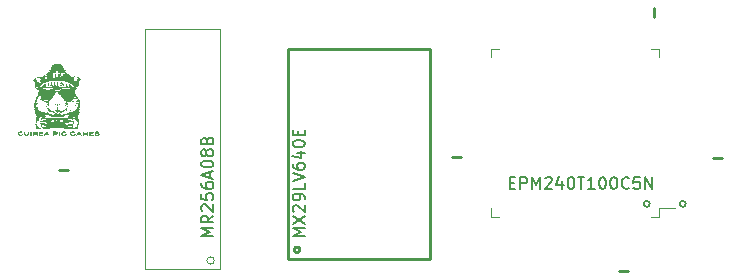
<source format=gbr>
%TF.GenerationSoftware,KiCad,Pcbnew,9.0.1*%
%TF.CreationDate,2025-04-21T15:30:43-04:00*%
%TF.ProjectId,AliWSV3,416c6957-5356-4332-9e6b-696361645f70,rev?*%
%TF.SameCoordinates,Original*%
%TF.FileFunction,Legend,Top*%
%TF.FilePolarity,Positive*%
%FSLAX46Y46*%
G04 Gerber Fmt 4.6, Leading zero omitted, Abs format (unit mm)*
G04 Created by KiCad (PCBNEW 9.0.1) date 2025-04-21 15:30:43*
%MOMM*%
%LPD*%
G01*
G04 APERTURE LIST*
%ADD10C,0.150000*%
%ADD11C,0.254000*%
%ADD12C,0.120000*%
%ADD13C,0.100000*%
%ADD14C,0.000000*%
G04 APERTURE END LIST*
D10*
X155448000Y-133223000D02*
G75*
G02*
X154940000Y-133223000I-254000J0D01*
G01*
X154940000Y-133223000D02*
G75*
G02*
X155448000Y-133223000I254000J0D01*
G01*
X152400000Y-133223000D02*
G75*
G02*
X151892000Y-133223000I-254000J0D01*
G01*
X151892000Y-133223000D02*
G75*
G02*
X152400000Y-133223000I254000J0D01*
G01*
X140544779Y-131426009D02*
X140878112Y-131426009D01*
X141020969Y-131949819D02*
X140544779Y-131949819D01*
X140544779Y-131949819D02*
X140544779Y-130949819D01*
X140544779Y-130949819D02*
X141020969Y-130949819D01*
X141449541Y-131949819D02*
X141449541Y-130949819D01*
X141449541Y-130949819D02*
X141830493Y-130949819D01*
X141830493Y-130949819D02*
X141925731Y-130997438D01*
X141925731Y-130997438D02*
X141973350Y-131045057D01*
X141973350Y-131045057D02*
X142020969Y-131140295D01*
X142020969Y-131140295D02*
X142020969Y-131283152D01*
X142020969Y-131283152D02*
X141973350Y-131378390D01*
X141973350Y-131378390D02*
X141925731Y-131426009D01*
X141925731Y-131426009D02*
X141830493Y-131473628D01*
X141830493Y-131473628D02*
X141449541Y-131473628D01*
X142449541Y-131949819D02*
X142449541Y-130949819D01*
X142449541Y-130949819D02*
X142782874Y-131664104D01*
X142782874Y-131664104D02*
X143116207Y-130949819D01*
X143116207Y-130949819D02*
X143116207Y-131949819D01*
X143544779Y-131045057D02*
X143592398Y-130997438D01*
X143592398Y-130997438D02*
X143687636Y-130949819D01*
X143687636Y-130949819D02*
X143925731Y-130949819D01*
X143925731Y-130949819D02*
X144020969Y-130997438D01*
X144020969Y-130997438D02*
X144068588Y-131045057D01*
X144068588Y-131045057D02*
X144116207Y-131140295D01*
X144116207Y-131140295D02*
X144116207Y-131235533D01*
X144116207Y-131235533D02*
X144068588Y-131378390D01*
X144068588Y-131378390D02*
X143497160Y-131949819D01*
X143497160Y-131949819D02*
X144116207Y-131949819D01*
X144973350Y-131283152D02*
X144973350Y-131949819D01*
X144735255Y-130902200D02*
X144497160Y-131616485D01*
X144497160Y-131616485D02*
X145116207Y-131616485D01*
X145687636Y-130949819D02*
X145782874Y-130949819D01*
X145782874Y-130949819D02*
X145878112Y-130997438D01*
X145878112Y-130997438D02*
X145925731Y-131045057D01*
X145925731Y-131045057D02*
X145973350Y-131140295D01*
X145973350Y-131140295D02*
X146020969Y-131330771D01*
X146020969Y-131330771D02*
X146020969Y-131568866D01*
X146020969Y-131568866D02*
X145973350Y-131759342D01*
X145973350Y-131759342D02*
X145925731Y-131854580D01*
X145925731Y-131854580D02*
X145878112Y-131902200D01*
X145878112Y-131902200D02*
X145782874Y-131949819D01*
X145782874Y-131949819D02*
X145687636Y-131949819D01*
X145687636Y-131949819D02*
X145592398Y-131902200D01*
X145592398Y-131902200D02*
X145544779Y-131854580D01*
X145544779Y-131854580D02*
X145497160Y-131759342D01*
X145497160Y-131759342D02*
X145449541Y-131568866D01*
X145449541Y-131568866D02*
X145449541Y-131330771D01*
X145449541Y-131330771D02*
X145497160Y-131140295D01*
X145497160Y-131140295D02*
X145544779Y-131045057D01*
X145544779Y-131045057D02*
X145592398Y-130997438D01*
X145592398Y-130997438D02*
X145687636Y-130949819D01*
X146306684Y-130949819D02*
X146878112Y-130949819D01*
X146592398Y-131949819D02*
X146592398Y-130949819D01*
X147735255Y-131949819D02*
X147163827Y-131949819D01*
X147449541Y-131949819D02*
X147449541Y-130949819D01*
X147449541Y-130949819D02*
X147354303Y-131092676D01*
X147354303Y-131092676D02*
X147259065Y-131187914D01*
X147259065Y-131187914D02*
X147163827Y-131235533D01*
X148354303Y-130949819D02*
X148449541Y-130949819D01*
X148449541Y-130949819D02*
X148544779Y-130997438D01*
X148544779Y-130997438D02*
X148592398Y-131045057D01*
X148592398Y-131045057D02*
X148640017Y-131140295D01*
X148640017Y-131140295D02*
X148687636Y-131330771D01*
X148687636Y-131330771D02*
X148687636Y-131568866D01*
X148687636Y-131568866D02*
X148640017Y-131759342D01*
X148640017Y-131759342D02*
X148592398Y-131854580D01*
X148592398Y-131854580D02*
X148544779Y-131902200D01*
X148544779Y-131902200D02*
X148449541Y-131949819D01*
X148449541Y-131949819D02*
X148354303Y-131949819D01*
X148354303Y-131949819D02*
X148259065Y-131902200D01*
X148259065Y-131902200D02*
X148211446Y-131854580D01*
X148211446Y-131854580D02*
X148163827Y-131759342D01*
X148163827Y-131759342D02*
X148116208Y-131568866D01*
X148116208Y-131568866D02*
X148116208Y-131330771D01*
X148116208Y-131330771D02*
X148163827Y-131140295D01*
X148163827Y-131140295D02*
X148211446Y-131045057D01*
X148211446Y-131045057D02*
X148259065Y-130997438D01*
X148259065Y-130997438D02*
X148354303Y-130949819D01*
X149306684Y-130949819D02*
X149401922Y-130949819D01*
X149401922Y-130949819D02*
X149497160Y-130997438D01*
X149497160Y-130997438D02*
X149544779Y-131045057D01*
X149544779Y-131045057D02*
X149592398Y-131140295D01*
X149592398Y-131140295D02*
X149640017Y-131330771D01*
X149640017Y-131330771D02*
X149640017Y-131568866D01*
X149640017Y-131568866D02*
X149592398Y-131759342D01*
X149592398Y-131759342D02*
X149544779Y-131854580D01*
X149544779Y-131854580D02*
X149497160Y-131902200D01*
X149497160Y-131902200D02*
X149401922Y-131949819D01*
X149401922Y-131949819D02*
X149306684Y-131949819D01*
X149306684Y-131949819D02*
X149211446Y-131902200D01*
X149211446Y-131902200D02*
X149163827Y-131854580D01*
X149163827Y-131854580D02*
X149116208Y-131759342D01*
X149116208Y-131759342D02*
X149068589Y-131568866D01*
X149068589Y-131568866D02*
X149068589Y-131330771D01*
X149068589Y-131330771D02*
X149116208Y-131140295D01*
X149116208Y-131140295D02*
X149163827Y-131045057D01*
X149163827Y-131045057D02*
X149211446Y-130997438D01*
X149211446Y-130997438D02*
X149306684Y-130949819D01*
X150640017Y-131854580D02*
X150592398Y-131902200D01*
X150592398Y-131902200D02*
X150449541Y-131949819D01*
X150449541Y-131949819D02*
X150354303Y-131949819D01*
X150354303Y-131949819D02*
X150211446Y-131902200D01*
X150211446Y-131902200D02*
X150116208Y-131806961D01*
X150116208Y-131806961D02*
X150068589Y-131711723D01*
X150068589Y-131711723D02*
X150020970Y-131521247D01*
X150020970Y-131521247D02*
X150020970Y-131378390D01*
X150020970Y-131378390D02*
X150068589Y-131187914D01*
X150068589Y-131187914D02*
X150116208Y-131092676D01*
X150116208Y-131092676D02*
X150211446Y-130997438D01*
X150211446Y-130997438D02*
X150354303Y-130949819D01*
X150354303Y-130949819D02*
X150449541Y-130949819D01*
X150449541Y-130949819D02*
X150592398Y-130997438D01*
X150592398Y-130997438D02*
X150640017Y-131045057D01*
X151544779Y-130949819D02*
X151068589Y-130949819D01*
X151068589Y-130949819D02*
X151020970Y-131426009D01*
X151020970Y-131426009D02*
X151068589Y-131378390D01*
X151068589Y-131378390D02*
X151163827Y-131330771D01*
X151163827Y-131330771D02*
X151401922Y-131330771D01*
X151401922Y-131330771D02*
X151497160Y-131378390D01*
X151497160Y-131378390D02*
X151544779Y-131426009D01*
X151544779Y-131426009D02*
X151592398Y-131521247D01*
X151592398Y-131521247D02*
X151592398Y-131759342D01*
X151592398Y-131759342D02*
X151544779Y-131854580D01*
X151544779Y-131854580D02*
X151497160Y-131902200D01*
X151497160Y-131902200D02*
X151401922Y-131949819D01*
X151401922Y-131949819D02*
X151163827Y-131949819D01*
X151163827Y-131949819D02*
X151068589Y-131902200D01*
X151068589Y-131902200D02*
X151020970Y-131854580D01*
X152020970Y-131949819D02*
X152020970Y-130949819D01*
X152020970Y-130949819D02*
X152592398Y-131949819D01*
X152592398Y-131949819D02*
X152592398Y-130949819D01*
X123186819Y-135934220D02*
X122186819Y-135934220D01*
X122186819Y-135934220D02*
X122901104Y-135600887D01*
X122901104Y-135600887D02*
X122186819Y-135267554D01*
X122186819Y-135267554D02*
X123186819Y-135267554D01*
X122186819Y-134886601D02*
X123186819Y-134219935D01*
X122186819Y-134219935D02*
X123186819Y-134886601D01*
X122282057Y-133886601D02*
X122234438Y-133838982D01*
X122234438Y-133838982D02*
X122186819Y-133743744D01*
X122186819Y-133743744D02*
X122186819Y-133505649D01*
X122186819Y-133505649D02*
X122234438Y-133410411D01*
X122234438Y-133410411D02*
X122282057Y-133362792D01*
X122282057Y-133362792D02*
X122377295Y-133315173D01*
X122377295Y-133315173D02*
X122472533Y-133315173D01*
X122472533Y-133315173D02*
X122615390Y-133362792D01*
X122615390Y-133362792D02*
X123186819Y-133934220D01*
X123186819Y-133934220D02*
X123186819Y-133315173D01*
X123186819Y-132838982D02*
X123186819Y-132648506D01*
X123186819Y-132648506D02*
X123139200Y-132553268D01*
X123139200Y-132553268D02*
X123091580Y-132505649D01*
X123091580Y-132505649D02*
X122948723Y-132410411D01*
X122948723Y-132410411D02*
X122758247Y-132362792D01*
X122758247Y-132362792D02*
X122377295Y-132362792D01*
X122377295Y-132362792D02*
X122282057Y-132410411D01*
X122282057Y-132410411D02*
X122234438Y-132458030D01*
X122234438Y-132458030D02*
X122186819Y-132553268D01*
X122186819Y-132553268D02*
X122186819Y-132743744D01*
X122186819Y-132743744D02*
X122234438Y-132838982D01*
X122234438Y-132838982D02*
X122282057Y-132886601D01*
X122282057Y-132886601D02*
X122377295Y-132934220D01*
X122377295Y-132934220D02*
X122615390Y-132934220D01*
X122615390Y-132934220D02*
X122710628Y-132886601D01*
X122710628Y-132886601D02*
X122758247Y-132838982D01*
X122758247Y-132838982D02*
X122805866Y-132743744D01*
X122805866Y-132743744D02*
X122805866Y-132553268D01*
X122805866Y-132553268D02*
X122758247Y-132458030D01*
X122758247Y-132458030D02*
X122710628Y-132410411D01*
X122710628Y-132410411D02*
X122615390Y-132362792D01*
X123186819Y-131458030D02*
X123186819Y-131934220D01*
X123186819Y-131934220D02*
X122186819Y-131934220D01*
X122186819Y-131267553D02*
X123186819Y-130934220D01*
X123186819Y-130934220D02*
X122186819Y-130600887D01*
X122186819Y-129838982D02*
X122186819Y-130029458D01*
X122186819Y-130029458D02*
X122234438Y-130124696D01*
X122234438Y-130124696D02*
X122282057Y-130172315D01*
X122282057Y-130172315D02*
X122424914Y-130267553D01*
X122424914Y-130267553D02*
X122615390Y-130315172D01*
X122615390Y-130315172D02*
X122996342Y-130315172D01*
X122996342Y-130315172D02*
X123091580Y-130267553D01*
X123091580Y-130267553D02*
X123139200Y-130219934D01*
X123139200Y-130219934D02*
X123186819Y-130124696D01*
X123186819Y-130124696D02*
X123186819Y-129934220D01*
X123186819Y-129934220D02*
X123139200Y-129838982D01*
X123139200Y-129838982D02*
X123091580Y-129791363D01*
X123091580Y-129791363D02*
X122996342Y-129743744D01*
X122996342Y-129743744D02*
X122758247Y-129743744D01*
X122758247Y-129743744D02*
X122663009Y-129791363D01*
X122663009Y-129791363D02*
X122615390Y-129838982D01*
X122615390Y-129838982D02*
X122567771Y-129934220D01*
X122567771Y-129934220D02*
X122567771Y-130124696D01*
X122567771Y-130124696D02*
X122615390Y-130219934D01*
X122615390Y-130219934D02*
X122663009Y-130267553D01*
X122663009Y-130267553D02*
X122758247Y-130315172D01*
X122520152Y-128886601D02*
X123186819Y-128886601D01*
X122139200Y-129124696D02*
X122853485Y-129362791D01*
X122853485Y-129362791D02*
X122853485Y-128743744D01*
X122186819Y-128172315D02*
X122186819Y-128077077D01*
X122186819Y-128077077D02*
X122234438Y-127981839D01*
X122234438Y-127981839D02*
X122282057Y-127934220D01*
X122282057Y-127934220D02*
X122377295Y-127886601D01*
X122377295Y-127886601D02*
X122567771Y-127838982D01*
X122567771Y-127838982D02*
X122805866Y-127838982D01*
X122805866Y-127838982D02*
X122996342Y-127886601D01*
X122996342Y-127886601D02*
X123091580Y-127934220D01*
X123091580Y-127934220D02*
X123139200Y-127981839D01*
X123139200Y-127981839D02*
X123186819Y-128077077D01*
X123186819Y-128077077D02*
X123186819Y-128172315D01*
X123186819Y-128172315D02*
X123139200Y-128267553D01*
X123139200Y-128267553D02*
X123091580Y-128315172D01*
X123091580Y-128315172D02*
X122996342Y-128362791D01*
X122996342Y-128362791D02*
X122805866Y-128410410D01*
X122805866Y-128410410D02*
X122567771Y-128410410D01*
X122567771Y-128410410D02*
X122377295Y-128362791D01*
X122377295Y-128362791D02*
X122282057Y-128315172D01*
X122282057Y-128315172D02*
X122234438Y-128267553D01*
X122234438Y-128267553D02*
X122186819Y-128172315D01*
X122663009Y-127410410D02*
X122663009Y-127077077D01*
X123186819Y-126934220D02*
X123186819Y-127410410D01*
X123186819Y-127410410D02*
X122186819Y-127410410D01*
X122186819Y-127410410D02*
X122186819Y-126934220D01*
X115439819Y-135934220D02*
X114439819Y-135934220D01*
X114439819Y-135934220D02*
X115154104Y-135600887D01*
X115154104Y-135600887D02*
X114439819Y-135267554D01*
X114439819Y-135267554D02*
X115439819Y-135267554D01*
X115439819Y-134219935D02*
X114963628Y-134553268D01*
X115439819Y-134791363D02*
X114439819Y-134791363D01*
X114439819Y-134791363D02*
X114439819Y-134410411D01*
X114439819Y-134410411D02*
X114487438Y-134315173D01*
X114487438Y-134315173D02*
X114535057Y-134267554D01*
X114535057Y-134267554D02*
X114630295Y-134219935D01*
X114630295Y-134219935D02*
X114773152Y-134219935D01*
X114773152Y-134219935D02*
X114868390Y-134267554D01*
X114868390Y-134267554D02*
X114916009Y-134315173D01*
X114916009Y-134315173D02*
X114963628Y-134410411D01*
X114963628Y-134410411D02*
X114963628Y-134791363D01*
X114535057Y-133838982D02*
X114487438Y-133791363D01*
X114487438Y-133791363D02*
X114439819Y-133696125D01*
X114439819Y-133696125D02*
X114439819Y-133458030D01*
X114439819Y-133458030D02*
X114487438Y-133362792D01*
X114487438Y-133362792D02*
X114535057Y-133315173D01*
X114535057Y-133315173D02*
X114630295Y-133267554D01*
X114630295Y-133267554D02*
X114725533Y-133267554D01*
X114725533Y-133267554D02*
X114868390Y-133315173D01*
X114868390Y-133315173D02*
X115439819Y-133886601D01*
X115439819Y-133886601D02*
X115439819Y-133267554D01*
X114439819Y-132362792D02*
X114439819Y-132838982D01*
X114439819Y-132838982D02*
X114916009Y-132886601D01*
X114916009Y-132886601D02*
X114868390Y-132838982D01*
X114868390Y-132838982D02*
X114820771Y-132743744D01*
X114820771Y-132743744D02*
X114820771Y-132505649D01*
X114820771Y-132505649D02*
X114868390Y-132410411D01*
X114868390Y-132410411D02*
X114916009Y-132362792D01*
X114916009Y-132362792D02*
X115011247Y-132315173D01*
X115011247Y-132315173D02*
X115249342Y-132315173D01*
X115249342Y-132315173D02*
X115344580Y-132362792D01*
X115344580Y-132362792D02*
X115392200Y-132410411D01*
X115392200Y-132410411D02*
X115439819Y-132505649D01*
X115439819Y-132505649D02*
X115439819Y-132743744D01*
X115439819Y-132743744D02*
X115392200Y-132838982D01*
X115392200Y-132838982D02*
X115344580Y-132886601D01*
X114439819Y-131458030D02*
X114439819Y-131648506D01*
X114439819Y-131648506D02*
X114487438Y-131743744D01*
X114487438Y-131743744D02*
X114535057Y-131791363D01*
X114535057Y-131791363D02*
X114677914Y-131886601D01*
X114677914Y-131886601D02*
X114868390Y-131934220D01*
X114868390Y-131934220D02*
X115249342Y-131934220D01*
X115249342Y-131934220D02*
X115344580Y-131886601D01*
X115344580Y-131886601D02*
X115392200Y-131838982D01*
X115392200Y-131838982D02*
X115439819Y-131743744D01*
X115439819Y-131743744D02*
X115439819Y-131553268D01*
X115439819Y-131553268D02*
X115392200Y-131458030D01*
X115392200Y-131458030D02*
X115344580Y-131410411D01*
X115344580Y-131410411D02*
X115249342Y-131362792D01*
X115249342Y-131362792D02*
X115011247Y-131362792D01*
X115011247Y-131362792D02*
X114916009Y-131410411D01*
X114916009Y-131410411D02*
X114868390Y-131458030D01*
X114868390Y-131458030D02*
X114820771Y-131553268D01*
X114820771Y-131553268D02*
X114820771Y-131743744D01*
X114820771Y-131743744D02*
X114868390Y-131838982D01*
X114868390Y-131838982D02*
X114916009Y-131886601D01*
X114916009Y-131886601D02*
X115011247Y-131934220D01*
X115154104Y-130981839D02*
X115154104Y-130505649D01*
X115439819Y-131077077D02*
X114439819Y-130743744D01*
X114439819Y-130743744D02*
X115439819Y-130410411D01*
X114439819Y-129886601D02*
X114439819Y-129791363D01*
X114439819Y-129791363D02*
X114487438Y-129696125D01*
X114487438Y-129696125D02*
X114535057Y-129648506D01*
X114535057Y-129648506D02*
X114630295Y-129600887D01*
X114630295Y-129600887D02*
X114820771Y-129553268D01*
X114820771Y-129553268D02*
X115058866Y-129553268D01*
X115058866Y-129553268D02*
X115249342Y-129600887D01*
X115249342Y-129600887D02*
X115344580Y-129648506D01*
X115344580Y-129648506D02*
X115392200Y-129696125D01*
X115392200Y-129696125D02*
X115439819Y-129791363D01*
X115439819Y-129791363D02*
X115439819Y-129886601D01*
X115439819Y-129886601D02*
X115392200Y-129981839D01*
X115392200Y-129981839D02*
X115344580Y-130029458D01*
X115344580Y-130029458D02*
X115249342Y-130077077D01*
X115249342Y-130077077D02*
X115058866Y-130124696D01*
X115058866Y-130124696D02*
X114820771Y-130124696D01*
X114820771Y-130124696D02*
X114630295Y-130077077D01*
X114630295Y-130077077D02*
X114535057Y-130029458D01*
X114535057Y-130029458D02*
X114487438Y-129981839D01*
X114487438Y-129981839D02*
X114439819Y-129886601D01*
X114868390Y-128981839D02*
X114820771Y-129077077D01*
X114820771Y-129077077D02*
X114773152Y-129124696D01*
X114773152Y-129124696D02*
X114677914Y-129172315D01*
X114677914Y-129172315D02*
X114630295Y-129172315D01*
X114630295Y-129172315D02*
X114535057Y-129124696D01*
X114535057Y-129124696D02*
X114487438Y-129077077D01*
X114487438Y-129077077D02*
X114439819Y-128981839D01*
X114439819Y-128981839D02*
X114439819Y-128791363D01*
X114439819Y-128791363D02*
X114487438Y-128696125D01*
X114487438Y-128696125D02*
X114535057Y-128648506D01*
X114535057Y-128648506D02*
X114630295Y-128600887D01*
X114630295Y-128600887D02*
X114677914Y-128600887D01*
X114677914Y-128600887D02*
X114773152Y-128648506D01*
X114773152Y-128648506D02*
X114820771Y-128696125D01*
X114820771Y-128696125D02*
X114868390Y-128791363D01*
X114868390Y-128791363D02*
X114868390Y-128981839D01*
X114868390Y-128981839D02*
X114916009Y-129077077D01*
X114916009Y-129077077D02*
X114963628Y-129124696D01*
X114963628Y-129124696D02*
X115058866Y-129172315D01*
X115058866Y-129172315D02*
X115249342Y-129172315D01*
X115249342Y-129172315D02*
X115344580Y-129124696D01*
X115344580Y-129124696D02*
X115392200Y-129077077D01*
X115392200Y-129077077D02*
X115439819Y-128981839D01*
X115439819Y-128981839D02*
X115439819Y-128791363D01*
X115439819Y-128791363D02*
X115392200Y-128696125D01*
X115392200Y-128696125D02*
X115344580Y-128648506D01*
X115344580Y-128648506D02*
X115249342Y-128600887D01*
X115249342Y-128600887D02*
X115058866Y-128600887D01*
X115058866Y-128600887D02*
X114963628Y-128648506D01*
X114963628Y-128648506D02*
X114916009Y-128696125D01*
X114916009Y-128696125D02*
X114868390Y-128791363D01*
X114916009Y-127838982D02*
X114963628Y-127696125D01*
X114963628Y-127696125D02*
X115011247Y-127648506D01*
X115011247Y-127648506D02*
X115106485Y-127600887D01*
X115106485Y-127600887D02*
X115249342Y-127600887D01*
X115249342Y-127600887D02*
X115344580Y-127648506D01*
X115344580Y-127648506D02*
X115392200Y-127696125D01*
X115392200Y-127696125D02*
X115439819Y-127791363D01*
X115439819Y-127791363D02*
X115439819Y-128172315D01*
X115439819Y-128172315D02*
X114439819Y-128172315D01*
X114439819Y-128172315D02*
X114439819Y-127838982D01*
X114439819Y-127838982D02*
X114487438Y-127743744D01*
X114487438Y-127743744D02*
X114535057Y-127696125D01*
X114535057Y-127696125D02*
X114630295Y-127648506D01*
X114630295Y-127648506D02*
X114725533Y-127648506D01*
X114725533Y-127648506D02*
X114820771Y-127696125D01*
X114820771Y-127696125D02*
X114868390Y-127743744D01*
X114868390Y-127743744D02*
X114916009Y-127838982D01*
X114916009Y-127838982D02*
X114916009Y-128172315D01*
D11*
%TO.C,C3*%
X152750000Y-116619000D02*
X152750000Y-117381000D01*
%TO.C,U2*%
X121800000Y-120115000D02*
X121800000Y-137865000D01*
X121800000Y-137865000D02*
X133800000Y-137865000D01*
X133800000Y-120115000D02*
X121800000Y-120115000D01*
X133800000Y-137865000D02*
X133800000Y-120115000D01*
X122800000Y-137115000D02*
G75*
G02*
X122300000Y-137115000I-250000J0D01*
G01*
X122300000Y-137115000D02*
G75*
G02*
X122800000Y-137115000I250000J0D01*
G01*
D12*
%TO.C,U1*%
X138980000Y-120080000D02*
X138980000Y-120780000D01*
X138980000Y-134300000D02*
X138980000Y-133600000D01*
X139680000Y-120080000D02*
X138980000Y-120080000D01*
X139680000Y-134300000D02*
X138980000Y-134300000D01*
X152500000Y-120080000D02*
X153200000Y-120080000D01*
X152500000Y-134300000D02*
X153200000Y-134300000D01*
X153200000Y-120080000D02*
X153200000Y-120780000D01*
X153200000Y-133600000D02*
X154565000Y-133600000D01*
X153200000Y-134300000D02*
X153200000Y-133600000D01*
D11*
%TO.C,C4*%
X150571000Y-138890000D02*
X149809000Y-138890000D01*
%TO.C,C2*%
X157749000Y-129350000D02*
X158511000Y-129350000D01*
%TO.C,M1*%
D13*
X109645000Y-118450000D02*
X115995000Y-118450000D01*
X115995000Y-138770000D01*
X109645000Y-138770000D01*
X109645000Y-118450000D01*
X115536228Y-138010000D02*
G75*
G02*
X114903772Y-138010000I-316228J0D01*
G01*
X114903772Y-138010000D02*
G75*
G02*
X115536228Y-138010000I316228J0D01*
G01*
D11*
%TO.C,C5*%
X135636000Y-129286000D02*
X136398000Y-129286000D01*
D14*
%TO.C,G\u002A\u002A\u002A*%
G36*
X101001285Y-126063354D02*
G01*
X100999907Y-126064733D01*
X100998528Y-126063354D01*
X100999907Y-126061976D01*
X101001285Y-126063354D01*
G37*
G36*
X103830248Y-124381418D02*
G01*
X103828869Y-124382796D01*
X103827490Y-124381418D01*
X103828869Y-124380039D01*
X103830248Y-124381418D01*
G37*
G36*
X103885393Y-124555126D02*
G01*
X103884014Y-124556505D01*
X103882636Y-124555126D01*
X103884014Y-124553747D01*
X103885393Y-124555126D01*
G37*
G36*
X100063813Y-127269661D02*
G01*
X100063813Y-127443369D01*
X100008667Y-127443369D01*
X99953522Y-127443369D01*
X99953522Y-127269661D01*
X99953522Y-127095953D01*
X100008667Y-127095953D01*
X100063813Y-127095953D01*
X100063813Y-127269661D01*
G37*
G36*
X102498485Y-127269661D02*
G01*
X102498485Y-127443369D01*
X102443339Y-127443369D01*
X102388194Y-127443369D01*
X102388194Y-127269661D01*
X102388194Y-127095953D01*
X102443339Y-127095953D01*
X102498485Y-127095953D01*
X102498485Y-127269661D01*
G37*
G36*
X103025060Y-122547859D02*
G01*
X103030810Y-122554477D01*
X103032485Y-122559758D01*
X103029866Y-122564984D01*
X103022735Y-122571438D01*
X103020792Y-122572955D01*
X103012626Y-122579253D01*
X103006467Y-122570264D01*
X103001566Y-122561488D01*
X103001001Y-122554657D01*
X103004856Y-122548205D01*
X103007854Y-122545194D01*
X103015399Y-122538198D01*
X103025060Y-122547859D01*
G37*
G36*
X102851875Y-122514320D02*
G01*
X102859917Y-122519087D01*
X102869436Y-122527995D01*
X102874881Y-122534259D01*
X102880298Y-122541032D01*
X102882363Y-122544694D01*
X102880580Y-122545625D01*
X102874451Y-122544206D01*
X102865492Y-122541448D01*
X102854252Y-122536586D01*
X102846095Y-122530391D01*
X102841838Y-122523673D01*
X102841935Y-122518054D01*
X102845738Y-122513905D01*
X102851875Y-122514320D01*
G37*
G36*
X102190519Y-126190748D02*
G01*
X102199879Y-126195291D01*
X102200541Y-126195624D01*
X102209654Y-126200370D01*
X102216482Y-126204227D01*
X102219841Y-126206515D01*
X102220000Y-126206767D01*
X102217722Y-126208262D01*
X102212098Y-126208136D01*
X102204944Y-126206711D01*
X102198076Y-126204308D01*
X102194453Y-126202248D01*
X102188271Y-126196704D01*
X102183995Y-126191267D01*
X102183955Y-126191192D01*
X102183274Y-126188890D01*
X102185222Y-126188678D01*
X102190519Y-126190748D01*
G37*
G36*
X101951376Y-122528474D02*
G01*
X101957711Y-122531755D01*
X101963972Y-122535963D01*
X101968671Y-122540067D01*
X101970321Y-122543034D01*
X101970047Y-122543511D01*
X101966577Y-122545037D01*
X101959538Y-122547390D01*
X101950712Y-122550051D01*
X101941876Y-122552502D01*
X101934811Y-122554222D01*
X101931608Y-122554724D01*
X101930943Y-122552429D01*
X101931753Y-122547142D01*
X101935409Y-122537298D01*
X101940437Y-122530214D01*
X101945887Y-122527182D01*
X101946454Y-122527151D01*
X101951376Y-122528474D01*
G37*
G36*
X102390215Y-122424096D02*
G01*
X102406030Y-122426103D01*
X102417185Y-122427674D01*
X102424504Y-122428974D01*
X102428806Y-122430171D01*
X102430916Y-122431429D01*
X102431536Y-122432459D01*
X102429886Y-122435222D01*
X102424245Y-122438203D01*
X102416105Y-122441020D01*
X102406958Y-122443291D01*
X102398293Y-122444635D01*
X102391603Y-122444671D01*
X102388618Y-122443433D01*
X102385733Y-122438950D01*
X102382007Y-122432180D01*
X102381598Y-122431383D01*
X102377071Y-122422468D01*
X102390215Y-122424096D01*
G37*
G36*
X103203824Y-124959526D02*
G01*
X103207223Y-124961006D01*
X103214333Y-124964151D01*
X103223833Y-124968375D01*
X103227457Y-124969991D01*
X103238283Y-124975200D01*
X103243826Y-124978961D01*
X103244064Y-124981481D01*
X103238971Y-124982969D01*
X103228525Y-124983637D01*
X103225916Y-124983688D01*
X103217175Y-124983243D01*
X103211593Y-124980998D01*
X103207304Y-124976617D01*
X103203846Y-124970842D01*
X103201846Y-124964968D01*
X103201633Y-124960619D01*
X103203541Y-124959425D01*
X103203824Y-124959526D01*
G37*
G36*
X101149331Y-122727390D02*
G01*
X101152368Y-122731090D01*
X101153394Y-122735063D01*
X101152989Y-122738345D01*
X101149664Y-122740806D01*
X101142314Y-122743131D01*
X101139149Y-122743907D01*
X101130889Y-122745874D01*
X101125286Y-122747227D01*
X101123754Y-122747617D01*
X101122018Y-122746221D01*
X101121686Y-122745895D01*
X101120212Y-122741930D01*
X101119848Y-122737898D01*
X101120753Y-122733978D01*
X101124320Y-122731261D01*
X101131829Y-122728878D01*
X101133858Y-122728379D01*
X101143552Y-122726620D01*
X101149331Y-122727390D01*
G37*
G36*
X102391296Y-122343448D02*
G01*
X102400150Y-122344632D01*
X102409965Y-122345169D01*
X102410597Y-122345171D01*
X102417674Y-122345666D01*
X102420740Y-122347651D01*
X102421281Y-122350686D01*
X102420760Y-122353584D01*
X102418412Y-122355244D01*
X102413057Y-122356004D01*
X102403517Y-122356199D01*
X102401980Y-122356201D01*
X102391900Y-122356108D01*
X102386131Y-122355531D01*
X102383472Y-122354018D01*
X102382717Y-122351118D01*
X102382679Y-122348963D01*
X102383223Y-122344081D01*
X102385972Y-122342688D01*
X102391296Y-122343448D01*
G37*
G36*
X102612828Y-122326835D02*
G01*
X102616748Y-122329769D01*
X102620953Y-122334936D01*
X102624652Y-122340931D01*
X102627053Y-122346348D01*
X102627367Y-122349781D01*
X102626009Y-122350271D01*
X102622411Y-122349680D01*
X102614972Y-122348532D01*
X102605329Y-122347079D01*
X102596036Y-122345385D01*
X102589365Y-122343584D01*
X102586720Y-122342056D01*
X102586717Y-122342019D01*
X102588979Y-122338735D01*
X102594540Y-122334505D01*
X102601569Y-122330393D01*
X102608231Y-122327466D01*
X102612693Y-122326790D01*
X102612828Y-122326835D01*
G37*
G36*
X103744219Y-124831788D02*
G01*
X103754469Y-124833876D01*
X103765554Y-124836536D01*
X103776093Y-124839425D01*
X103784702Y-124842199D01*
X103790000Y-124844515D01*
X103790993Y-124845440D01*
X103791035Y-124847311D01*
X103789098Y-124848190D01*
X103784441Y-124848014D01*
X103776319Y-124846719D01*
X103763988Y-124844239D01*
X103755112Y-124842341D01*
X103741242Y-124839083D01*
X103732529Y-124836366D01*
X103728657Y-124834033D01*
X103729313Y-124831927D01*
X103731753Y-124830706D01*
X103736186Y-124830617D01*
X103744219Y-124831788D01*
G37*
G36*
X100736390Y-125011422D02*
G01*
X100736587Y-125011628D01*
X100735184Y-125014661D01*
X100731580Y-125020698D01*
X100728410Y-125025611D01*
X100717295Y-125038567D01*
X100702458Y-125050526D01*
X100685692Y-125060333D01*
X100668787Y-125066839D01*
X100662028Y-125068317D01*
X100650379Y-125070179D01*
X100660486Y-125051157D01*
X100668669Y-125036547D01*
X100675879Y-125026221D01*
X100683237Y-125019360D01*
X100691866Y-125015149D01*
X100702888Y-125012770D01*
X100714827Y-125011588D01*
X100724977Y-125011033D01*
X100732600Y-125010978D01*
X100736390Y-125011422D01*
G37*
G36*
X100694483Y-124889142D02*
G01*
X100692487Y-124895817D01*
X100688853Y-124903671D01*
X100684320Y-124911017D01*
X100681132Y-124914836D01*
X100673881Y-124920677D01*
X100666196Y-124922945D01*
X100661239Y-124923138D01*
X100652685Y-124922402D01*
X100645848Y-124920681D01*
X100644732Y-124920145D01*
X100643127Y-124918533D01*
X100643876Y-124916339D01*
X100647586Y-124913023D01*
X100654862Y-124908045D01*
X100666309Y-124900865D01*
X100666426Y-124900794D01*
X100677082Y-124894360D01*
X100685896Y-124889285D01*
X100691898Y-124886110D01*
X100694100Y-124885330D01*
X100694483Y-124889142D01*
G37*
G36*
X102389363Y-122371386D02*
G01*
X102395221Y-122374384D01*
X102403019Y-122378791D01*
X102411416Y-122383805D01*
X102419071Y-122388627D01*
X102424645Y-122392456D01*
X102426796Y-122394489D01*
X102424555Y-122398692D01*
X102419587Y-122402143D01*
X102415904Y-122403009D01*
X102411237Y-122401969D01*
X102403333Y-122399327D01*
X102395087Y-122396128D01*
X102386514Y-122392639D01*
X102380267Y-122390177D01*
X102377783Y-122389301D01*
X102378447Y-122387188D01*
X102380685Y-122382220D01*
X102383518Y-122376429D01*
X102385968Y-122371849D01*
X102386786Y-122370597D01*
X102389363Y-122371386D01*
G37*
G36*
X102835902Y-122558957D02*
G01*
X102842677Y-122561454D01*
X102852280Y-122565473D01*
X102861399Y-122569557D01*
X102872069Y-122574735D01*
X102879935Y-122579093D01*
X102884200Y-122582152D01*
X102884419Y-122583367D01*
X102879641Y-122584587D01*
X102871427Y-122586349D01*
X102863823Y-122587839D01*
X102854218Y-122589711D01*
X102846389Y-122591354D01*
X102842827Y-122592205D01*
X102840082Y-122591787D01*
X102837896Y-122588100D01*
X102835792Y-122580190D01*
X102835053Y-122576582D01*
X102833512Y-122567586D01*
X102832810Y-122560980D01*
X102833029Y-122558405D01*
X102835902Y-122558957D01*
G37*
G36*
X103511602Y-125025911D02*
G01*
X103515414Y-125028121D01*
X103530762Y-125037189D01*
X103541848Y-125043978D01*
X103549189Y-125048956D01*
X103553304Y-125052596D01*
X103554710Y-125055367D01*
X103553924Y-125057741D01*
X103551463Y-125060187D01*
X103551050Y-125060533D01*
X103547896Y-125061022D01*
X103542083Y-125058926D01*
X103532990Y-125053965D01*
X103523554Y-125048139D01*
X103512738Y-125041121D01*
X103505949Y-125036218D01*
X103502467Y-125032731D01*
X103501577Y-125029960D01*
X103502393Y-125027510D01*
X103504450Y-125024315D01*
X103506952Y-125023755D01*
X103511602Y-125025911D01*
G37*
G36*
X103782597Y-124974614D02*
G01*
X103793652Y-124985632D01*
X103800329Y-124998409D01*
X103802286Y-125011938D01*
X103799504Y-125024477D01*
X103795782Y-125033295D01*
X103749597Y-125005187D01*
X103731122Y-124993679D01*
X103717230Y-124984444D01*
X103707985Y-124977534D01*
X103703445Y-124973000D01*
X103703674Y-124970894D01*
X103708731Y-124971267D01*
X103709617Y-124971469D01*
X103715070Y-124972707D01*
X103724258Y-124974735D01*
X103735527Y-124977188D01*
X103739959Y-124978144D01*
X103764098Y-124983342D01*
X103769683Y-124976242D01*
X103775267Y-124969142D01*
X103782597Y-124974614D01*
G37*
G36*
X100749822Y-124662350D02*
G01*
X100760526Y-124665123D01*
X100769144Y-124668174D01*
X100778763Y-124671752D01*
X100787019Y-124674244D01*
X100791678Y-124675067D01*
X100796188Y-124676212D01*
X100797247Y-124677825D01*
X100795078Y-124679512D01*
X100788408Y-124680119D01*
X100776996Y-124679640D01*
X100760602Y-124678066D01*
X100745198Y-124676202D01*
X100733257Y-124674568D01*
X100723499Y-124673043D01*
X100717128Y-124671827D01*
X100715301Y-124671244D01*
X100716044Y-124669092D01*
X100720642Y-124666432D01*
X100727545Y-124663851D01*
X100735205Y-124661941D01*
X100741489Y-124661281D01*
X100749822Y-124662350D01*
G37*
G36*
X101043586Y-125291144D02*
G01*
X101053052Y-125292508D01*
X101058949Y-125294119D01*
X101061091Y-125296451D01*
X101059290Y-125299976D01*
X101053361Y-125305167D01*
X101043117Y-125312498D01*
X101032268Y-125319832D01*
X101019179Y-125328502D01*
X101009917Y-125334330D01*
X101003804Y-125337652D01*
X101000160Y-125338803D01*
X100998306Y-125338119D01*
X100997750Y-125336894D01*
X100997372Y-125329463D01*
X100998732Y-125319626D01*
X101001307Y-125309753D01*
X101004576Y-125302214D01*
X101005761Y-125300593D01*
X101014693Y-125294473D01*
X101027163Y-125291139D01*
X101041764Y-125290941D01*
X101043586Y-125291144D01*
G37*
G36*
X102706436Y-122912809D02*
G01*
X102707642Y-122916979D01*
X102709034Y-122925217D01*
X102710498Y-122936323D01*
X102711920Y-122949100D01*
X102713185Y-122962353D01*
X102714177Y-122974882D01*
X102714783Y-122985491D01*
X102714889Y-122992983D01*
X102714410Y-122996133D01*
X102711044Y-122995927D01*
X102705549Y-122991742D01*
X102703532Y-122989689D01*
X102692746Y-122977221D01*
X102686135Y-122966791D01*
X102683446Y-122957150D01*
X102684425Y-122947046D01*
X102688820Y-122935231D01*
X102691432Y-122929836D01*
X102697241Y-122919055D01*
X102701495Y-122913021D01*
X102704564Y-122911312D01*
X102706436Y-122912809D01*
G37*
G36*
X103331097Y-125314625D02*
G01*
X103336935Y-125321951D01*
X103343545Y-125330491D01*
X103350094Y-125339143D01*
X103355747Y-125346805D01*
X103359671Y-125352375D01*
X103361032Y-125354752D01*
X103361025Y-125354761D01*
X103358213Y-125354272D01*
X103351561Y-125352148D01*
X103342349Y-125348808D01*
X103339435Y-125347693D01*
X103326914Y-125341920D01*
X103316570Y-125335386D01*
X103309402Y-125328852D01*
X103306411Y-125323078D01*
X103306379Y-125322562D01*
X103308421Y-125320188D01*
X103313336Y-125316547D01*
X103319283Y-125312804D01*
X103324419Y-125310122D01*
X103326864Y-125309615D01*
X103331097Y-125314625D01*
G37*
G36*
X101146354Y-125291174D02*
G01*
X101146491Y-125291493D01*
X101147368Y-125295672D01*
X101147072Y-125296668D01*
X101143581Y-125299363D01*
X101137065Y-125303937D01*
X101128782Y-125309555D01*
X101119991Y-125315383D01*
X101111951Y-125320587D01*
X101105921Y-125324332D01*
X101103157Y-125325784D01*
X101103151Y-125325784D01*
X101100008Y-125323915D01*
X101097675Y-125321509D01*
X101095972Y-125318607D01*
X101096451Y-125315757D01*
X101099736Y-125312405D01*
X101106453Y-125307996D01*
X101117229Y-125301973D01*
X101123403Y-125298677D01*
X101133978Y-125293264D01*
X101140724Y-125290398D01*
X101144548Y-125289795D01*
X101146354Y-125291174D01*
G37*
G36*
X103734830Y-125039797D02*
G01*
X103744422Y-125041550D01*
X103758483Y-125044365D01*
X103760016Y-125044676D01*
X103773842Y-125047616D01*
X103783070Y-125049971D01*
X103788547Y-125052049D01*
X103791116Y-125054153D01*
X103791646Y-125056094D01*
X103791333Y-125060118D01*
X103790957Y-125060747D01*
X103788162Y-125060047D01*
X103781043Y-125058383D01*
X103770655Y-125056000D01*
X103758053Y-125053141D01*
X103757180Y-125052944D01*
X103743693Y-125049651D01*
X103733112Y-125046570D01*
X103726298Y-125043976D01*
X103724093Y-125042254D01*
X103724337Y-125040334D01*
X103725640Y-125039247D01*
X103728854Y-125039049D01*
X103734830Y-125039797D01*
G37*
G36*
X100785917Y-124857104D02*
G01*
X100786661Y-124857764D01*
X100788178Y-124861029D01*
X100788136Y-124861531D01*
X100785247Y-124863031D01*
X100778547Y-124866104D01*
X100769285Y-124870211D01*
X100758713Y-124874813D01*
X100748080Y-124879370D01*
X100738636Y-124883341D01*
X100731633Y-124886188D01*
X100728321Y-124887371D01*
X100728255Y-124887377D01*
X100725605Y-124885176D01*
X100724410Y-124882847D01*
X100723367Y-124880133D01*
X100723533Y-124878261D01*
X100725885Y-124876313D01*
X100731403Y-124873374D01*
X100738116Y-124870013D01*
X100749664Y-124864859D01*
X100761426Y-124860687D01*
X100772194Y-124857800D01*
X100780760Y-124856505D01*
X100785917Y-124857104D01*
G37*
G36*
X101053674Y-127142827D02*
G01*
X101053674Y-127189700D01*
X100918567Y-127189700D01*
X100783461Y-127189700D01*
X100783461Y-127209001D01*
X100783461Y-127228302D01*
X100890995Y-127228302D01*
X100998528Y-127228302D01*
X100998528Y-127269661D01*
X100998528Y-127311020D01*
X100890995Y-127311020D01*
X100783461Y-127311020D01*
X100783461Y-127330321D01*
X100783461Y-127349622D01*
X100918567Y-127349622D01*
X101053674Y-127349622D01*
X101053674Y-127396496D01*
X101053674Y-127443369D01*
X100863422Y-127443369D01*
X100673170Y-127443369D01*
X100673170Y-127269661D01*
X100673170Y-127095953D01*
X100863422Y-127095953D01*
X101053674Y-127095953D01*
X101053674Y-127142827D01*
G37*
G36*
X103407825Y-125245069D02*
G01*
X103415670Y-125250960D01*
X103419053Y-125253854D01*
X103437426Y-125270068D01*
X103451707Y-125283170D01*
X103462157Y-125293432D01*
X103469038Y-125301124D01*
X103472611Y-125306519D01*
X103473138Y-125309887D01*
X103473122Y-125309929D01*
X103470722Y-125313906D01*
X103469439Y-125314627D01*
X103466856Y-125312885D01*
X103460810Y-125308138D01*
X103452024Y-125300973D01*
X103441220Y-125291978D01*
X103431822Y-125284040D01*
X103420094Y-125273854D01*
X103410084Y-125264736D01*
X103402462Y-125257332D01*
X103397898Y-125252287D01*
X103396893Y-125250401D01*
X103399238Y-125244915D01*
X103402615Y-125243096D01*
X103407825Y-125245069D01*
G37*
G36*
X103649143Y-124351956D02*
G01*
X103657753Y-124357336D01*
X103667669Y-124364624D01*
X103673895Y-124369775D01*
X103680974Y-124376187D01*
X103684487Y-124380296D01*
X103685065Y-124383379D01*
X103683338Y-124386712D01*
X103682700Y-124387622D01*
X103678551Y-124391526D01*
X103672620Y-124393304D01*
X103664092Y-124392918D01*
X103652156Y-124390333D01*
X103636151Y-124385562D01*
X103622450Y-124380790D01*
X103613476Y-124376658D01*
X103608539Y-124372766D01*
X103606953Y-124368717D01*
X103606951Y-124368656D01*
X103609028Y-124366340D01*
X103614514Y-124361928D01*
X103622225Y-124356375D01*
X103622259Y-124356352D01*
X103637610Y-124345779D01*
X103649143Y-124351956D01*
G37*
G36*
X103667275Y-124212758D02*
G01*
X103682080Y-124214492D01*
X103697152Y-124216578D01*
X103711504Y-124218841D01*
X103724146Y-124221107D01*
X103734086Y-124223201D01*
X103740337Y-124224946D01*
X103742015Y-124225978D01*
X103739335Y-124227490D01*
X103731286Y-124227877D01*
X103717857Y-124227138D01*
X103711685Y-124226594D01*
X103704546Y-124226001D01*
X103693807Y-124225203D01*
X103681370Y-124224341D01*
X103676530Y-124224021D01*
X103664531Y-124223139D01*
X103657012Y-124222195D01*
X103652943Y-124220893D01*
X103651294Y-124218940D01*
X103651025Y-124216710D01*
X103651465Y-124213607D01*
X103653640Y-124212140D01*
X103658831Y-124211997D01*
X103667275Y-124212758D01*
G37*
G36*
X105346748Y-127142827D02*
G01*
X105346748Y-127189700D01*
X105211642Y-127189700D01*
X105076535Y-127189700D01*
X105076535Y-127209001D01*
X105076535Y-127228302D01*
X105184069Y-127228302D01*
X105291602Y-127228302D01*
X105291602Y-127269661D01*
X105291602Y-127311020D01*
X105184069Y-127311020D01*
X105076535Y-127311020D01*
X105076535Y-127330321D01*
X105076535Y-127349622D01*
X105211642Y-127349622D01*
X105346748Y-127349622D01*
X105346748Y-127396496D01*
X105346748Y-127443369D01*
X105156496Y-127443369D01*
X104966244Y-127443369D01*
X104966244Y-127269661D01*
X104966244Y-127095953D01*
X105156496Y-127095953D01*
X105346748Y-127095953D01*
X105346748Y-127142827D01*
G37*
G36*
X103619795Y-124620352D02*
G01*
X103634783Y-124621555D01*
X103637624Y-124621803D01*
X103651846Y-124623101D01*
X103664159Y-124624314D01*
X103673491Y-124625327D01*
X103678767Y-124626030D01*
X103679447Y-124626179D01*
X103680026Y-124627716D01*
X103676597Y-124629965D01*
X103670532Y-124632426D01*
X103663202Y-124634598D01*
X103655980Y-124635978D01*
X103651987Y-124636214D01*
X103643429Y-124635213D01*
X103632527Y-124632895D01*
X103624831Y-124630737D01*
X103615313Y-124627959D01*
X103607393Y-124626049D01*
X103603462Y-124625474D01*
X103599375Y-124623782D01*
X103598637Y-124621904D01*
X103599589Y-124620558D01*
X103602938Y-124619852D01*
X103609427Y-124619784D01*
X103619795Y-124620352D01*
G37*
G36*
X100943375Y-124530488D02*
G01*
X100943383Y-124531000D01*
X100942975Y-124533296D01*
X100941155Y-124534930D01*
X100937025Y-124536096D01*
X100929687Y-124536987D01*
X100918244Y-124537796D01*
X100909606Y-124538292D01*
X100894484Y-124539190D01*
X100879477Y-124540184D01*
X100866489Y-124541144D01*
X100858597Y-124541821D01*
X100848784Y-124542368D01*
X100842793Y-124541848D01*
X100841364Y-124540806D01*
X100843957Y-124539633D01*
X100851131Y-124538096D01*
X100861976Y-124536347D01*
X100875583Y-124534538D01*
X100886169Y-124533327D01*
X100901742Y-124531609D01*
X100915757Y-124529974D01*
X100927130Y-124528553D01*
X100934777Y-124527482D01*
X100937179Y-124527050D01*
X100941970Y-124526939D01*
X100943375Y-124530488D01*
G37*
G36*
X101451099Y-122482007D02*
G01*
X101452512Y-122487392D01*
X101450732Y-122495409D01*
X101449584Y-122500287D01*
X101449315Y-122506212D01*
X101450020Y-122514255D01*
X101451795Y-122525488D01*
X101454736Y-122540985D01*
X101454845Y-122541539D01*
X101457629Y-122555442D01*
X101460137Y-122567674D01*
X101462124Y-122577071D01*
X101463350Y-122582468D01*
X101463488Y-122582986D01*
X101463061Y-122586929D01*
X101459573Y-122587811D01*
X101456406Y-122586577D01*
X101453128Y-122582321D01*
X101449229Y-122574215D01*
X101445571Y-122565064D01*
X101438305Y-122543671D01*
X101433653Y-122524649D01*
X101431614Y-122508443D01*
X101432187Y-122495497D01*
X101435368Y-122486255D01*
X101441157Y-122481160D01*
X101445950Y-122480278D01*
X101451099Y-122482007D01*
G37*
G36*
X103081875Y-125079185D02*
G01*
X103089225Y-125082985D01*
X103099354Y-125088621D01*
X103111366Y-125095554D01*
X103124363Y-125103244D01*
X103137448Y-125111153D01*
X103149724Y-125118742D01*
X103160295Y-125125471D01*
X103168263Y-125130802D01*
X103172732Y-125134195D01*
X103173361Y-125134945D01*
X103172636Y-125137917D01*
X103169380Y-125137874D01*
X103167969Y-125136837D01*
X103165020Y-125135234D01*
X103158031Y-125131916D01*
X103148024Y-125127357D01*
X103136021Y-125122030D01*
X103135112Y-125121632D01*
X103115554Y-125112545D01*
X103099289Y-125103918D01*
X103086780Y-125096050D01*
X103078488Y-125089238D01*
X103074876Y-125083778D01*
X103074755Y-125082808D01*
X103076269Y-125078583D01*
X103078201Y-125077760D01*
X103081875Y-125079185D01*
G37*
G36*
X100836612Y-124349229D02*
G01*
X100842364Y-124355931D01*
X100848096Y-124367382D01*
X100851049Y-124374614D01*
X100854478Y-124383431D01*
X100856937Y-124389882D01*
X100857907Y-124392604D01*
X100857907Y-124392612D01*
X100855498Y-124393857D01*
X100849212Y-124396200D01*
X100840463Y-124399184D01*
X100830664Y-124402349D01*
X100821229Y-124405237D01*
X100813571Y-124407388D01*
X100809655Y-124408274D01*
X100800514Y-124408610D01*
X100793111Y-124407699D01*
X100784794Y-124405147D01*
X100778601Y-124402460D01*
X100775372Y-124400186D01*
X100774282Y-124397421D01*
X100775721Y-124393534D01*
X100780078Y-124387893D01*
X100787744Y-124379868D01*
X100799108Y-124368825D01*
X100799772Y-124368190D01*
X100812419Y-124356755D01*
X100822320Y-124349726D01*
X100830157Y-124347189D01*
X100836612Y-124349229D01*
G37*
G36*
X100846444Y-124269568D02*
G01*
X100846877Y-124275614D01*
X100846878Y-124276325D01*
X100845524Y-124284656D01*
X100841545Y-124288952D01*
X100836949Y-124289881D01*
X100827259Y-124290615D01*
X100812892Y-124291140D01*
X100794265Y-124291441D01*
X100771795Y-124291505D01*
X100766409Y-124291486D01*
X100747715Y-124291362D01*
X100731230Y-124291176D01*
X100717631Y-124290944D01*
X100707594Y-124290679D01*
X100701796Y-124290395D01*
X100700743Y-124290139D01*
X100704558Y-124289442D01*
X100713001Y-124288047D01*
X100725249Y-124286086D01*
X100740477Y-124283689D01*
X100757861Y-124280988D01*
X100768296Y-124279382D01*
X100786786Y-124276529D01*
X100803819Y-124273870D01*
X100818513Y-124271545D01*
X100829986Y-124269695D01*
X100837356Y-124268460D01*
X100839296Y-124268102D01*
X100844343Y-124267527D01*
X100846444Y-124269568D01*
G37*
G36*
X102361728Y-122891549D02*
G01*
X102363079Y-122894483D01*
X102366018Y-122901457D01*
X102370127Y-122911430D01*
X102374986Y-122923361D01*
X102380176Y-122936210D01*
X102385278Y-122948934D01*
X102389872Y-122960493D01*
X102393539Y-122969847D01*
X102395860Y-122975953D01*
X102396466Y-122977792D01*
X102393838Y-122978799D01*
X102386256Y-122978724D01*
X102374169Y-122977573D01*
X102372302Y-122977347D01*
X102365334Y-122975282D01*
X102360917Y-122970147D01*
X102359417Y-122966928D01*
X102357193Y-122960332D01*
X102357469Y-122954959D01*
X102360447Y-122947981D01*
X102360832Y-122947221D01*
X102365707Y-122932807D01*
X102365504Y-122919177D01*
X102360276Y-122907038D01*
X102357768Y-122903831D01*
X102352823Y-122897982D01*
X102351275Y-122894911D01*
X102352826Y-122893300D01*
X102355219Y-122892455D01*
X102360083Y-122891362D01*
X102361728Y-122891549D01*
G37*
G36*
X102486157Y-124721988D02*
G01*
X102494390Y-124728885D01*
X102500034Y-124740382D01*
X102503140Y-124756469D01*
X102503255Y-124757670D01*
X102502630Y-124780224D01*
X102497031Y-124802477D01*
X102486982Y-124823709D01*
X102473009Y-124843201D01*
X102455635Y-124860233D01*
X102435386Y-124874085D01*
X102412785Y-124884038D01*
X102410651Y-124884719D01*
X102396392Y-124888077D01*
X102381860Y-124889721D01*
X102368675Y-124889599D01*
X102358457Y-124887658D01*
X102355772Y-124886481D01*
X102346401Y-124878267D01*
X102340940Y-124866361D01*
X102339468Y-124851032D01*
X102341319Y-124835960D01*
X102345337Y-124821399D01*
X102351534Y-124808521D01*
X102360726Y-124796081D01*
X102373728Y-124782834D01*
X102379476Y-124777647D01*
X102404335Y-124756775D01*
X102426293Y-124740553D01*
X102445403Y-124728971D01*
X102461715Y-124722022D01*
X102475283Y-124719697D01*
X102486157Y-124721988D01*
G37*
G36*
X100825777Y-124433114D02*
G01*
X100842134Y-124435195D01*
X100862803Y-124438176D01*
X100883145Y-124441187D01*
X100898661Y-124443526D01*
X100909981Y-124445341D01*
X100917732Y-124446779D01*
X100922543Y-124447988D01*
X100925041Y-124449115D01*
X100925856Y-124450308D01*
X100925616Y-124451716D01*
X100925182Y-124452837D01*
X100919573Y-124460039D01*
X100909648Y-124464570D01*
X100895984Y-124466305D01*
X100879158Y-124465120D01*
X100873072Y-124464079D01*
X100862449Y-124462574D01*
X100848258Y-124461327D01*
X100832445Y-124460478D01*
X100818616Y-124460169D01*
X100803222Y-124460006D01*
X100792685Y-124459462D01*
X100786349Y-124458193D01*
X100783559Y-124455857D01*
X100783657Y-124452111D01*
X100785986Y-124446612D01*
X100787390Y-124443856D01*
X100790227Y-124439033D01*
X100793541Y-124435494D01*
X100798042Y-124433186D01*
X100804441Y-124432056D01*
X100813449Y-124432050D01*
X100825777Y-124433114D01*
G37*
G36*
X103609307Y-124415442D02*
G01*
X103618448Y-124417429D01*
X103631273Y-124420613D01*
X103644314Y-124423975D01*
X103659390Y-124427895D01*
X103672820Y-124431410D01*
X103683592Y-124434255D01*
X103690698Y-124436163D01*
X103692886Y-124436778D01*
X103695876Y-124438717D01*
X103695773Y-124442887D01*
X103694746Y-124446161D01*
X103690792Y-124454001D01*
X103685143Y-124461340D01*
X103679208Y-124466605D01*
X103674966Y-124468272D01*
X103670850Y-124466802D01*
X103663771Y-124462946D01*
X103655244Y-124457530D01*
X103655066Y-124457410D01*
X103640994Y-124449333D01*
X103626341Y-124444440D01*
X103619891Y-124443121D01*
X103606254Y-124439747D01*
X103594720Y-124435116D01*
X103586459Y-124429804D01*
X103582784Y-124424901D01*
X103584283Y-124421658D01*
X103589397Y-124417887D01*
X103591025Y-124417049D01*
X103594710Y-124415455D01*
X103598366Y-124414575D01*
X103602922Y-124414531D01*
X103609307Y-124415442D01*
G37*
G36*
X102258300Y-126150863D02*
G01*
X102269462Y-126152435D01*
X102277962Y-126155190D01*
X102284738Y-126159283D01*
X102286937Y-126161115D01*
X102292302Y-126166412D01*
X102294020Y-126170366D01*
X102292819Y-126174995D01*
X102292336Y-126176085D01*
X102289833Y-126180296D01*
X102286376Y-126182500D01*
X102280887Y-126182754D01*
X102272290Y-126181116D01*
X102260118Y-126177821D01*
X102241182Y-126172764D01*
X102226206Y-126169676D01*
X102214055Y-126168413D01*
X102203597Y-126168830D01*
X102197592Y-126169842D01*
X102187833Y-126172786D01*
X102182520Y-126176714D01*
X102181385Y-126178739D01*
X102179666Y-126182476D01*
X102178991Y-126181344D01*
X102178816Y-126177135D01*
X102180884Y-126169158D01*
X102186681Y-126160592D01*
X102190408Y-126156610D01*
X102193898Y-126153982D01*
X102198392Y-126152380D01*
X102205128Y-126151474D01*
X102215346Y-126150937D01*
X102224252Y-126150637D01*
X102243542Y-126150315D01*
X102258300Y-126150863D01*
G37*
G36*
X103030629Y-123166150D02*
G01*
X103041346Y-123169781D01*
X103052463Y-123173866D01*
X103053986Y-123175829D01*
X103051763Y-123179863D01*
X103047968Y-123184160D01*
X103038620Y-123195992D01*
X103034365Y-123206827D01*
X103035092Y-123217497D01*
X103040691Y-123228835D01*
X103041857Y-123230522D01*
X103045972Y-123238962D01*
X103045838Y-123246643D01*
X103043437Y-123253674D01*
X103039171Y-123258046D01*
X103031759Y-123260590D01*
X103022185Y-123261916D01*
X103012862Y-123262368D01*
X103004926Y-123261229D01*
X102995962Y-123258003D01*
X102989969Y-123255276D01*
X102981399Y-123251043D01*
X102975229Y-123247636D01*
X102972741Y-123245767D01*
X102972736Y-123245732D01*
X102973895Y-123242908D01*
X102977100Y-123236005D01*
X102981942Y-123225882D01*
X102988011Y-123213397D01*
X102992529Y-123204203D01*
X103000271Y-123188452D01*
X103006254Y-123177075D01*
X103011378Y-123169612D01*
X103016547Y-123165609D01*
X103022663Y-123164607D01*
X103030629Y-123166150D01*
G37*
G36*
X103037231Y-123059403D02*
G01*
X103043900Y-123064113D01*
X103049446Y-123068571D01*
X103050963Y-123071346D01*
X103049041Y-123073765D01*
X103048416Y-123074235D01*
X103046378Y-123076279D01*
X103045270Y-123079460D01*
X103045038Y-123084878D01*
X103045629Y-123093634D01*
X103046874Y-123105786D01*
X103048430Y-123120161D01*
X103049343Y-123130016D01*
X103049514Y-123136318D01*
X103048842Y-123140037D01*
X103047230Y-123142139D01*
X103044577Y-123143592D01*
X103042916Y-123144338D01*
X103032375Y-123147220D01*
X103021013Y-123146145D01*
X103007533Y-123140973D01*
X103006364Y-123140398D01*
X102998636Y-123136060D01*
X102993434Y-123132210D01*
X102992037Y-123130201D01*
X102992990Y-123124522D01*
X102995514Y-123115231D01*
X102999102Y-123103823D01*
X103003248Y-123091795D01*
X103007447Y-123080642D01*
X103011192Y-123071861D01*
X103012872Y-123068589D01*
X103018567Y-123059806D01*
X103023688Y-123055468D01*
X103029490Y-123055394D01*
X103037231Y-123059403D01*
G37*
G36*
X103518676Y-124541571D02*
G01*
X103524787Y-124541998D01*
X103535254Y-124542648D01*
X103549215Y-124543471D01*
X103565808Y-124544422D01*
X103584169Y-124545453D01*
X103603436Y-124546518D01*
X103622747Y-124547568D01*
X103641239Y-124548557D01*
X103658050Y-124549438D01*
X103672316Y-124550164D01*
X103683176Y-124550687D01*
X103689767Y-124550961D01*
X103691080Y-124550990D01*
X103694327Y-124553391D01*
X103695141Y-124557883D01*
X103694791Y-124561755D01*
X103692861Y-124563768D01*
X103688028Y-124564468D01*
X103679287Y-124564404D01*
X103671398Y-124564096D01*
X103659229Y-124563470D01*
X103643999Y-124562596D01*
X103626928Y-124561543D01*
X103611044Y-124560503D01*
X103586340Y-124558823D01*
X103566523Y-124557409D01*
X103550977Y-124556178D01*
X103539087Y-124555044D01*
X103530237Y-124553924D01*
X103523810Y-124552733D01*
X103519191Y-124551385D01*
X103515763Y-124549797D01*
X103512912Y-124547883D01*
X103511591Y-124546844D01*
X103503511Y-124540319D01*
X103518676Y-124541571D01*
G37*
G36*
X100920258Y-124591351D02*
G01*
X100924732Y-124592405D01*
X100926652Y-124594145D01*
X100926839Y-124595173D01*
X100926236Y-124596216D01*
X100923963Y-124597342D01*
X100919326Y-124598725D01*
X100911631Y-124600536D01*
X100900182Y-124602948D01*
X100884286Y-124606133D01*
X100876519Y-124607664D01*
X100865834Y-124609958D01*
X100857574Y-124612102D01*
X100852957Y-124613762D01*
X100852393Y-124614274D01*
X100854695Y-124616340D01*
X100860594Y-124619608D01*
X100865490Y-124621894D01*
X100878587Y-124627644D01*
X100844121Y-124627744D01*
X100830379Y-124627600D01*
X100818234Y-124627133D01*
X100808980Y-124626416D01*
X100803907Y-124625521D01*
X100803832Y-124625491D01*
X100798595Y-124622100D01*
X100793196Y-124616802D01*
X100788996Y-124611214D01*
X100787359Y-124606954D01*
X100787563Y-124606190D01*
X100791512Y-124603684D01*
X100800296Y-124601273D01*
X100814074Y-124598931D01*
X100833005Y-124596632D01*
X100857247Y-124594352D01*
X100865123Y-124593704D01*
X100885664Y-124592158D01*
X100901309Y-124591241D01*
X100912646Y-124590967D01*
X100920258Y-124591351D01*
G37*
G36*
X102029815Y-124709099D02*
G01*
X102031980Y-124709389D01*
X102055783Y-124714846D01*
X102079556Y-124724130D01*
X102096448Y-124733447D01*
X102107318Y-124741363D01*
X102119666Y-124751857D01*
X102132473Y-124763894D01*
X102144719Y-124776443D01*
X102155385Y-124788469D01*
X102163452Y-124798941D01*
X102167159Y-124805102D01*
X102173411Y-124822908D01*
X102175096Y-124840341D01*
X102172295Y-124856496D01*
X102165091Y-124870468D01*
X102160747Y-124875492D01*
X102155215Y-124880543D01*
X102150142Y-124883274D01*
X102143492Y-124884377D01*
X102134111Y-124884549D01*
X102116436Y-124882825D01*
X102098259Y-124878226D01*
X102098051Y-124878155D01*
X102075121Y-124868255D01*
X102056205Y-124855342D01*
X102040944Y-124838984D01*
X102028974Y-124818745D01*
X102019935Y-124794190D01*
X102016333Y-124779844D01*
X102013501Y-124767260D01*
X102010752Y-124755623D01*
X102008515Y-124746734D01*
X102007763Y-124744017D01*
X102005273Y-124732307D01*
X102006036Y-124723643D01*
X102010275Y-124716464D01*
X102011989Y-124714634D01*
X102017070Y-124710330D01*
X102022213Y-124708695D01*
X102029815Y-124709099D01*
G37*
G36*
X103522886Y-125221275D02*
G01*
X103534244Y-125231027D01*
X103536503Y-125233936D01*
X103542207Y-125240999D01*
X103547217Y-125244475D01*
X103553515Y-125245599D01*
X103555347Y-125245654D01*
X103569791Y-125248035D01*
X103580666Y-125254436D01*
X103587630Y-125264528D01*
X103590341Y-125277979D01*
X103590365Y-125279524D01*
X103590387Y-125285237D01*
X103589897Y-125289118D01*
X103588057Y-125291334D01*
X103584033Y-125292054D01*
X103576987Y-125291447D01*
X103566083Y-125289683D01*
X103552193Y-125287228D01*
X103537952Y-125284468D01*
X103527824Y-125281772D01*
X103520433Y-125278672D01*
X103514403Y-125274702D01*
X103513767Y-125274195D01*
X103505926Y-125267112D01*
X103502941Y-125262427D01*
X103504768Y-125260016D01*
X103508315Y-125259609D01*
X103514876Y-125257658D01*
X103521081Y-125253090D01*
X103527206Y-125246571D01*
X103505131Y-125235087D01*
X103495159Y-125229721D01*
X103487156Y-125225082D01*
X103482328Y-125221883D01*
X103481512Y-125221103D01*
X103483024Y-125219302D01*
X103488593Y-125217480D01*
X103493017Y-125216647D01*
X103509172Y-125216493D01*
X103522886Y-125221275D01*
G37*
G36*
X103384279Y-125273400D02*
G01*
X103391100Y-125278125D01*
X103400432Y-125284811D01*
X103411439Y-125292836D01*
X103423286Y-125301581D01*
X103435138Y-125310424D01*
X103446161Y-125318744D01*
X103455518Y-125325920D01*
X103462376Y-125331332D01*
X103465899Y-125334359D01*
X103466189Y-125334745D01*
X103464351Y-125336792D01*
X103458895Y-125335510D01*
X103450444Y-125331089D01*
X103446770Y-125328754D01*
X103435566Y-125322114D01*
X103426741Y-125319104D01*
X103418739Y-125319492D01*
X103410005Y-125323041D01*
X103409764Y-125323168D01*
X103398183Y-125328769D01*
X103388528Y-125331723D01*
X103379455Y-125331899D01*
X103369620Y-125329168D01*
X103357683Y-125323399D01*
X103346645Y-125317064D01*
X103337597Y-125311701D01*
X103330626Y-125307589D01*
X103326874Y-125305400D01*
X103326536Y-125305215D01*
X103325922Y-125302619D01*
X103324893Y-125296179D01*
X103324113Y-125290578D01*
X103323398Y-125282033D01*
X103324537Y-125277325D01*
X103328256Y-125276206D01*
X103335283Y-125278428D01*
X103345471Y-125283301D01*
X103357076Y-125287775D01*
X103365882Y-125287763D01*
X103372434Y-125283158D01*
X103375813Y-125277501D01*
X103378677Y-125272676D01*
X103380802Y-125271256D01*
X103384279Y-125273400D01*
G37*
G36*
X102675125Y-122990718D02*
G01*
X102690348Y-122998319D01*
X102701513Y-123009438D01*
X102706902Y-123019578D01*
X102709623Y-123027935D01*
X102710384Y-123035157D01*
X102709333Y-123043933D01*
X102708480Y-123048280D01*
X102707039Y-123057769D01*
X102706554Y-123068570D01*
X102707020Y-123082096D01*
X102708273Y-123098048D01*
X102709791Y-123120195D01*
X102709816Y-123137261D01*
X102708334Y-123149476D01*
X102705333Y-123157070D01*
X102704822Y-123157741D01*
X102699813Y-123160091D01*
X102690850Y-123160876D01*
X102679287Y-123160022D01*
X102674950Y-123159337D01*
X102669021Y-123157728D01*
X102666273Y-123156266D01*
X102666538Y-123153111D01*
X102668729Y-123146171D01*
X102672435Y-123136651D01*
X102674863Y-123130994D01*
X102679663Y-123119992D01*
X102682397Y-123112907D01*
X102683273Y-123108632D01*
X102682496Y-123106059D01*
X102680272Y-123104081D01*
X102679920Y-123103833D01*
X102674831Y-123099134D01*
X102672096Y-123093182D01*
X102671631Y-123084965D01*
X102673354Y-123073474D01*
X102676403Y-123060665D01*
X102680754Y-123042100D01*
X102682876Y-123027596D01*
X102682693Y-123016135D01*
X102680127Y-123006701D01*
X102675101Y-122998276D01*
X102671334Y-122993784D01*
X102665650Y-122987544D01*
X102675125Y-122990718D01*
G37*
G36*
X101943509Y-122406687D02*
G01*
X101944963Y-122408176D01*
X101946941Y-122413220D01*
X101947662Y-122422415D01*
X101947545Y-122427294D01*
X101947777Y-122438830D01*
X101949627Y-122446662D01*
X101950421Y-122448031D01*
X101956214Y-122452270D01*
X101965909Y-122455654D01*
X101977908Y-122457728D01*
X101985770Y-122458154D01*
X101994622Y-122459552D01*
X102000517Y-122463114D01*
X102002176Y-122467059D01*
X101999641Y-122467866D01*
X101992875Y-122468113D01*
X101983135Y-122467778D01*
X101978739Y-122467479D01*
X101967404Y-122466660D01*
X101960482Y-122466490D01*
X101956887Y-122467190D01*
X101955533Y-122468984D01*
X101955334Y-122472096D01*
X101955335Y-122472289D01*
X101956704Y-122478588D01*
X101960128Y-122486923D01*
X101962164Y-122490785D01*
X101968959Y-122502671D01*
X101959462Y-122506640D01*
X101950040Y-122509876D01*
X101943890Y-122509747D01*
X101939674Y-122505916D01*
X101937239Y-122501046D01*
X101934595Y-122493828D01*
X101933275Y-122488486D01*
X101933242Y-122487949D01*
X101932122Y-122483816D01*
X101929184Y-122476340D01*
X101925057Y-122467119D01*
X101924944Y-122466878D01*
X101916648Y-122449343D01*
X101928141Y-122428276D01*
X101934110Y-122417332D01*
X101938006Y-122410448D01*
X101940454Y-122406878D01*
X101942080Y-122405873D01*
X101943509Y-122406687D01*
G37*
G36*
X102942969Y-124883036D02*
G01*
X102951331Y-124883778D01*
X102962976Y-124885290D01*
X102978447Y-124887599D01*
X102998289Y-124890734D01*
X103022367Y-124894613D01*
X103048322Y-124899034D01*
X103070149Y-124903326D01*
X103089213Y-124907834D01*
X103106881Y-124912903D01*
X103124517Y-124918876D01*
X103136731Y-124923453D01*
X103153993Y-124930668D01*
X103166569Y-124937373D01*
X103175180Y-124944148D01*
X103180546Y-124951572D01*
X103183386Y-124960228D01*
X103183567Y-124961231D01*
X103184559Y-124972316D01*
X103183928Y-124982384D01*
X103181922Y-124990135D01*
X103178789Y-124994265D01*
X103177221Y-124994609D01*
X103173351Y-124993831D01*
X103164961Y-124991810D01*
X103152851Y-124988750D01*
X103137821Y-124984856D01*
X103120673Y-124980330D01*
X103109101Y-124977236D01*
X103077904Y-124968758D01*
X103051656Y-124961404D01*
X103029939Y-124955038D01*
X103012333Y-124949528D01*
X102998417Y-124944739D01*
X102987772Y-124940536D01*
X102979980Y-124936786D01*
X102976872Y-124934942D01*
X102968359Y-124928744D01*
X102958939Y-124920813D01*
X102949585Y-124912113D01*
X102941270Y-124903608D01*
X102934968Y-124896263D01*
X102931652Y-124891041D01*
X102931377Y-124889860D01*
X102931478Y-124887185D01*
X102932144Y-124885136D01*
X102933919Y-124883743D01*
X102937346Y-124883033D01*
X102942969Y-124883036D01*
G37*
G36*
X103752525Y-124866424D02*
G01*
X103771299Y-124869585D01*
X103787277Y-124875364D01*
X103799072Y-124882230D01*
X103805536Y-124887606D01*
X103812734Y-124894964D01*
X103819531Y-124902950D01*
X103824795Y-124910212D01*
X103827390Y-124915395D01*
X103827490Y-124916136D01*
X103827367Y-124916754D01*
X103826595Y-124917150D01*
X103824573Y-124917264D01*
X103820697Y-124917036D01*
X103814366Y-124916406D01*
X103804977Y-124915313D01*
X103791928Y-124913699D01*
X103774616Y-124911502D01*
X103752439Y-124908663D01*
X103752355Y-124908652D01*
X103734074Y-124906217D01*
X103717760Y-124903868D01*
X103704161Y-124901726D01*
X103694026Y-124899916D01*
X103688106Y-124898558D01*
X103686869Y-124897954D01*
X103689479Y-124897205D01*
X103696718Y-124896558D01*
X103707700Y-124896056D01*
X103721540Y-124895739D01*
X103734800Y-124895649D01*
X103752139Y-124895615D01*
X103764746Y-124895457D01*
X103773407Y-124895087D01*
X103778905Y-124894422D01*
X103782023Y-124893375D01*
X103783546Y-124891861D01*
X103784141Y-124890258D01*
X103784249Y-124887402D01*
X103782146Y-124885230D01*
X103776835Y-124883234D01*
X103767317Y-124880908D01*
X103764472Y-124880283D01*
X103750362Y-124877154D01*
X103734718Y-124873593D01*
X103722714Y-124870793D01*
X103702034Y-124865886D01*
X103729796Y-124865602D01*
X103752525Y-124866424D01*
G37*
G36*
X102597727Y-122923281D02*
G01*
X102599725Y-122927174D01*
X102602671Y-122934837D01*
X102606065Y-122944720D01*
X102609409Y-122955271D01*
X102612204Y-122964941D01*
X102613952Y-122972178D01*
X102614290Y-122974767D01*
X102612748Y-122979806D01*
X102608808Y-122987122D01*
X102605775Y-122991679D01*
X102597260Y-123003536D01*
X102605775Y-123015290D01*
X102612202Y-123027616D01*
X102614492Y-123040321D01*
X102612422Y-123051878D01*
X102611417Y-123054007D01*
X102610317Y-123058469D01*
X102611198Y-123065113D01*
X102614262Y-123075169D01*
X102615388Y-123078347D01*
X102618500Y-123087775D01*
X102620374Y-123095079D01*
X102620654Y-123098841D01*
X102620558Y-123098992D01*
X102617041Y-123099845D01*
X102609860Y-123100264D01*
X102600846Y-123100264D01*
X102591833Y-123099858D01*
X102584653Y-123099059D01*
X102582985Y-123098709D01*
X102580165Y-123097389D01*
X102579017Y-123094417D01*
X102579313Y-123088392D01*
X102580228Y-123081796D01*
X102581299Y-123071720D01*
X102582097Y-123058494D01*
X102582493Y-123044482D01*
X102582513Y-123040004D01*
X102582243Y-123026488D01*
X102581337Y-123016844D01*
X102579528Y-123009445D01*
X102576550Y-123002661D01*
X102576309Y-123002202D01*
X102571054Y-122986440D01*
X102570997Y-122968958D01*
X102575641Y-122951186D01*
X102579946Y-122941758D01*
X102585161Y-122933228D01*
X102590452Y-122926650D01*
X102594987Y-122923073D01*
X102597727Y-122923281D01*
G37*
G36*
X102837844Y-125233985D02*
G01*
X102845373Y-125239445D01*
X102855429Y-125247833D01*
X102867426Y-125258568D01*
X102880781Y-125271070D01*
X102894908Y-125284755D01*
X102909222Y-125299043D01*
X102923138Y-125313352D01*
X102936071Y-125327101D01*
X102947436Y-125339709D01*
X102956649Y-125350593D01*
X102963124Y-125359171D01*
X102965760Y-125363590D01*
X102969421Y-125371710D01*
X102971712Y-125377557D01*
X102972148Y-125379678D01*
X102969287Y-125379440D01*
X102962329Y-125378101D01*
X102952525Y-125375912D01*
X102947294Y-125374663D01*
X102936499Y-125372223D01*
X102927866Y-125370627D01*
X102922684Y-125370096D01*
X102921813Y-125370273D01*
X102920986Y-125373497D01*
X102919997Y-125380909D01*
X102919006Y-125391189D01*
X102918574Y-125396793D01*
X102917598Y-125408781D01*
X102916525Y-125416364D01*
X102915041Y-125420648D01*
X102912831Y-125422740D01*
X102910989Y-125423412D01*
X102906132Y-125424587D01*
X102902544Y-125424491D01*
X102897739Y-125422780D01*
X102893640Y-125421009D01*
X102890500Y-125419480D01*
X102887543Y-125417465D01*
X102884451Y-125414467D01*
X102880909Y-125409990D01*
X102876601Y-125403537D01*
X102871212Y-125394612D01*
X102864424Y-125382719D01*
X102855922Y-125367360D01*
X102845391Y-125348040D01*
X102835115Y-125329072D01*
X102798852Y-125262050D01*
X102804714Y-125251620D01*
X102813066Y-125240953D01*
X102823440Y-125234147D01*
X102833427Y-125232036D01*
X102837844Y-125233985D01*
G37*
G36*
X100163891Y-127079072D02*
G01*
X100171058Y-127083390D01*
X100182104Y-127090126D01*
X100196630Y-127099032D01*
X100214234Y-127109861D01*
X100234514Y-127122366D01*
X100257068Y-127136299D01*
X100281495Y-127151415D01*
X100307394Y-127167465D01*
X100316103Y-127172867D01*
X100467753Y-127266961D01*
X100468482Y-127181457D01*
X100469210Y-127095953D01*
X100524316Y-127095953D01*
X100579423Y-127095953D01*
X100579423Y-127279312D01*
X100579392Y-127310551D01*
X100579305Y-127340109D01*
X100579166Y-127367534D01*
X100578980Y-127392374D01*
X100578752Y-127414176D01*
X100578487Y-127432488D01*
X100578191Y-127446858D01*
X100577868Y-127456833D01*
X100577524Y-127461960D01*
X100577355Y-127462567D01*
X100574716Y-127461132D01*
X100567792Y-127457023D01*
X100556975Y-127450482D01*
X100542661Y-127441753D01*
X100525245Y-127431076D01*
X100505120Y-127418693D01*
X100482681Y-127404848D01*
X100458323Y-127389781D01*
X100432441Y-127373735D01*
X100422258Y-127367413D01*
X100269229Y-127272362D01*
X100268501Y-127357866D01*
X100267772Y-127443369D01*
X100212666Y-127443369D01*
X100157560Y-127443369D01*
X100157560Y-127259716D01*
X100157579Y-127222112D01*
X100157640Y-127189695D01*
X100157750Y-127162140D01*
X100157915Y-127139118D01*
X100158141Y-127120304D01*
X100158434Y-127105371D01*
X100158800Y-127093993D01*
X100159245Y-127085841D01*
X100159776Y-127080590D01*
X100160399Y-127077913D01*
X100161006Y-127077418D01*
X100163891Y-127079072D01*
G37*
G36*
X102950713Y-125056910D02*
G01*
X102958551Y-125060698D01*
X102969897Y-125066590D01*
X102984127Y-125074242D01*
X103000619Y-125083309D01*
X103018748Y-125093447D01*
X103037891Y-125104310D01*
X103057425Y-125115555D01*
X103076727Y-125126838D01*
X103087386Y-125133153D01*
X103100546Y-125141353D01*
X103114836Y-125150865D01*
X103129480Y-125161104D01*
X103143700Y-125171487D01*
X103156720Y-125181427D01*
X103167763Y-125190340D01*
X103176053Y-125197642D01*
X103180813Y-125202747D01*
X103181554Y-125204044D01*
X103180830Y-125207634D01*
X103179648Y-125209879D01*
X103174474Y-125213155D01*
X103164498Y-125214654D01*
X103150131Y-125214394D01*
X103131784Y-125212395D01*
X103109870Y-125208676D01*
X103096813Y-125205985D01*
X103074778Y-125201001D01*
X103056771Y-125196432D01*
X103041368Y-125191849D01*
X103027147Y-125186822D01*
X103012685Y-125180924D01*
X103010380Y-125179926D01*
X103003194Y-125176457D01*
X102992803Y-125171009D01*
X102980208Y-125164151D01*
X102966407Y-125156451D01*
X102952401Y-125148479D01*
X102939188Y-125140805D01*
X102927768Y-125133997D01*
X102919141Y-125128624D01*
X102914305Y-125125256D01*
X102914144Y-125125118D01*
X102909881Y-125118163D01*
X102910546Y-125109644D01*
X102916050Y-125100382D01*
X102920930Y-125092614D01*
X102925063Y-125082772D01*
X102926046Y-125079419D01*
X102930231Y-125069046D01*
X102936460Y-125060865D01*
X102943579Y-125056186D01*
X102947007Y-125055571D01*
X102950713Y-125056910D01*
G37*
G36*
X102331953Y-124711827D02*
G01*
X102331197Y-124719238D01*
X102329931Y-124730441D01*
X102328249Y-124744600D01*
X102326247Y-124760874D01*
X102325945Y-124763287D01*
X102321512Y-124795096D01*
X102316729Y-124822146D01*
X102311414Y-124845188D01*
X102305385Y-124864976D01*
X102298459Y-124882260D01*
X102295586Y-124888265D01*
X102289480Y-124899556D01*
X102282663Y-124910746D01*
X102275858Y-124920804D01*
X102269786Y-124928698D01*
X102265170Y-124933395D01*
X102263385Y-124934251D01*
X102260377Y-124932480D01*
X102254595Y-124927801D01*
X102247200Y-124921165D01*
X102245984Y-124920022D01*
X102229860Y-124901455D01*
X102218983Y-124881203D01*
X102213345Y-124859240D01*
X102212938Y-124835539D01*
X102216034Y-124816725D01*
X102218287Y-124806750D01*
X102219477Y-124799204D01*
X102219582Y-124792289D01*
X102218580Y-124784205D01*
X102216450Y-124773153D01*
X102215444Y-124768300D01*
X102212955Y-124755505D01*
X102211867Y-124747584D01*
X102212140Y-124744086D01*
X102213352Y-124744203D01*
X102216545Y-124748956D01*
X102218587Y-124754872D01*
X102221834Y-124762258D01*
X102227253Y-124769156D01*
X102227255Y-124769158D01*
X102231378Y-124772401D01*
X102236308Y-124774478D01*
X102243458Y-124775724D01*
X102254239Y-124776475D01*
X102258884Y-124776674D01*
X102283545Y-124777640D01*
X102292443Y-124767924D01*
X102297736Y-124761325D01*
X102304693Y-124751531D01*
X102312218Y-124740118D01*
X102316435Y-124733341D01*
X102322665Y-124723212D01*
X102327757Y-124715185D01*
X102331102Y-124710206D01*
X102332103Y-124709048D01*
X102331953Y-124711827D01*
G37*
G36*
X102365610Y-122984140D02*
G01*
X102370062Y-122989467D01*
X102375927Y-122996900D01*
X102382296Y-123005256D01*
X102388261Y-123013354D01*
X102392915Y-123020010D01*
X102394543Y-123022557D01*
X102394767Y-123027649D01*
X102392475Y-123032361D01*
X102388488Y-123040963D01*
X102388962Y-123049726D01*
X102394091Y-123059443D01*
X102401129Y-123067855D01*
X102414064Y-123081684D01*
X102401861Y-123092193D01*
X102389659Y-123102702D01*
X102399886Y-123114021D01*
X102408160Y-123124458D01*
X102411901Y-123132883D01*
X102411281Y-123140165D01*
X102406471Y-123147168D01*
X102406460Y-123147179D01*
X102400926Y-123154334D01*
X102399916Y-123160433D01*
X102403607Y-123166661D01*
X102410252Y-123172685D01*
X102418267Y-123180743D01*
X102420995Y-123188100D01*
X102418520Y-123195291D01*
X102414578Y-123199748D01*
X102406605Y-123204204D01*
X102395185Y-123206866D01*
X102382135Y-123207582D01*
X102369273Y-123206200D01*
X102362000Y-123204152D01*
X102355059Y-123201601D01*
X102350729Y-123200117D01*
X102350148Y-123199968D01*
X102348650Y-123197688D01*
X102346065Y-123192162D01*
X102345679Y-123191253D01*
X102343903Y-123185945D01*
X102343802Y-123180871D01*
X102345604Y-123174205D01*
X102348875Y-123165748D01*
X102355084Y-123144069D01*
X102357356Y-123120342D01*
X102355562Y-123096512D01*
X102354013Y-123088775D01*
X102351693Y-123077211D01*
X102350084Y-123065927D01*
X102349569Y-123058445D01*
X102350023Y-123051743D01*
X102351259Y-123041893D01*
X102353064Y-123030069D01*
X102355225Y-123017443D01*
X102357527Y-123005190D01*
X102359756Y-122994482D01*
X102361700Y-122986494D01*
X102363144Y-122982399D01*
X102363478Y-122982102D01*
X102365610Y-122984140D01*
G37*
G36*
X102607629Y-123126774D02*
G01*
X102613130Y-123129959D01*
X102619834Y-123133990D01*
X102626009Y-123137823D01*
X102629921Y-123140413D01*
X102630269Y-123140680D01*
X102630135Y-123143491D01*
X102628880Y-123149881D01*
X102627871Y-123154105D01*
X102626190Y-123164179D01*
X102627730Y-123170525D01*
X102633153Y-123173904D01*
X102643123Y-123175074D01*
X102646204Y-123175111D01*
X102655409Y-123175526D01*
X102661654Y-123177468D01*
X102667471Y-123181979D01*
X102670682Y-123185184D01*
X102676301Y-123191524D01*
X102679833Y-123196577D01*
X102680454Y-123198281D01*
X102677931Y-123205997D01*
X102670967Y-123214442D01*
X102660402Y-123222749D01*
X102651951Y-123227691D01*
X102643513Y-123232406D01*
X102637733Y-123236304D01*
X102635666Y-123238655D01*
X102635770Y-123238857D01*
X102639473Y-123240772D01*
X102646194Y-123243307D01*
X102648067Y-123243923D01*
X102655707Y-123247385D01*
X102657854Y-123251079D01*
X102654519Y-123254934D01*
X102645716Y-123258877D01*
X102645508Y-123258948D01*
X102635628Y-123262054D01*
X102629459Y-123263101D01*
X102625620Y-123262147D01*
X102623227Y-123259897D01*
X102620564Y-123255676D01*
X102616500Y-123248272D01*
X102612920Y-123241285D01*
X102607078Y-123230461D01*
X102599851Y-123218321D01*
X102594671Y-123210297D01*
X102588561Y-123201139D01*
X102585262Y-123195601D01*
X102584433Y-123192780D01*
X102585736Y-123191769D01*
X102587669Y-123191654D01*
X102592170Y-123189764D01*
X102596360Y-123186149D01*
X102598882Y-123182073D01*
X102600646Y-123175677D01*
X102601863Y-123165864D01*
X102602670Y-123153062D01*
X102603326Y-123141489D01*
X102604035Y-123132306D01*
X102604695Y-123126680D01*
X102605063Y-123125480D01*
X102607629Y-123126774D01*
G37*
G36*
X102903276Y-125152030D02*
G01*
X102913403Y-125155747D01*
X102926754Y-125161964D01*
X102944143Y-125170689D01*
X102945505Y-125171380D01*
X102964217Y-125180661D01*
X102985441Y-125190842D01*
X103007003Y-125200901D01*
X103026729Y-125209815D01*
X103033582Y-125212816D01*
X103048415Y-125219273D01*
X103061903Y-125225221D01*
X103073048Y-125230212D01*
X103080850Y-125233801D01*
X103083858Y-125235278D01*
X103089643Y-125239104D01*
X103096771Y-125244768D01*
X103103927Y-125251089D01*
X103109798Y-125256883D01*
X103113069Y-125260969D01*
X103113357Y-125261809D01*
X103111640Y-125264777D01*
X103107089Y-125270662D01*
X103100600Y-125278321D01*
X103098881Y-125280266D01*
X103093141Y-125286425D01*
X103087508Y-125291597D01*
X103081034Y-125296387D01*
X103072772Y-125301402D01*
X103061774Y-125307250D01*
X103047092Y-125314536D01*
X103039873Y-125318039D01*
X103025321Y-125324978D01*
X103012335Y-125330987D01*
X103001787Y-125335678D01*
X102994545Y-125338663D01*
X102991595Y-125339570D01*
X102988746Y-125337680D01*
X102982579Y-125332345D01*
X102973628Y-125324069D01*
X102962426Y-125313355D01*
X102949505Y-125300705D01*
X102935400Y-125286623D01*
X102933903Y-125285114D01*
X102915375Y-125266392D01*
X102900362Y-125251130D01*
X102888496Y-125238873D01*
X102879405Y-125229168D01*
X102872721Y-125221561D01*
X102868074Y-125215598D01*
X102865093Y-125210825D01*
X102863409Y-125206789D01*
X102862652Y-125203037D01*
X102862452Y-125199113D01*
X102862445Y-125197446D01*
X102863303Y-125188658D01*
X102866435Y-125180399D01*
X102872529Y-125170659D01*
X102878738Y-125161998D01*
X102884104Y-125155796D01*
X102889440Y-125152062D01*
X102895559Y-125150804D01*
X102903276Y-125152030D01*
G37*
G36*
X103034175Y-124785421D02*
G01*
X103053925Y-124785601D01*
X103071155Y-124785881D01*
X103085219Y-124786247D01*
X103095470Y-124786682D01*
X103101261Y-124787172D01*
X103102328Y-124787502D01*
X103100895Y-124791181D01*
X103098280Y-124795424D01*
X103097145Y-124797323D01*
X103097046Y-124799041D01*
X103098566Y-124800860D01*
X103102286Y-124803062D01*
X103108787Y-124805930D01*
X103118651Y-124809745D01*
X103132459Y-124814791D01*
X103150794Y-124821350D01*
X103154115Y-124822533D01*
X103171207Y-124828646D01*
X103186487Y-124834157D01*
X103199213Y-124838796D01*
X103208644Y-124842290D01*
X103214038Y-124844369D01*
X103215021Y-124844816D01*
X103215271Y-124847828D01*
X103214932Y-124854786D01*
X103214112Y-124863816D01*
X103212888Y-124873741D01*
X103211131Y-124879148D01*
X103207692Y-124880998D01*
X103201426Y-124880252D01*
X103196002Y-124879000D01*
X103190013Y-124878062D01*
X103179675Y-124876947D01*
X103166149Y-124875759D01*
X103150593Y-124874604D01*
X103139478Y-124873892D01*
X103123298Y-124872884D01*
X103110479Y-124871877D01*
X103099704Y-124870616D01*
X103089656Y-124868846D01*
X103079020Y-124866312D01*
X103066478Y-124862759D01*
X103050715Y-124857932D01*
X103040289Y-124854671D01*
X102987901Y-124838247D01*
X102986257Y-124828286D01*
X102983212Y-124818609D01*
X102977151Y-124810896D01*
X102967299Y-124804513D01*
X102952886Y-124798825D01*
X102948815Y-124797540D01*
X102938312Y-124794105D01*
X102929952Y-124790938D01*
X102925065Y-124788560D01*
X102924394Y-124787971D01*
X102926606Y-124787226D01*
X102934021Y-124786593D01*
X102946329Y-124786080D01*
X102963219Y-124785698D01*
X102984381Y-124785454D01*
X103009503Y-124785359D01*
X103012553Y-124785358D01*
X103034175Y-124785421D01*
G37*
G36*
X103059560Y-124703589D02*
G01*
X103080155Y-124705479D01*
X103093552Y-124707352D01*
X103102377Y-124709040D01*
X103107548Y-124710869D01*
X103109982Y-124713167D01*
X103110599Y-124716260D01*
X103110599Y-124716317D01*
X103109911Y-124719897D01*
X103107115Y-124722375D01*
X103101120Y-124724270D01*
X103090830Y-124726102D01*
X103089583Y-124726292D01*
X103082035Y-124727585D01*
X103079378Y-124728628D01*
X103081022Y-124729794D01*
X103083027Y-124730465D01*
X103088185Y-124731646D01*
X103097599Y-124733420D01*
X103110067Y-124735573D01*
X103124389Y-124737894D01*
X103129211Y-124738643D01*
X103144907Y-124741152D01*
X103155902Y-124743188D01*
X103162967Y-124744963D01*
X103166873Y-124746688D01*
X103168391Y-124748575D01*
X103168502Y-124749416D01*
X103167614Y-124751776D01*
X103164323Y-124753604D01*
X103157693Y-124755183D01*
X103146787Y-124756800D01*
X103142469Y-124757343D01*
X103130110Y-124758762D01*
X103119832Y-124759604D01*
X103109906Y-124759906D01*
X103098602Y-124759702D01*
X103084189Y-124759026D01*
X103077512Y-124758652D01*
X103056271Y-124757393D01*
X103034288Y-124756022D01*
X103012324Y-124754591D01*
X102991139Y-124753154D01*
X102971493Y-124751767D01*
X102954146Y-124750482D01*
X102939857Y-124749353D01*
X102929387Y-124748435D01*
X102923496Y-124747781D01*
X102922893Y-124747679D01*
X102918522Y-124746535D01*
X102916111Y-124744398D01*
X102915077Y-124739886D01*
X102914837Y-124731617D01*
X102914833Y-124728542D01*
X102914759Y-124721876D01*
X102915015Y-124716928D01*
X102916318Y-124713385D01*
X102919384Y-124710934D01*
X102924931Y-124709262D01*
X102933676Y-124708058D01*
X102946335Y-124707008D01*
X102963625Y-124705800D01*
X102967625Y-124705518D01*
X103002972Y-124703501D01*
X103033457Y-124702858D01*
X103059560Y-124703589D01*
G37*
G36*
X103154608Y-123033931D02*
G01*
X103158817Y-123036078D01*
X103157723Y-123039617D01*
X103151303Y-123044418D01*
X103147315Y-123046624D01*
X103134036Y-123053534D01*
X103153337Y-123053736D01*
X103172638Y-123053939D01*
X103163597Y-123061447D01*
X103154555Y-123068956D01*
X103160035Y-123106179D01*
X103162098Y-123121528D01*
X103163293Y-123133441D01*
X103163571Y-123141257D01*
X103162883Y-123144317D01*
X103162873Y-123144321D01*
X103161454Y-123147346D01*
X103160495Y-123154237D01*
X103160230Y-123161331D01*
X103159462Y-123173468D01*
X103157496Y-123186973D01*
X103155916Y-123194261D01*
X103153872Y-123202952D01*
X103153051Y-123209785D01*
X103153521Y-123216725D01*
X103155351Y-123225740D01*
X103157295Y-123233611D01*
X103159978Y-123245255D01*
X103161980Y-123255917D01*
X103162948Y-123263657D01*
X103162988Y-123264833D01*
X103160804Y-123274001D01*
X103155003Y-123284603D01*
X103146713Y-123295261D01*
X103137060Y-123304597D01*
X103127171Y-123311232D01*
X103123892Y-123312651D01*
X103118672Y-123313925D01*
X103115683Y-123311986D01*
X103113300Y-123306559D01*
X103107057Y-123289117D01*
X103101746Y-123273484D01*
X103097632Y-123260497D01*
X103094980Y-123250993D01*
X103094056Y-123245846D01*
X103095170Y-123241098D01*
X103098168Y-123232762D01*
X103102528Y-123222212D01*
X103105543Y-123215475D01*
X103112873Y-123198016D01*
X103117044Y-123183722D01*
X103118211Y-123171350D01*
X103116531Y-123159655D01*
X103113642Y-123150948D01*
X103107894Y-123136436D01*
X103116140Y-123111616D01*
X103120863Y-123095731D01*
X103123451Y-123082137D01*
X103124364Y-123068256D01*
X103124386Y-123065306D01*
X103124832Y-123051532D01*
X103126554Y-123042337D01*
X103130131Y-123036829D01*
X103136140Y-123034116D01*
X103145115Y-123033307D01*
X103154608Y-123033931D01*
G37*
G36*
X101749910Y-122918414D02*
G01*
X101752416Y-122925127D01*
X101755490Y-122934943D01*
X101757791Y-122943139D01*
X101765103Y-122970351D01*
X101759623Y-122982430D01*
X101754948Y-122999067D01*
X101754645Y-123017801D01*
X101758546Y-123037597D01*
X101766485Y-123057422D01*
X101773792Y-123069925D01*
X101781785Y-123081923D01*
X101769219Y-123096633D01*
X101756652Y-123111342D01*
X101769123Y-123119922D01*
X101777016Y-123125862D01*
X101780633Y-123130606D01*
X101780530Y-123135620D01*
X101777458Y-123142023D01*
X101774570Y-123148216D01*
X101774015Y-123153855D01*
X101776151Y-123160184D01*
X101781337Y-123168448D01*
X101787438Y-123176654D01*
X101801554Y-123195071D01*
X101786420Y-123210205D01*
X101771286Y-123225338D01*
X101778213Y-123237731D01*
X101782124Y-123245365D01*
X101783206Y-123249765D01*
X101781736Y-123252256D01*
X101781298Y-123252555D01*
X101772893Y-123254900D01*
X101762727Y-123253353D01*
X101755400Y-123249937D01*
X101749546Y-123245480D01*
X101741553Y-123238321D01*
X101732964Y-123229858D01*
X101731327Y-123228149D01*
X101715526Y-123211477D01*
X101719629Y-123198119D01*
X101724261Y-123182571D01*
X101728647Y-123167004D01*
X101732509Y-123152497D01*
X101735568Y-123140129D01*
X101737544Y-123130981D01*
X101738167Y-123126386D01*
X101736170Y-123120998D01*
X101730925Y-123113885D01*
X101726793Y-123109580D01*
X101720178Y-123102386D01*
X101716512Y-123095432D01*
X101715716Y-123087506D01*
X101717715Y-123077396D01*
X101722432Y-123063891D01*
X101723691Y-123060684D01*
X101730178Y-123038621D01*
X101732040Y-123017265D01*
X101729218Y-122997547D01*
X101727827Y-122993131D01*
X101724806Y-122980100D01*
X101723842Y-122965506D01*
X101724956Y-122951715D01*
X101727409Y-122942722D01*
X101731106Y-122935751D01*
X101736266Y-122928134D01*
X101741732Y-122921353D01*
X101746347Y-122916887D01*
X101748359Y-122915927D01*
X101749910Y-122918414D01*
G37*
G36*
X102213605Y-123516905D02*
G01*
X102257205Y-123517474D01*
X102295636Y-123518001D01*
X102329246Y-123518499D01*
X102358380Y-123518981D01*
X102383384Y-123519461D01*
X102404605Y-123519951D01*
X102422389Y-123520465D01*
X102437081Y-123521015D01*
X102449029Y-123521616D01*
X102458577Y-123522280D01*
X102466073Y-123523020D01*
X102471862Y-123523850D01*
X102476291Y-123524783D01*
X102479706Y-123525832D01*
X102482452Y-123527010D01*
X102482749Y-123527158D01*
X102490394Y-123533749D01*
X102494303Y-123542903D01*
X102494558Y-123553199D01*
X102491239Y-123563220D01*
X102484427Y-123571547D01*
X102480054Y-123574465D01*
X102476198Y-123575774D01*
X102470016Y-123576634D01*
X102460949Y-123577049D01*
X102448438Y-123577019D01*
X102431926Y-123576547D01*
X102410853Y-123575635D01*
X102393708Y-123574768D01*
X102381868Y-123574288D01*
X102365484Y-123573830D01*
X102345529Y-123573413D01*
X102322974Y-123573050D01*
X102298790Y-123572760D01*
X102273949Y-123572559D01*
X102258075Y-123572484D01*
X102230108Y-123572314D01*
X102206334Y-123572009D01*
X102187007Y-123571577D01*
X102172379Y-123571025D01*
X102162702Y-123570361D01*
X102158229Y-123569593D01*
X102157962Y-123569401D01*
X102154689Y-123568555D01*
X102146198Y-123567851D01*
X102132783Y-123567299D01*
X102114737Y-123566909D01*
X102092356Y-123566690D01*
X102074129Y-123566643D01*
X102050519Y-123566620D01*
X102031815Y-123566527D01*
X102017409Y-123566330D01*
X102006691Y-123565996D01*
X101999055Y-123565490D01*
X101993891Y-123564779D01*
X101990591Y-123563828D01*
X101988547Y-123562603D01*
X101987752Y-123561818D01*
X101984629Y-123557364D01*
X101980523Y-123550382D01*
X101976203Y-123542356D01*
X101972440Y-123534768D01*
X101970005Y-123529102D01*
X101969592Y-123526868D01*
X101972278Y-123525192D01*
X101977986Y-123521726D01*
X101980615Y-123520142D01*
X101990763Y-123514042D01*
X102213605Y-123516905D01*
G37*
G36*
X103725829Y-124659043D02*
G01*
X103734302Y-124660432D01*
X103739910Y-124664002D01*
X103743857Y-124669070D01*
X103748158Y-124677053D01*
X103752455Y-124687495D01*
X103754555Y-124693885D01*
X103758348Y-124705801D01*
X103763000Y-124718880D01*
X103765527Y-124725387D01*
X103771959Y-124741242D01*
X103765948Y-124740900D01*
X103760962Y-124740478D01*
X103751789Y-124739577D01*
X103739722Y-124738328D01*
X103726054Y-124736863D01*
X103725629Y-124736817D01*
X103712299Y-124735305D01*
X103700896Y-124733903D01*
X103692577Y-124732761D01*
X103688503Y-124732028D01*
X103688406Y-124731996D01*
X103689330Y-124730947D01*
X103694545Y-124729230D01*
X103702927Y-124727214D01*
X103703048Y-124727189D01*
X103714030Y-124724118D01*
X103720923Y-124720593D01*
X103723183Y-124716965D01*
X103722139Y-124714932D01*
X103719240Y-124714354D01*
X103711385Y-124713164D01*
X103699088Y-124711430D01*
X103682866Y-124709222D01*
X103663232Y-124706609D01*
X103640704Y-124703659D01*
X103615797Y-124700442D01*
X103589025Y-124697027D01*
X103579397Y-124695808D01*
X103552092Y-124692336D01*
X103526466Y-124689032D01*
X103503036Y-124685966D01*
X103482318Y-124683208D01*
X103464829Y-124680826D01*
X103451085Y-124678891D01*
X103441602Y-124677474D01*
X103436897Y-124676642D01*
X103436475Y-124676504D01*
X103436522Y-124673617D01*
X103436766Y-124673339D01*
X103439941Y-124673033D01*
X103447807Y-124673199D01*
X103459569Y-124673778D01*
X103474428Y-124674709D01*
X103491588Y-124675932D01*
X103510251Y-124677386D01*
X103529622Y-124679011D01*
X103548903Y-124680746D01*
X103567297Y-124682532D01*
X103584006Y-124684307D01*
X103588986Y-124684877D01*
X103611261Y-124687227D01*
X103629240Y-124688370D01*
X103644039Y-124688140D01*
X103656778Y-124686374D01*
X103668574Y-124682906D01*
X103680546Y-124677571D01*
X103693812Y-124670204D01*
X103695589Y-124669148D01*
X103706112Y-124663256D01*
X103713967Y-124660046D01*
X103720923Y-124658927D01*
X103725829Y-124659043D01*
G37*
G36*
X102007691Y-122879211D02*
G01*
X102008927Y-122882794D01*
X102010532Y-122890485D01*
X102012237Y-122900914D01*
X102012985Y-122906280D01*
X102014465Y-122918397D01*
X102014986Y-122926745D01*
X102014437Y-122933002D01*
X102012706Y-122938849D01*
X102010442Y-122944249D01*
X102004624Y-122957400D01*
X102010120Y-122984227D01*
X102012837Y-122998673D01*
X102015307Y-123013871D01*
X102017115Y-123027217D01*
X102017519Y-123030997D01*
X102018923Y-123041538D01*
X102020806Y-123050321D01*
X102022771Y-123055516D01*
X102022855Y-123055635D01*
X102024675Y-123059834D01*
X102023343Y-123064844D01*
X102021135Y-123068778D01*
X102016637Y-123079353D01*
X102017252Y-123088494D01*
X102023021Y-123096945D01*
X102027139Y-123101569D01*
X102028752Y-123105855D01*
X102028293Y-123111971D01*
X102027157Y-123117635D01*
X102024477Y-123139019D01*
X102026081Y-123157771D01*
X102029809Y-123169208D01*
X102033005Y-123176491D01*
X102034968Y-123181424D01*
X102035263Y-123182478D01*
X102032909Y-123184347D01*
X102026809Y-123187470D01*
X102018407Y-123191238D01*
X102009146Y-123195038D01*
X102000469Y-123198261D01*
X101993821Y-123200295D01*
X101992525Y-123200567D01*
X101983448Y-123200844D01*
X101976217Y-123199696D01*
X101969703Y-123196930D01*
X101965919Y-123193839D01*
X101963664Y-123185962D01*
X101963893Y-123173938D01*
X101966512Y-123158496D01*
X101971429Y-123140363D01*
X101973612Y-123133698D01*
X101978718Y-123117573D01*
X101981460Y-123105193D01*
X101981832Y-123095318D01*
X101979826Y-123086708D01*
X101975434Y-123078121D01*
X101973256Y-123074779D01*
X101966540Y-123064883D01*
X101972219Y-123047619D01*
X101978304Y-123021793D01*
X101979289Y-122997080D01*
X101975897Y-122976542D01*
X101972139Y-122961890D01*
X101970160Y-122950965D01*
X101970004Y-122942262D01*
X101971712Y-122934274D01*
X101975327Y-122925496D01*
X101977446Y-122921169D01*
X101983725Y-122909529D01*
X101990386Y-122898620D01*
X101996787Y-122889331D01*
X102002288Y-122882550D01*
X102006247Y-122879167D01*
X102007691Y-122879211D01*
G37*
G36*
X101599781Y-125162065D02*
G01*
X101608102Y-125163798D01*
X101608398Y-125163878D01*
X101615804Y-125165878D01*
X101607547Y-125184090D01*
X101603675Y-125193098D01*
X101601123Y-125199963D01*
X101600384Y-125203344D01*
X101600440Y-125203452D01*
X101603396Y-125203115D01*
X101609717Y-125201001D01*
X101614638Y-125199010D01*
X101624656Y-125195488D01*
X101630583Y-125195342D01*
X101632690Y-125198570D01*
X101632701Y-125198977D01*
X101630557Y-125201412D01*
X101624724Y-125206210D01*
X101616099Y-125212673D01*
X101605818Y-125219936D01*
X101579028Y-125238761D01*
X101556657Y-125255387D01*
X101538260Y-125270217D01*
X101523391Y-125283650D01*
X101511606Y-125296087D01*
X101502458Y-125307930D01*
X101495829Y-125318953D01*
X101491009Y-125326955D01*
X101486526Y-125332339D01*
X101483808Y-125333881D01*
X101479017Y-125332992D01*
X101471028Y-125330873D01*
X101464507Y-125328902D01*
X101455999Y-125326041D01*
X101451557Y-125323572D01*
X101449983Y-125320246D01*
X101450080Y-125314810D01*
X101450151Y-125313906D01*
X101450960Y-125303726D01*
X101427403Y-125303726D01*
X101416782Y-125303559D01*
X101408649Y-125303113D01*
X101404267Y-125302472D01*
X101403847Y-125302181D01*
X101405390Y-125299327D01*
X101409382Y-125293538D01*
X101413525Y-125287963D01*
X101418542Y-125280984D01*
X101421598Y-125275927D01*
X101422081Y-125274167D01*
X101419125Y-125274414D01*
X101412178Y-125276030D01*
X101402500Y-125278706D01*
X101397785Y-125280113D01*
X101384671Y-125284032D01*
X101376003Y-125286257D01*
X101370977Y-125286775D01*
X101368786Y-125285570D01*
X101368625Y-125282629D01*
X101369271Y-125279599D01*
X101375382Y-125264759D01*
X101385478Y-125251073D01*
X101397560Y-125240879D01*
X101405613Y-125236625D01*
X101417288Y-125231549D01*
X101430905Y-125226343D01*
X101442449Y-125222427D01*
X101457116Y-125217219D01*
X101475161Y-125209946D01*
X101495146Y-125201221D01*
X101515629Y-125191661D01*
X101524189Y-125187469D01*
X101543975Y-125177815D01*
X101559785Y-125170638D01*
X101572444Y-125165705D01*
X101582778Y-125162787D01*
X101591615Y-125161651D01*
X101599781Y-125162065D01*
G37*
G36*
X102934591Y-122991588D02*
G01*
X102938978Y-122999066D01*
X102941813Y-123004721D01*
X102942406Y-123006614D01*
X102939912Y-123009777D01*
X102933445Y-123011885D01*
X102926834Y-123012432D01*
X102916820Y-123014216D01*
X102910909Y-123019422D01*
X102909318Y-123026251D01*
X102911838Y-123034539D01*
X102919420Y-123040737D01*
X102929309Y-123044252D01*
X102933918Y-123046133D01*
X102936316Y-123049603D01*
X102936613Y-123055645D01*
X102934918Y-123065241D01*
X102932667Y-123074366D01*
X102930422Y-123083886D01*
X102929839Y-123090212D01*
X102930917Y-123095406D01*
X102932667Y-123099488D01*
X102936704Y-123111462D01*
X102936001Y-123121361D01*
X102930358Y-123130239D01*
X102926111Y-123134219D01*
X102915331Y-123143269D01*
X102922112Y-123154841D01*
X102925988Y-123162027D01*
X102926990Y-123166069D01*
X102925390Y-123168351D01*
X102924826Y-123168693D01*
X102923081Y-123170369D01*
X102922386Y-123173561D01*
X102922790Y-123179304D01*
X102924342Y-123188637D01*
X102926202Y-123198192D01*
X102931645Y-123225409D01*
X102922609Y-123240318D01*
X102916700Y-123249280D01*
X102909602Y-123258894D01*
X102902203Y-123268097D01*
X102895389Y-123275826D01*
X102890049Y-123281018D01*
X102887278Y-123282644D01*
X102884356Y-123280652D01*
X102879560Y-123275594D01*
X102876861Y-123272305D01*
X102868998Y-123261665D01*
X102862144Y-123251280D01*
X102857029Y-123242355D01*
X102854382Y-123236099D01*
X102854173Y-123234756D01*
X102855653Y-123230519D01*
X102859486Y-123223538D01*
X102863563Y-123217224D01*
X102874506Y-123197150D01*
X102880563Y-123176247D01*
X102881597Y-123155312D01*
X102877612Y-123135556D01*
X102875547Y-123128980D01*
X102875057Y-123124123D01*
X102876511Y-123119168D01*
X102880280Y-123112302D01*
X102883384Y-123107198D01*
X102893289Y-123091014D01*
X102891614Y-123059305D01*
X102890822Y-123045768D01*
X102889966Y-123033504D01*
X102889159Y-123024012D01*
X102888609Y-123019325D01*
X102888358Y-123015086D01*
X102889659Y-123011265D01*
X102893276Y-123006853D01*
X102899978Y-123000839D01*
X102907027Y-122995043D01*
X102926776Y-122979032D01*
X102934591Y-122991588D01*
G37*
G36*
X101441824Y-124586988D02*
G01*
X101456380Y-124587255D01*
X101469761Y-124587691D01*
X101481012Y-124588291D01*
X101489178Y-124589051D01*
X101492442Y-124589646D01*
X101499099Y-124592846D01*
X101508937Y-124599418D01*
X101521231Y-124608847D01*
X101532423Y-124618163D01*
X101548793Y-124632367D01*
X101563394Y-124645321D01*
X101575797Y-124656621D01*
X101585575Y-124665866D01*
X101592299Y-124672653D01*
X101595542Y-124676581D01*
X101595478Y-124677413D01*
X101592285Y-124677114D01*
X101584118Y-124676317D01*
X101571491Y-124675073D01*
X101554917Y-124673433D01*
X101534911Y-124671447D01*
X101511984Y-124669167D01*
X101486652Y-124666643D01*
X101459426Y-124663927D01*
X101445206Y-124662506D01*
X101417145Y-124659709D01*
X101390653Y-124657080D01*
X101366255Y-124654671D01*
X101344474Y-124652533D01*
X101325832Y-124650716D01*
X101310852Y-124649273D01*
X101300057Y-124648253D01*
X101293971Y-124647709D01*
X101292867Y-124647631D01*
X101288223Y-124646867D01*
X101288453Y-124645193D01*
X101293051Y-124642919D01*
X101301513Y-124640356D01*
X101306653Y-124639145D01*
X101316442Y-124636876D01*
X101322012Y-124634906D01*
X101324548Y-124632448D01*
X101325239Y-124628717D01*
X101325265Y-124626815D01*
X101325916Y-124621011D01*
X101328805Y-124619099D01*
X101332158Y-124619166D01*
X101356631Y-124621333D01*
X101381392Y-124623441D01*
X101405821Y-124625447D01*
X101429302Y-124627303D01*
X101451215Y-124628965D01*
X101470942Y-124630388D01*
X101487865Y-124631525D01*
X101501367Y-124632333D01*
X101510827Y-124632764D01*
X101515629Y-124632775D01*
X101516095Y-124632670D01*
X101516543Y-124629718D01*
X101516344Y-124629480D01*
X101513388Y-124628350D01*
X101505864Y-124625957D01*
X101494517Y-124622525D01*
X101480089Y-124618275D01*
X101463325Y-124613430D01*
X101450399Y-124609748D01*
X101432343Y-124604570D01*
X101416021Y-124599771D01*
X101402197Y-124595583D01*
X101391632Y-124592240D01*
X101385086Y-124589976D01*
X101383306Y-124589160D01*
X101384853Y-124588327D01*
X101390956Y-124587688D01*
X101400660Y-124587239D01*
X101413009Y-124586975D01*
X101427049Y-124586893D01*
X101441824Y-124586988D01*
G37*
G36*
X102256689Y-122877021D02*
G01*
X102259732Y-122883641D01*
X102263446Y-122893325D01*
X102266230Y-122901451D01*
X102270163Y-122913672D01*
X102272520Y-122922151D01*
X102273463Y-122928382D01*
X102273155Y-122933856D01*
X102271759Y-122940065D01*
X102270818Y-122943500D01*
X102267945Y-122959165D01*
X102266698Y-122978487D01*
X102267059Y-122999859D01*
X102269004Y-123021678D01*
X102272117Y-123040493D01*
X102274668Y-123053345D01*
X102275986Y-123062491D01*
X102276144Y-123069583D01*
X102275212Y-123076272D01*
X102273883Y-123081852D01*
X102272540Y-123087471D01*
X102271826Y-123092545D01*
X102271866Y-123098087D01*
X102272783Y-123105109D01*
X102274699Y-123114623D01*
X102277738Y-123127640D01*
X102281165Y-123141680D01*
X102285562Y-123160018D01*
X102288465Y-123173828D01*
X102289820Y-123183907D01*
X102289575Y-123191051D01*
X102287678Y-123196054D01*
X102284074Y-123199713D01*
X102278712Y-123202823D01*
X102277055Y-123203625D01*
X102262741Y-123207605D01*
X102247117Y-123207261D01*
X102232230Y-123202645D01*
X102231950Y-123202508D01*
X102220963Y-123194535D01*
X102215849Y-123187097D01*
X102213061Y-123180567D01*
X102212940Y-123176560D01*
X102215635Y-123172690D01*
X102216812Y-123171416D01*
X102222308Y-123164010D01*
X102225753Y-123155084D01*
X102227470Y-123143342D01*
X102227786Y-123127560D01*
X102228132Y-123112473D01*
X102229764Y-123101994D01*
X102231675Y-123097072D01*
X102234081Y-123091761D01*
X102234154Y-123087123D01*
X102231742Y-123080778D01*
X102230473Y-123078105D01*
X102224488Y-123059620D01*
X102223478Y-123039147D01*
X102227451Y-123016577D01*
X102236415Y-122991796D01*
X102236912Y-122990681D01*
X102241637Y-122979678D01*
X102244013Y-122972139D01*
X102244142Y-122966594D01*
X102242130Y-122961569D01*
X102239279Y-122957254D01*
X102234110Y-122947939D01*
X102232120Y-122938081D01*
X102233205Y-122926206D01*
X102236291Y-122914020D01*
X102239151Y-122903690D01*
X102241214Y-122894852D01*
X102242056Y-122889340D01*
X102242058Y-122889174D01*
X102244009Y-122883370D01*
X102248555Y-122877794D01*
X102253739Y-122874694D01*
X102254786Y-122874568D01*
X102256689Y-122877021D01*
G37*
G36*
X103764287Y-124510398D02*
G01*
X103776597Y-124512326D01*
X103790611Y-124515659D01*
X103801376Y-124519021D01*
X103812956Y-124523439D01*
X103825573Y-124528627D01*
X103838381Y-124534187D01*
X103850534Y-124539723D01*
X103861185Y-124544835D01*
X103869489Y-124549127D01*
X103874600Y-124552201D01*
X103875671Y-124553660D01*
X103875216Y-124553725D01*
X103869832Y-124554614D01*
X103867844Y-124555900D01*
X103869804Y-124557756D01*
X103875992Y-124561969D01*
X103885832Y-124568186D01*
X103898751Y-124576053D01*
X103914173Y-124585217D01*
X103931524Y-124595324D01*
X103937992Y-124599046D01*
X103955958Y-124609425D01*
X103972270Y-124618993D01*
X103986337Y-124627394D01*
X103997573Y-124634271D01*
X104005388Y-124639266D01*
X104009194Y-124642023D01*
X104009470Y-124642388D01*
X104008899Y-124643891D01*
X104006821Y-124644189D01*
X104002686Y-124643050D01*
X103995948Y-124640244D01*
X103986058Y-124635540D01*
X103972468Y-124628707D01*
X103954629Y-124619515D01*
X103952440Y-124618379D01*
X103936833Y-124610460D01*
X103922460Y-124603511D01*
X103910188Y-124597923D01*
X103900880Y-124594088D01*
X103895402Y-124592396D01*
X103894863Y-124592349D01*
X103886568Y-124595037D01*
X103878325Y-124601996D01*
X103871201Y-124609053D01*
X103865078Y-124613236D01*
X103858799Y-124614542D01*
X103851207Y-124612965D01*
X103841146Y-124608502D01*
X103828668Y-124601819D01*
X103814838Y-124594061D01*
X103805355Y-124588420D01*
X103799651Y-124584506D01*
X103797160Y-124581928D01*
X103797316Y-124580299D01*
X103797344Y-124580272D01*
X103800371Y-124580232D01*
X103807743Y-124580958D01*
X103818361Y-124582323D01*
X103831129Y-124584199D01*
X103831526Y-124584261D01*
X103846451Y-124586443D01*
X103856789Y-124587484D01*
X103863365Y-124587285D01*
X103867007Y-124585747D01*
X103868543Y-124582773D01*
X103868807Y-124579820D01*
X103866377Y-124577775D01*
X103859826Y-124574690D01*
X103850324Y-124571081D01*
X103844723Y-124569206D01*
X103814933Y-124558317D01*
X103789876Y-124546308D01*
X103769783Y-124533311D01*
X103754885Y-124519458D01*
X103752679Y-124516763D01*
X103746421Y-124508730D01*
X103764287Y-124510398D01*
G37*
G36*
X101375673Y-123010881D02*
G01*
X101385587Y-123018673D01*
X101386599Y-123019524D01*
X101395023Y-123026788D01*
X101401665Y-123032791D01*
X101405508Y-123036604D01*
X101406045Y-123037332D01*
X101405129Y-123040607D01*
X101401908Y-123046908D01*
X101398462Y-123052652D01*
X101392503Y-123063518D01*
X101390569Y-123071944D01*
X101392712Y-123079309D01*
X101398979Y-123086993D01*
X101399711Y-123087713D01*
X101407055Y-123097119D01*
X101409193Y-123105834D01*
X101406074Y-123113533D01*
X101404099Y-123115601D01*
X101399161Y-123121705D01*
X101395464Y-123128507D01*
X101393549Y-123134885D01*
X101394849Y-123139406D01*
X101396969Y-123142040D01*
X101403092Y-123146319D01*
X101411094Y-123149164D01*
X101411284Y-123149201D01*
X101416232Y-123150369D01*
X101418739Y-123152164D01*
X101418643Y-123155464D01*
X101415784Y-123161147D01*
X101410001Y-123170089D01*
X101406502Y-123175262D01*
X101395239Y-123191848D01*
X101413420Y-123200091D01*
X101425574Y-123206255D01*
X101432800Y-123212013D01*
X101435506Y-123218336D01*
X101434103Y-123226193D01*
X101429002Y-123236556D01*
X101428908Y-123236720D01*
X101423324Y-123247633D01*
X101418340Y-123259306D01*
X101416088Y-123265802D01*
X101411503Y-123276480D01*
X101405375Y-123284257D01*
X101398679Y-123287990D01*
X101397030Y-123288157D01*
X101393037Y-123287011D01*
X101386166Y-123284112D01*
X101382423Y-123282327D01*
X101374487Y-123277286D01*
X101366186Y-123270281D01*
X101358758Y-123262591D01*
X101353437Y-123255491D01*
X101351459Y-123250351D01*
X101352469Y-123245500D01*
X101354961Y-123238285D01*
X101355595Y-123236724D01*
X101358237Y-123227477D01*
X101359677Y-123216761D01*
X101359764Y-123214065D01*
X101360558Y-123203705D01*
X101362542Y-123191767D01*
X101363867Y-123186140D01*
X101367554Y-123167075D01*
X101367299Y-123151312D01*
X101362986Y-123138183D01*
X101354500Y-123127021D01*
X101353492Y-123126057D01*
X101346730Y-123119742D01*
X101356076Y-123065397D01*
X101358999Y-123048583D01*
X101361677Y-123033515D01*
X101363949Y-123021081D01*
X101365652Y-123012169D01*
X101366622Y-123007668D01*
X101366697Y-123007421D01*
X101369360Y-123007121D01*
X101375673Y-123010881D01*
G37*
G36*
X101562654Y-125061433D02*
G01*
X101565753Y-125063246D01*
X101566515Y-125067675D01*
X101566526Y-125069014D01*
X101567641Y-125075843D01*
X101570520Y-125085233D01*
X101573420Y-125092530D01*
X101577108Y-125101667D01*
X101579609Y-125109389D01*
X101580313Y-125113218D01*
X101578242Y-125117733D01*
X101572642Y-125124646D01*
X101564434Y-125133098D01*
X101554537Y-125142228D01*
X101543872Y-125151176D01*
X101533359Y-125159082D01*
X101526306Y-125163704D01*
X101518810Y-125167679D01*
X101508177Y-125172626D01*
X101495592Y-125178071D01*
X101482239Y-125183540D01*
X101469303Y-125188559D01*
X101457967Y-125192654D01*
X101449416Y-125195351D01*
X101445123Y-125196192D01*
X101443661Y-125194523D01*
X101445117Y-125190845D01*
X101446629Y-125185657D01*
X101443807Y-125183827D01*
X101436636Y-125185354D01*
X101425156Y-125190213D01*
X101412913Y-125195871D01*
X101403972Y-125199263D01*
X101396752Y-125200693D01*
X101389675Y-125200463D01*
X101381161Y-125198876D01*
X101380629Y-125198757D01*
X101372675Y-125197152D01*
X101366837Y-125196915D01*
X101361153Y-125198422D01*
X101353666Y-125202051D01*
X101348253Y-125204987D01*
X101336545Y-125211144D01*
X101328044Y-125214773D01*
X101321287Y-125216276D01*
X101314808Y-125216054D01*
X101310649Y-125215304D01*
X101304081Y-125213624D01*
X101300317Y-125212124D01*
X101300194Y-125212021D01*
X101300309Y-125208889D01*
X101302169Y-125202549D01*
X101303439Y-125199172D01*
X101306039Y-125193745D01*
X101309553Y-125189121D01*
X101314725Y-125184859D01*
X101322303Y-125180519D01*
X101333029Y-125175661D01*
X101347651Y-125169843D01*
X101362488Y-125164263D01*
X101375961Y-125159219D01*
X101384632Y-125155645D01*
X101388866Y-125153078D01*
X101389025Y-125151052D01*
X101385472Y-125149105D01*
X101378570Y-125146771D01*
X101376638Y-125146159D01*
X101377147Y-125144518D01*
X101381758Y-125141170D01*
X101389570Y-125136730D01*
X101393181Y-125134888D01*
X101404000Y-125129158D01*
X101417511Y-125121472D01*
X101431814Y-125112931D01*
X101442449Y-125106290D01*
X101470960Y-125089156D01*
X101496457Y-125076224D01*
X101519315Y-125067343D01*
X101539909Y-125062363D01*
X101555633Y-125061085D01*
X101562654Y-125061433D01*
G37*
G36*
X102046781Y-127086319D02*
G01*
X102071056Y-127086532D01*
X102094053Y-127086906D01*
X102114931Y-127087435D01*
X102132846Y-127088114D01*
X102146955Y-127088941D01*
X102156414Y-127089909D01*
X102156583Y-127089935D01*
X102194531Y-127097434D01*
X102227637Y-127107411D01*
X102255878Y-127119855D01*
X102279233Y-127134753D01*
X102297678Y-127152092D01*
X102311191Y-127171862D01*
X102312548Y-127174535D01*
X102316171Y-127182383D01*
X102318519Y-127189186D01*
X102319864Y-127196527D01*
X102320479Y-127205991D01*
X102320639Y-127219160D01*
X102320641Y-127221409D01*
X102320527Y-127235186D01*
X102320007Y-127245002D01*
X102318811Y-127252410D01*
X102316667Y-127258962D01*
X102313307Y-127266211D01*
X102312604Y-127267607D01*
X102299856Y-127286851D01*
X102282321Y-127304093D01*
X102260464Y-127319010D01*
X102234750Y-127331280D01*
X102208152Y-127339937D01*
X102190963Y-127344158D01*
X102174688Y-127347446D01*
X102158260Y-127349905D01*
X102140615Y-127351637D01*
X102120684Y-127352748D01*
X102097404Y-127353342D01*
X102069707Y-127353522D01*
X102069039Y-127353522D01*
X102002176Y-127353525D01*
X102002176Y-127398447D01*
X102002176Y-127443369D01*
X101947030Y-127443369D01*
X101891885Y-127443369D01*
X101891885Y-127267169D01*
X101891885Y-127258344D01*
X102002176Y-127258344D01*
X102016651Y-127259357D01*
X102039515Y-127260462D01*
X102064324Y-127260825D01*
X102088963Y-127260461D01*
X102111320Y-127259385D01*
X102121136Y-127258571D01*
X102147750Y-127254933D01*
X102169380Y-127249783D01*
X102185909Y-127243157D01*
X102197073Y-127235237D01*
X102203930Y-127226694D01*
X102205827Y-127219099D01*
X102202919Y-127211335D01*
X102200800Y-127208378D01*
X102192089Y-127200579D01*
X102179196Y-127194171D01*
X102161904Y-127189113D01*
X102139995Y-127185363D01*
X102113252Y-127182878D01*
X102081458Y-127181616D01*
X102061096Y-127181429D01*
X102002176Y-127181429D01*
X102002176Y-127219886D01*
X102002176Y-127258344D01*
X101891885Y-127258344D01*
X101891885Y-127219886D01*
X101891885Y-127090969D01*
X101921525Y-127088661D01*
X101935759Y-127087817D01*
X101953773Y-127087160D01*
X101974726Y-127086687D01*
X101997773Y-127086392D01*
X102022073Y-127086271D01*
X102046781Y-127086319D01*
G37*
G36*
X99535087Y-127187632D02*
G01*
X99535480Y-127215341D01*
X99535954Y-127238158D01*
X99536620Y-127256706D01*
X99537589Y-127271607D01*
X99538973Y-127283485D01*
X99540881Y-127292961D01*
X99543425Y-127300658D01*
X99546716Y-127307200D01*
X99550864Y-127313208D01*
X99555981Y-127319305D01*
X99559178Y-127322844D01*
X99574910Y-127336400D01*
X99593480Y-127346406D01*
X99614029Y-127352917D01*
X99635695Y-127355986D01*
X99657621Y-127355664D01*
X99678944Y-127352006D01*
X99698807Y-127345064D01*
X99716348Y-127334892D01*
X99730707Y-127321541D01*
X99737540Y-127311856D01*
X99741358Y-127304857D01*
X99744457Y-127297770D01*
X99746909Y-127289940D01*
X99748788Y-127280713D01*
X99750170Y-127269436D01*
X99751126Y-127255453D01*
X99751732Y-127238110D01*
X99752062Y-127216755D01*
X99752188Y-127190732D01*
X99752198Y-127182118D01*
X99752241Y-127095953D01*
X99807530Y-127095953D01*
X99862820Y-127095953D01*
X99861889Y-127206933D01*
X99861647Y-127234657D01*
X99861408Y-127257450D01*
X99861141Y-127275893D01*
X99860811Y-127290571D01*
X99860385Y-127302065D01*
X99859831Y-127310958D01*
X99859116Y-127317833D01*
X99858206Y-127323273D01*
X99857069Y-127327861D01*
X99855671Y-127332180D01*
X99854624Y-127335071D01*
X99841819Y-127362031D01*
X99824554Y-127385919D01*
X99803060Y-127406561D01*
X99777568Y-127423786D01*
X99748310Y-127437419D01*
X99715516Y-127447289D01*
X99700667Y-127450284D01*
X99685205Y-127452214D01*
X99666081Y-127453447D01*
X99645106Y-127453968D01*
X99624090Y-127453757D01*
X99604845Y-127452798D01*
X99590940Y-127451340D01*
X99559591Y-127444602D01*
X99530182Y-127433919D01*
X99503342Y-127419694D01*
X99479698Y-127402334D01*
X99459879Y-127382243D01*
X99444512Y-127359826D01*
X99442206Y-127355455D01*
X99437869Y-127346533D01*
X99434287Y-127338172D01*
X99431390Y-127329739D01*
X99429104Y-127320601D01*
X99427358Y-127310123D01*
X99426080Y-127297673D01*
X99425197Y-127282618D01*
X99424636Y-127264324D01*
X99424327Y-127242158D01*
X99424196Y-127215486D01*
X99424173Y-127197283D01*
X99424125Y-127095953D01*
X99479019Y-127095953D01*
X99533912Y-127095953D01*
X99535087Y-127187632D01*
G37*
G36*
X101539898Y-124882197D02*
G01*
X101535413Y-124888005D01*
X101529600Y-124896665D01*
X101524296Y-124905333D01*
X101516571Y-124917707D01*
X101509940Y-124925810D01*
X101503389Y-124930464D01*
X101495905Y-124932494D01*
X101490529Y-124932796D01*
X101482397Y-124933394D01*
X101477151Y-124935967D01*
X101472247Y-124941880D01*
X101471468Y-124943015D01*
X101469120Y-124946550D01*
X101467046Y-124949306D01*
X101464534Y-124951528D01*
X101460876Y-124953458D01*
X101455360Y-124955342D01*
X101447276Y-124957422D01*
X101435915Y-124959941D01*
X101420567Y-124963145D01*
X101401090Y-124967157D01*
X101382540Y-124971174D01*
X101363973Y-124975525D01*
X101346779Y-124979860D01*
X101332350Y-124983831D01*
X101322815Y-124986825D01*
X101311197Y-124990747D01*
X101302338Y-124993134D01*
X101294237Y-124994240D01*
X101284891Y-124994323D01*
X101272299Y-124993637D01*
X101270426Y-124993512D01*
X101251261Y-124992824D01*
X101234627Y-124993732D01*
X101219495Y-124996030D01*
X101207907Y-124998058D01*
X101197592Y-124999544D01*
X101190365Y-125000234D01*
X101189165Y-125000251D01*
X101184276Y-124999973D01*
X101184574Y-124999076D01*
X101187854Y-124997670D01*
X101191619Y-124996312D01*
X101200062Y-124993369D01*
X101212637Y-124989026D01*
X101228799Y-124983471D01*
X101248006Y-124976890D01*
X101269710Y-124969470D01*
X101293369Y-124961399D01*
X101316067Y-124953670D01*
X101340937Y-124945207D01*
X101364274Y-124937262D01*
X101385545Y-124930017D01*
X101404217Y-124923653D01*
X101419758Y-124918353D01*
X101431636Y-124914298D01*
X101439317Y-124911669D01*
X101442221Y-124910666D01*
X101444432Y-124908288D01*
X101443600Y-124906845D01*
X101440062Y-124906460D01*
X101431981Y-124907107D01*
X101420210Y-124908681D01*
X101405601Y-124911078D01*
X101398481Y-124912369D01*
X101383901Y-124915022D01*
X101371357Y-124917185D01*
X101361788Y-124918706D01*
X101356135Y-124919432D01*
X101355014Y-124919424D01*
X101356752Y-124917853D01*
X101362510Y-124914751D01*
X101371177Y-124910609D01*
X101381642Y-124905914D01*
X101392793Y-124901157D01*
X101403519Y-124896828D01*
X101412710Y-124893415D01*
X101417634Y-124891834D01*
X101440805Y-124886373D01*
X101467941Y-124881911D01*
X101497546Y-124878672D01*
X101512760Y-124877585D01*
X101545847Y-124875639D01*
X101539898Y-124882197D01*
G37*
G36*
X102818598Y-122928501D02*
G01*
X102818360Y-122931221D01*
X102814976Y-122936585D01*
X102810185Y-122942301D01*
X102804134Y-122949814D01*
X102800082Y-122956662D01*
X102799028Y-122960300D01*
X102801053Y-122965635D01*
X102806356Y-122972566D01*
X102810183Y-122976392D01*
X102816549Y-122982566D01*
X102819407Y-122986864D01*
X102819510Y-122990908D01*
X102818455Y-122994176D01*
X102816742Y-123002226D01*
X102815888Y-123013903D01*
X102815899Y-123027387D01*
X102816783Y-123040857D01*
X102818245Y-123051033D01*
X102819037Y-123060637D01*
X102818612Y-123073730D01*
X102817168Y-123089160D01*
X102814899Y-123105773D01*
X102812003Y-123122418D01*
X102808675Y-123137941D01*
X102805113Y-123151190D01*
X102801512Y-123161012D01*
X102798725Y-123165638D01*
X102794392Y-123174191D01*
X102794096Y-123184928D01*
X102797806Y-123196311D01*
X102799437Y-123199210D01*
X102802665Y-123204804D01*
X102803939Y-123209246D01*
X102803344Y-123214573D01*
X102800964Y-123222823D01*
X102800487Y-123224351D01*
X102794143Y-123241918D01*
X102787512Y-123254656D01*
X102780196Y-123263250D01*
X102776169Y-123266199D01*
X102767600Y-123270503D01*
X102760727Y-123271005D01*
X102753260Y-123267711D01*
X102750987Y-123266266D01*
X102743272Y-123259929D01*
X102739369Y-123253956D01*
X102739617Y-123249767D01*
X102740292Y-123243927D01*
X102736495Y-123237277D01*
X102728979Y-123230770D01*
X102721201Y-123226487D01*
X102711862Y-123221593D01*
X102703749Y-123216137D01*
X102700378Y-123213136D01*
X102694098Y-123206301D01*
X102712111Y-123201425D01*
X102731874Y-123193958D01*
X102746990Y-123183532D01*
X102757436Y-123170177D01*
X102763194Y-123153927D01*
X102764242Y-123134811D01*
X102762868Y-123123454D01*
X102761335Y-123113465D01*
X102761226Y-123106525D01*
X102762847Y-123100282D01*
X102766506Y-123092383D01*
X102767081Y-123091244D01*
X102770502Y-123083933D01*
X102772609Y-123077369D01*
X102773670Y-123069888D01*
X102773952Y-123059827D01*
X102773810Y-123049442D01*
X102773750Y-123035338D01*
X102774471Y-123024545D01*
X102776285Y-123014881D01*
X102779500Y-123004164D01*
X102780768Y-123000464D01*
X102786586Y-122979107D01*
X102789836Y-122957035D01*
X102789922Y-122955887D01*
X102791543Y-122932927D01*
X102803698Y-122929866D01*
X102811603Y-122928364D01*
X102817342Y-122928149D01*
X102818598Y-122928501D01*
G37*
G36*
X101875364Y-122888055D02*
G01*
X101876931Y-122891469D01*
X101878470Y-122897926D01*
X101880292Y-122908166D01*
X101882705Y-122922931D01*
X101883342Y-122926832D01*
X101885645Y-122941527D01*
X101886946Y-122951767D01*
X101887292Y-122958511D01*
X101886729Y-122962720D01*
X101885305Y-122965351D01*
X101885234Y-122965434D01*
X101880568Y-122973340D01*
X101879733Y-122982806D01*
X101882443Y-122994685D01*
X101884872Y-123004304D01*
X101887142Y-123016839D01*
X101888790Y-123029699D01*
X101888878Y-123030632D01*
X101890806Y-123045179D01*
X101893658Y-123055397D01*
X101896766Y-123061173D01*
X101900465Y-123066872D01*
X101901019Y-123070903D01*
X101898546Y-123076045D01*
X101897470Y-123077827D01*
X101893222Y-123084008D01*
X101889654Y-123087907D01*
X101889351Y-123088118D01*
X101886319Y-123092773D01*
X101887326Y-123099533D01*
X101892011Y-123107180D01*
X101896345Y-123111608D01*
X101906319Y-123120366D01*
X101898642Y-123128378D01*
X101892599Y-123136427D01*
X101890761Y-123144234D01*
X101893292Y-123152632D01*
X101900352Y-123162453D01*
X101906590Y-123169132D01*
X101913858Y-123176644D01*
X101919325Y-123182616D01*
X101922064Y-123186022D01*
X101922215Y-123186377D01*
X101920150Y-123188568D01*
X101914660Y-123193108D01*
X101906804Y-123199134D01*
X101904196Y-123201064D01*
X101895131Y-123207802D01*
X101890139Y-123212494D01*
X101888957Y-123216500D01*
X101891323Y-123221181D01*
X101896973Y-123227897D01*
X101898647Y-123229801D01*
X101904292Y-123236239D01*
X101897783Y-123241519D01*
X101890081Y-123246050D01*
X101882530Y-123246405D01*
X101874267Y-123242354D01*
X101864429Y-123233666D01*
X101863089Y-123232288D01*
X101853851Y-123222376D01*
X101844133Y-123211490D01*
X101837579Y-123203823D01*
X101826011Y-123189870D01*
X101838547Y-123174908D01*
X101846298Y-123164669D01*
X101853597Y-123153401D01*
X101857906Y-123145455D01*
X101861749Y-123136523D01*
X101863171Y-123130242D01*
X101862501Y-123124486D01*
X101861626Y-123121561D01*
X101858055Y-123114275D01*
X101852116Y-123105393D01*
X101847248Y-123099349D01*
X101835973Y-123086540D01*
X101850426Y-123049906D01*
X101864880Y-123013272D01*
X101855635Y-122992862D01*
X101848384Y-122971361D01*
X101846125Y-122949410D01*
X101848831Y-122926229D01*
X101852861Y-122911299D01*
X101856503Y-122900792D01*
X101859653Y-122894351D01*
X101863137Y-122890690D01*
X101867403Y-122888651D01*
X101870909Y-122887388D01*
X101873460Y-122886942D01*
X101875364Y-122888055D01*
G37*
G36*
X101518631Y-122969203D02*
G01*
X101525889Y-122974317D01*
X101528695Y-122976965D01*
X101528777Y-122979928D01*
X101525899Y-122984947D01*
X101524076Y-122987616D01*
X101517839Y-122997602D01*
X101515354Y-123004959D01*
X101516577Y-123011057D01*
X101521462Y-123017265D01*
X101523067Y-123018823D01*
X101532460Y-123027682D01*
X101526056Y-123039791D01*
X101521220Y-123050718D01*
X101520180Y-123059346D01*
X101523032Y-123067463D01*
X101527925Y-123074470D01*
X101533552Y-123082103D01*
X101535636Y-123087666D01*
X101534281Y-123093220D01*
X101529594Y-123100829D01*
X101529303Y-123101257D01*
X101523682Y-123111839D01*
X101522915Y-123120563D01*
X101527074Y-123128314D01*
X101531867Y-123132791D01*
X101541324Y-123140337D01*
X101535636Y-123148325D01*
X101531585Y-123156429D01*
X101528889Y-123166170D01*
X101528634Y-123167970D01*
X101528248Y-123175796D01*
X101530099Y-123180891D01*
X101535291Y-123185890D01*
X101536583Y-123186918D01*
X101545819Y-123194369D01*
X101551462Y-123199589D01*
X101554374Y-123203605D01*
X101555412Y-123207443D01*
X101555497Y-123209521D01*
X101553218Y-123215394D01*
X101546188Y-123221055D01*
X101534117Y-123226694D01*
X101524083Y-123230227D01*
X101513349Y-123233702D01*
X101528219Y-123247110D01*
X101535792Y-123254078D01*
X101539776Y-123258442D01*
X101540728Y-123261232D01*
X101539208Y-123263479D01*
X101537737Y-123264688D01*
X101530980Y-123267747D01*
X101522750Y-123268740D01*
X101515438Y-123267599D01*
X101512078Y-123265411D01*
X101509794Y-123260523D01*
X101507745Y-123253003D01*
X101507495Y-123251704D01*
X101503982Y-123242321D01*
X101496831Y-123235556D01*
X101485213Y-123230674D01*
X101483119Y-123230082D01*
X101476517Y-123227477D01*
X101472972Y-123224482D01*
X101472779Y-123223751D01*
X101473709Y-123219888D01*
X101476237Y-123212053D01*
X101479968Y-123201412D01*
X101484150Y-123190080D01*
X101490218Y-123173526D01*
X101494243Y-123160894D01*
X101496349Y-123151037D01*
X101496663Y-123142808D01*
X101495307Y-123135058D01*
X101492409Y-123126639D01*
X101491336Y-123124003D01*
X101486355Y-123111933D01*
X101482793Y-123102459D01*
X101480586Y-123094396D01*
X101479668Y-123086556D01*
X101479974Y-123077753D01*
X101481439Y-123066800D01*
X101483997Y-123052511D01*
X101486638Y-123038657D01*
X101495686Y-122991275D01*
X101504223Y-122988756D01*
X101509899Y-122986425D01*
X101512189Y-122982659D01*
X101512455Y-122976006D01*
X101512682Y-122969846D01*
X101514445Y-122967615D01*
X101518631Y-122969203D01*
G37*
G36*
X101351381Y-127071671D02*
G01*
X101353342Y-127073902D01*
X101358358Y-127080076D01*
X101366108Y-127089782D01*
X101376272Y-127102609D01*
X101388529Y-127118146D01*
X101402559Y-127135984D01*
X101418042Y-127155710D01*
X101434657Y-127176915D01*
X101452083Y-127199187D01*
X101470000Y-127222117D01*
X101488087Y-127245293D01*
X101506025Y-127268305D01*
X101523493Y-127290742D01*
X101540169Y-127312194D01*
X101555734Y-127332249D01*
X101569868Y-127350497D01*
X101582249Y-127366528D01*
X101592558Y-127379931D01*
X101600473Y-127390295D01*
X101605674Y-127397210D01*
X101607842Y-127400264D01*
X101607886Y-127400367D01*
X101605776Y-127402292D01*
X101599910Y-127406943D01*
X101590980Y-127413789D01*
X101579678Y-127422299D01*
X101566761Y-127431896D01*
X101525636Y-127462261D01*
X101499897Y-127428128D01*
X101474158Y-127393995D01*
X101351106Y-127393867D01*
X101228054Y-127393739D01*
X101202001Y-127427917D01*
X101175948Y-127462095D01*
X101134224Y-127431510D01*
X101118641Y-127419849D01*
X101106728Y-127410423D01*
X101098750Y-127403455D01*
X101094969Y-127399169D01*
X101094783Y-127398022D01*
X101096807Y-127395423D01*
X101101946Y-127388817D01*
X101109932Y-127378548D01*
X101120495Y-127364963D01*
X101133367Y-127348407D01*
X101148279Y-127329227D01*
X101164962Y-127307767D01*
X101167895Y-127303994D01*
X101296314Y-127303994D01*
X101298934Y-127304452D01*
X101306245Y-127304855D01*
X101317426Y-127305179D01*
X101331652Y-127305402D01*
X101348101Y-127305502D01*
X101351797Y-127305506D01*
X101371140Y-127305440D01*
X101385526Y-127305219D01*
X101395510Y-127304805D01*
X101401648Y-127304164D01*
X101404494Y-127303258D01*
X101404612Y-127302059D01*
X101402087Y-127298732D01*
X101396903Y-127291851D01*
X101389707Y-127282279D01*
X101381145Y-127270873D01*
X101376572Y-127264778D01*
X101351201Y-127230943D01*
X101344922Y-127238584D01*
X101339546Y-127245326D01*
X101332582Y-127254344D01*
X101324724Y-127264703D01*
X101316667Y-127275468D01*
X101309105Y-127285705D01*
X101302732Y-127294479D01*
X101298245Y-127300855D01*
X101296336Y-127303899D01*
X101296314Y-127303994D01*
X101167895Y-127303994D01*
X101183147Y-127284374D01*
X101202566Y-127259394D01*
X101222949Y-127233172D01*
X101223105Y-127232971D01*
X101243461Y-127206832D01*
X101262857Y-127182020D01*
X101281026Y-127158872D01*
X101297700Y-127137724D01*
X101312611Y-127118912D01*
X101325493Y-127102773D01*
X101336077Y-127089642D01*
X101344096Y-127079857D01*
X101349284Y-127073754D01*
X101351371Y-127071669D01*
X101351381Y-127071671D01*
G37*
G36*
X104078324Y-127071671D02*
G01*
X104080285Y-127073902D01*
X104085301Y-127080076D01*
X104093051Y-127089782D01*
X104103215Y-127102609D01*
X104115472Y-127118146D01*
X104129502Y-127135984D01*
X104144985Y-127155710D01*
X104161600Y-127176915D01*
X104179026Y-127199187D01*
X104196943Y-127222117D01*
X104215031Y-127245293D01*
X104232968Y-127268305D01*
X104250436Y-127290742D01*
X104267112Y-127312194D01*
X104282678Y-127332249D01*
X104296811Y-127350497D01*
X104309192Y-127366528D01*
X104319501Y-127379931D01*
X104327416Y-127390295D01*
X104332617Y-127397210D01*
X104334785Y-127400264D01*
X104334829Y-127400367D01*
X104332719Y-127402292D01*
X104326853Y-127406943D01*
X104317923Y-127413789D01*
X104306622Y-127422299D01*
X104293704Y-127431896D01*
X104252579Y-127462261D01*
X104226840Y-127428128D01*
X104201101Y-127393995D01*
X104078049Y-127393867D01*
X103954997Y-127393739D01*
X103928944Y-127427917D01*
X103902892Y-127462095D01*
X103861167Y-127431510D01*
X103845584Y-127419849D01*
X103833671Y-127410423D01*
X103825693Y-127403455D01*
X103821912Y-127399169D01*
X103821726Y-127398022D01*
X103823750Y-127395423D01*
X103828889Y-127388817D01*
X103836875Y-127378548D01*
X103847438Y-127364963D01*
X103860310Y-127348407D01*
X103875222Y-127329227D01*
X103891905Y-127307767D01*
X103894838Y-127303994D01*
X104023257Y-127303994D01*
X104025877Y-127304452D01*
X104033188Y-127304855D01*
X104044369Y-127305179D01*
X104058595Y-127305402D01*
X104075044Y-127305502D01*
X104078740Y-127305506D01*
X104098084Y-127305440D01*
X104112470Y-127305219D01*
X104122454Y-127304805D01*
X104128591Y-127304164D01*
X104131437Y-127303258D01*
X104131555Y-127302059D01*
X104129030Y-127298732D01*
X104123847Y-127291851D01*
X104116650Y-127282279D01*
X104108088Y-127270873D01*
X104103515Y-127264778D01*
X104078144Y-127230943D01*
X104071865Y-127238584D01*
X104066489Y-127245326D01*
X104059525Y-127254344D01*
X104051667Y-127264703D01*
X104043610Y-127275468D01*
X104036048Y-127285705D01*
X104029676Y-127294479D01*
X104025188Y-127300855D01*
X104023280Y-127303899D01*
X104023257Y-127303994D01*
X103894838Y-127303994D01*
X103910090Y-127284374D01*
X103929509Y-127259394D01*
X103949892Y-127233172D01*
X103950048Y-127232971D01*
X103970404Y-127206832D01*
X103989800Y-127182020D01*
X104007969Y-127158872D01*
X104024643Y-127137724D01*
X104039554Y-127118912D01*
X104052436Y-127102773D01*
X104063020Y-127089642D01*
X104071039Y-127079857D01*
X104076227Y-127073754D01*
X104078314Y-127071669D01*
X104078324Y-127071671D01*
G37*
G36*
X104873945Y-127079334D02*
G01*
X104874199Y-127087078D01*
X104874435Y-127099431D01*
X104874649Y-127115940D01*
X104874837Y-127136153D01*
X104874995Y-127159617D01*
X104875119Y-127185880D01*
X104875205Y-127214489D01*
X104875249Y-127244991D01*
X104875254Y-127260011D01*
X104875254Y-127443369D01*
X104820109Y-127443369D01*
X104764963Y-127443369D01*
X104764963Y-127360651D01*
X104764897Y-127339932D01*
X104764710Y-127321113D01*
X104764419Y-127304870D01*
X104764040Y-127291874D01*
X104763591Y-127282801D01*
X104763088Y-127278323D01*
X104762895Y-127277966D01*
X104760229Y-127279551D01*
X104753715Y-127284015D01*
X104743932Y-127290943D01*
X104731457Y-127299922D01*
X104716867Y-127310540D01*
X104700740Y-127322382D01*
X104697410Y-127324840D01*
X104680950Y-127336861D01*
X104665785Y-127347673D01*
X104652517Y-127356871D01*
X104641742Y-127364048D01*
X104634061Y-127368797D01*
X104630074Y-127370712D01*
X104629785Y-127370722D01*
X104626554Y-127368890D01*
X104619500Y-127364189D01*
X104609222Y-127357039D01*
X104596320Y-127347866D01*
X104581392Y-127337091D01*
X104565039Y-127325137D01*
X104561542Y-127322563D01*
X104497508Y-127275365D01*
X104497508Y-127359367D01*
X104497508Y-127443369D01*
X104442362Y-127443369D01*
X104387217Y-127443369D01*
X104387217Y-127260011D01*
X104387235Y-127228768D01*
X104387288Y-127199204D01*
X104387372Y-127171771D01*
X104387485Y-127146920D01*
X104387623Y-127125107D01*
X104387783Y-127106782D01*
X104387962Y-127092398D01*
X104388158Y-127082409D01*
X104388366Y-127077266D01*
X104388468Y-127076652D01*
X104390915Y-127078166D01*
X104397479Y-127082517D01*
X104407735Y-127089414D01*
X104421258Y-127098569D01*
X104437621Y-127109692D01*
X104456399Y-127122494D01*
X104477166Y-127136687D01*
X104499496Y-127151982D01*
X104508928Y-127158451D01*
X104531826Y-127174125D01*
X104553390Y-127188812D01*
X104573185Y-127202220D01*
X104590778Y-127214062D01*
X104605738Y-127224045D01*
X104617630Y-127231882D01*
X104626022Y-127237282D01*
X104630481Y-127239954D01*
X104631065Y-127240195D01*
X104633837Y-127238666D01*
X104640715Y-127234295D01*
X104651264Y-127227373D01*
X104665052Y-127218189D01*
X104681645Y-127207035D01*
X104700610Y-127194201D01*
X104721513Y-127179977D01*
X104743922Y-127164654D01*
X104753045Y-127158396D01*
X104775882Y-127142736D01*
X104797340Y-127128060D01*
X104816992Y-127114658D01*
X104834409Y-127102821D01*
X104849165Y-127092836D01*
X104860833Y-127084995D01*
X104868984Y-127079586D01*
X104873192Y-127076900D01*
X104873676Y-127076652D01*
X104873945Y-127079334D01*
G37*
G36*
X101616088Y-122937415D02*
G01*
X101621000Y-122943071D01*
X101627004Y-122950990D01*
X101633218Y-122959946D01*
X101638761Y-122968711D01*
X101642753Y-122976057D01*
X101643286Y-122977244D01*
X101642180Y-122980429D01*
X101638311Y-122986004D01*
X101635703Y-122989137D01*
X101629813Y-122996506D01*
X101627707Y-123002123D01*
X101629197Y-123008060D01*
X101633330Y-123015189D01*
X101636927Y-123022329D01*
X101638845Y-123030649D01*
X101639507Y-123042136D01*
X101639524Y-123044301D01*
X101639826Y-123055143D01*
X101640973Y-123062373D01*
X101643476Y-123067880D01*
X101647177Y-123072774D01*
X101653028Y-123081310D01*
X101654367Y-123088510D01*
X101651388Y-123095906D01*
X101650337Y-123097478D01*
X101647612Y-123103432D01*
X101647377Y-123110844D01*
X101649746Y-123120892D01*
X101653559Y-123131541D01*
X101656448Y-123140014D01*
X101656988Y-123145664D01*
X101655340Y-123150577D01*
X101655075Y-123151084D01*
X101652112Y-123161487D01*
X101654382Y-123170936D01*
X101661638Y-123178525D01*
X101662732Y-123179209D01*
X101674538Y-123187329D01*
X101682867Y-123195387D01*
X101687052Y-123202656D01*
X101687351Y-123206017D01*
X101684075Y-123212234D01*
X101677154Y-123218211D01*
X101668375Y-123222770D01*
X101659528Y-123224732D01*
X101658947Y-123224742D01*
X101652304Y-123225248D01*
X101648438Y-123226470D01*
X101648395Y-123226510D01*
X101649088Y-123229361D01*
X101652654Y-123235025D01*
X101657559Y-123241336D01*
X101668491Y-123254393D01*
X101659902Y-123256111D01*
X101653375Y-123257331D01*
X101648921Y-123257355D01*
X101644496Y-123255679D01*
X101638056Y-123251799D01*
X101635255Y-123250021D01*
X101625466Y-123242816D01*
X101616922Y-123234741D01*
X101610715Y-123226995D01*
X101607939Y-123220773D01*
X101607886Y-123220039D01*
X101608733Y-123215535D01*
X101610984Y-123207389D01*
X101614198Y-123197155D01*
X101615148Y-123194312D01*
X101622411Y-123172863D01*
X101616071Y-123159767D01*
X101612528Y-123150652D01*
X101611569Y-123142022D01*
X101613260Y-123132123D01*
X101617637Y-123119295D01*
X101617297Y-123114613D01*
X101612664Y-123108602D01*
X101609552Y-123105691D01*
X101604619Y-123100864D01*
X101601468Y-123096037D01*
X101599968Y-123090108D01*
X101599989Y-123081977D01*
X101601402Y-123070542D01*
X101603750Y-123056548D01*
X101607112Y-123030252D01*
X101607461Y-123007082D01*
X101604803Y-122987683D01*
X101603322Y-122982390D01*
X101600906Y-122974139D01*
X101600162Y-122967848D01*
X101601125Y-122961107D01*
X101603758Y-122951743D01*
X101607621Y-122941201D01*
X101611258Y-122935955D01*
X101613147Y-122935252D01*
X101616088Y-122937415D01*
G37*
G36*
X99165440Y-127086646D02*
G01*
X99180807Y-127086829D01*
X99192827Y-127087237D01*
X99202582Y-127087970D01*
X99211155Y-127089131D01*
X99219630Y-127090821D01*
X99229089Y-127093142D01*
X99236631Y-127095130D01*
X99251049Y-127099227D01*
X99265287Y-127103706D01*
X99277475Y-127107955D01*
X99284270Y-127110681D01*
X99300201Y-127117775D01*
X99279133Y-127159942D01*
X99272185Y-127173816D01*
X99266121Y-127185860D01*
X99261357Y-127195255D01*
X99258307Y-127201181D01*
X99257382Y-127202873D01*
X99254654Y-127202392D01*
X99247891Y-127200467D01*
X99238276Y-127197449D01*
X99232189Y-127195445D01*
X99209720Y-127188749D01*
X99188664Y-127184427D01*
X99166729Y-127182120D01*
X99142883Y-127181469D01*
X99110797Y-127183409D01*
X99081986Y-127189174D01*
X99056737Y-127198671D01*
X99035337Y-127211809D01*
X99027975Y-127218011D01*
X99015711Y-127231265D01*
X99008125Y-127244663D01*
X99004539Y-127259665D01*
X99004026Y-127269661D01*
X99005532Y-127285947D01*
X99010507Y-127299846D01*
X99019637Y-127312819D01*
X99028472Y-127321769D01*
X99048258Y-127336289D01*
X99071979Y-127347066D01*
X99099480Y-127354055D01*
X99130606Y-127357213D01*
X99153417Y-127357164D01*
X99177586Y-127355537D01*
X99197964Y-127352515D01*
X99216174Y-127347763D01*
X99233839Y-127340942D01*
X99235941Y-127339994D01*
X99250417Y-127333384D01*
X99250417Y-127298765D01*
X99250417Y-127264147D01*
X99302805Y-127264147D01*
X99355193Y-127264147D01*
X99355193Y-127323388D01*
X99355193Y-127382629D01*
X99339339Y-127395118D01*
X99314331Y-127411987D01*
X99285276Y-127426686D01*
X99253381Y-127438718D01*
X99219853Y-127447585D01*
X99205395Y-127450275D01*
X99190005Y-127452084D01*
X99170878Y-127453302D01*
X99149732Y-127453913D01*
X99128285Y-127453903D01*
X99108255Y-127453255D01*
X99091360Y-127451955D01*
X99086359Y-127451322D01*
X99049486Y-127443957D01*
X99015653Y-127433158D01*
X98985135Y-127419174D01*
X98958206Y-127402253D01*
X98935138Y-127382645D01*
X98916207Y-127360597D01*
X98901684Y-127336359D01*
X98891846Y-127310180D01*
X98886964Y-127282308D01*
X98886457Y-127269661D01*
X98888726Y-127241582D01*
X98895687Y-127215758D01*
X98907574Y-127191649D01*
X98924618Y-127168718D01*
X98934679Y-127157992D01*
X98957158Y-127138231D01*
X98981893Y-127121856D01*
X99009705Y-127108440D01*
X99041418Y-127097557D01*
X99061380Y-127092365D01*
X99070732Y-127090332D01*
X99079764Y-127088824D01*
X99089530Y-127087767D01*
X99101081Y-127087090D01*
X99115469Y-127086720D01*
X99133749Y-127086585D01*
X99145641Y-127086584D01*
X99165440Y-127086646D01*
G37*
G36*
X102846399Y-127086646D02*
G01*
X102861767Y-127086829D01*
X102873786Y-127087237D01*
X102883541Y-127087970D01*
X102892114Y-127089131D01*
X102900589Y-127090821D01*
X102910049Y-127093142D01*
X102917590Y-127095130D01*
X102932009Y-127099227D01*
X102946247Y-127103706D01*
X102958434Y-127107955D01*
X102965230Y-127110681D01*
X102981160Y-127117775D01*
X102960093Y-127159942D01*
X102953144Y-127173816D01*
X102947080Y-127185860D01*
X102942316Y-127195255D01*
X102939267Y-127201181D01*
X102938342Y-127202873D01*
X102935613Y-127202392D01*
X102928851Y-127200467D01*
X102919236Y-127197449D01*
X102913149Y-127195445D01*
X102890679Y-127188749D01*
X102869623Y-127184427D01*
X102847688Y-127182120D01*
X102823843Y-127181469D01*
X102791757Y-127183409D01*
X102762945Y-127189174D01*
X102737696Y-127198671D01*
X102716296Y-127211809D01*
X102708935Y-127218011D01*
X102696671Y-127231265D01*
X102689085Y-127244663D01*
X102685499Y-127259665D01*
X102684986Y-127269661D01*
X102686492Y-127285947D01*
X102691467Y-127299846D01*
X102700597Y-127312819D01*
X102709432Y-127321769D01*
X102729218Y-127336289D01*
X102752939Y-127347066D01*
X102780439Y-127354055D01*
X102811566Y-127357213D01*
X102834377Y-127357164D01*
X102858545Y-127355537D01*
X102878924Y-127352515D01*
X102897134Y-127347763D01*
X102914799Y-127340942D01*
X102916901Y-127339994D01*
X102931377Y-127333384D01*
X102931377Y-127298765D01*
X102931377Y-127264147D01*
X102983765Y-127264147D01*
X103036153Y-127264147D01*
X103036153Y-127323388D01*
X103036153Y-127382629D01*
X103020299Y-127395118D01*
X102995291Y-127411987D01*
X102966235Y-127426686D01*
X102934340Y-127438718D01*
X102900812Y-127447585D01*
X102886355Y-127450275D01*
X102870965Y-127452084D01*
X102851838Y-127453302D01*
X102830692Y-127453913D01*
X102809245Y-127453903D01*
X102789215Y-127453255D01*
X102772320Y-127451955D01*
X102767319Y-127451322D01*
X102730446Y-127443957D01*
X102696613Y-127433158D01*
X102666095Y-127419174D01*
X102639165Y-127402253D01*
X102616098Y-127382645D01*
X102597166Y-127360597D01*
X102582644Y-127336359D01*
X102572805Y-127310180D01*
X102567924Y-127282308D01*
X102567417Y-127269661D01*
X102569685Y-127241582D01*
X102576647Y-127215758D01*
X102588533Y-127191649D01*
X102605577Y-127168718D01*
X102615638Y-127157992D01*
X102638118Y-127138231D01*
X102662852Y-127121856D01*
X102690665Y-127108440D01*
X102722378Y-127097557D01*
X102742340Y-127092365D01*
X102751692Y-127090332D01*
X102760724Y-127088824D01*
X102770489Y-127087767D01*
X102782040Y-127087090D01*
X102796429Y-127086720D01*
X102814709Y-127086585D01*
X102826600Y-127086584D01*
X102846399Y-127086646D01*
G37*
G36*
X103596377Y-127086646D02*
G01*
X103611745Y-127086829D01*
X103623765Y-127087237D01*
X103633520Y-127087970D01*
X103642093Y-127089131D01*
X103650568Y-127090821D01*
X103660027Y-127093142D01*
X103667569Y-127095130D01*
X103681987Y-127099227D01*
X103696225Y-127103706D01*
X103708413Y-127107955D01*
X103715208Y-127110681D01*
X103731139Y-127117775D01*
X103710071Y-127159942D01*
X103703123Y-127173816D01*
X103697059Y-127185860D01*
X103692295Y-127195255D01*
X103689245Y-127201181D01*
X103688320Y-127202873D01*
X103685592Y-127202392D01*
X103678829Y-127200467D01*
X103669214Y-127197449D01*
X103663127Y-127195445D01*
X103640658Y-127188749D01*
X103619601Y-127184427D01*
X103597667Y-127182120D01*
X103573821Y-127181469D01*
X103541735Y-127183409D01*
X103512924Y-127189174D01*
X103487675Y-127198671D01*
X103466275Y-127211809D01*
X103458913Y-127218011D01*
X103446649Y-127231265D01*
X103439063Y-127244663D01*
X103435477Y-127259665D01*
X103434964Y-127269661D01*
X103436470Y-127285947D01*
X103441445Y-127299846D01*
X103450575Y-127312819D01*
X103459410Y-127321769D01*
X103479196Y-127336289D01*
X103502917Y-127347066D01*
X103530418Y-127354055D01*
X103561544Y-127357213D01*
X103584355Y-127357164D01*
X103608524Y-127355537D01*
X103628902Y-127352515D01*
X103647112Y-127347763D01*
X103664777Y-127340942D01*
X103666879Y-127339994D01*
X103681355Y-127333384D01*
X103681355Y-127298765D01*
X103681355Y-127264147D01*
X103733743Y-127264147D01*
X103786131Y-127264147D01*
X103786131Y-127323388D01*
X103786131Y-127382629D01*
X103770277Y-127395118D01*
X103745269Y-127411987D01*
X103716214Y-127426686D01*
X103684318Y-127438718D01*
X103650791Y-127447585D01*
X103636333Y-127450275D01*
X103620943Y-127452084D01*
X103601816Y-127453302D01*
X103580670Y-127453913D01*
X103559223Y-127453903D01*
X103539193Y-127453255D01*
X103522298Y-127451955D01*
X103517297Y-127451322D01*
X103480424Y-127443957D01*
X103446591Y-127433158D01*
X103416073Y-127419174D01*
X103389144Y-127402253D01*
X103366076Y-127382645D01*
X103347144Y-127360597D01*
X103332622Y-127336359D01*
X103322784Y-127310180D01*
X103317902Y-127282308D01*
X103317395Y-127269661D01*
X103319664Y-127241582D01*
X103326625Y-127215758D01*
X103338512Y-127191649D01*
X103355555Y-127168718D01*
X103365616Y-127157992D01*
X103388096Y-127138231D01*
X103412830Y-127121856D01*
X103440643Y-127108440D01*
X103472356Y-127097557D01*
X103492318Y-127092365D01*
X103501670Y-127090332D01*
X103510702Y-127088824D01*
X103520468Y-127087767D01*
X103532018Y-127087090D01*
X103546407Y-127086720D01*
X103564687Y-127086585D01*
X103576579Y-127086584D01*
X103596377Y-127086646D01*
G37*
G36*
X102504591Y-122879426D02*
G01*
X102505798Y-122883449D01*
X102505181Y-122890506D01*
X102502744Y-122901259D01*
X102498491Y-122916371D01*
X102496969Y-122921496D01*
X102494296Y-122938026D01*
X102496820Y-122952935D01*
X102504643Y-122966716D01*
X102506968Y-122969514D01*
X102515220Y-122978912D01*
X102506492Y-122991293D01*
X102500516Y-123002297D01*
X102499615Y-123011363D01*
X102503814Y-123018767D01*
X102509372Y-123022869D01*
X102517304Y-123027421D01*
X102511861Y-123035065D01*
X102507534Y-123043381D01*
X102504830Y-123052496D01*
X102504339Y-123058292D01*
X102505659Y-123062960D01*
X102509621Y-123068149D01*
X102515777Y-123074293D01*
X102528312Y-123086304D01*
X102516617Y-123094703D01*
X102504922Y-123103102D01*
X102509816Y-123121873D01*
X102512423Y-123133587D01*
X102514293Y-123145224D01*
X102514962Y-123153052D01*
X102515404Y-123160202D01*
X102517155Y-123164902D01*
X102521391Y-123168863D01*
X102529177Y-123173732D01*
X102537985Y-123179928D01*
X102545479Y-123186877D01*
X102548564Y-123190819D01*
X102553986Y-123199633D01*
X102542366Y-123208052D01*
X102535852Y-123212459D01*
X102530270Y-123214933D01*
X102523949Y-123215730D01*
X102515218Y-123215106D01*
X102505271Y-123213741D01*
X102491276Y-123210786D01*
X102481201Y-123206006D01*
X102473497Y-123198267D01*
X102466612Y-123186432D01*
X102465874Y-123184906D01*
X102461148Y-123175471D01*
X102457562Y-123170034D01*
X102454106Y-123167519D01*
X102449765Y-123166847D01*
X102448913Y-123166839D01*
X102442832Y-123165986D01*
X102440675Y-123162804D01*
X102440582Y-123161324D01*
X102441586Y-123157619D01*
X102445568Y-123156036D01*
X102450922Y-123155772D01*
X102459468Y-123155335D01*
X102466503Y-123154318D01*
X102467015Y-123154190D01*
X102471772Y-123150658D01*
X102476853Y-123143553D01*
X102481298Y-123134665D01*
X102484150Y-123125786D01*
X102484698Y-123121133D01*
X102483557Y-123114212D01*
X102480745Y-123106760D01*
X102477184Y-123100694D01*
X102473795Y-123097929D01*
X102473530Y-123097907D01*
X102469690Y-123095732D01*
X102467742Y-123089073D01*
X102467674Y-123077725D01*
X102469475Y-123061485D01*
X102471021Y-123051777D01*
X102473371Y-123037419D01*
X102474716Y-123026809D01*
X102475101Y-123018284D01*
X102474575Y-123010180D01*
X102473185Y-123000832D01*
X102472575Y-122997360D01*
X102469235Y-122977407D01*
X102467300Y-122961465D01*
X102466881Y-122948186D01*
X102468085Y-122936222D01*
X102471022Y-122924223D01*
X102475801Y-122910843D01*
X102480470Y-122899532D01*
X102485208Y-122888965D01*
X102488886Y-122882539D01*
X102492290Y-122879199D01*
X102496209Y-122877892D01*
X102496685Y-122877830D01*
X102501554Y-122877774D01*
X102504591Y-122879426D01*
G37*
G36*
X102132264Y-122878790D02*
G01*
X102134258Y-122884908D01*
X102138943Y-122902942D01*
X102142323Y-122916360D01*
X102144521Y-122925871D01*
X102145661Y-122932187D01*
X102145868Y-122936015D01*
X102145264Y-122938068D01*
X102143974Y-122939054D01*
X102143725Y-122939155D01*
X102140171Y-122942523D01*
X102136380Y-122948929D01*
X102135663Y-122950543D01*
X102133533Y-122956408D01*
X102133170Y-122961271D01*
X102134802Y-122967129D01*
X102138545Y-122975730D01*
X102141406Y-122982413D01*
X102143360Y-122988592D01*
X102144576Y-122995538D01*
X102145218Y-123004526D01*
X102145455Y-123016825D01*
X102145466Y-123028619D01*
X102145272Y-123045167D01*
X102144726Y-123057029D01*
X102143750Y-123065029D01*
X102142264Y-123069988D01*
X102141330Y-123071551D01*
X102137744Y-123078953D01*
X102138786Y-123086362D01*
X102144664Y-123094715D01*
X102146932Y-123097080D01*
X102152501Y-123102906D01*
X102155988Y-123107049D01*
X102156583Y-123108124D01*
X102154976Y-123110927D01*
X102150985Y-123116146D01*
X102149690Y-123117711D01*
X102143652Y-123128635D01*
X102142915Y-123140260D01*
X102147447Y-123151877D01*
X102151402Y-123157147D01*
X102157193Y-123165734D01*
X102158527Y-123173909D01*
X102155241Y-123182514D01*
X102147175Y-123192389D01*
X102143991Y-123195540D01*
X102136153Y-123204174D01*
X102132934Y-123211285D01*
X102134140Y-123218045D01*
X102139106Y-123225090D01*
X102141567Y-123228786D01*
X102139730Y-123230808D01*
X102138554Y-123231294D01*
X102133274Y-123232770D01*
X102128775Y-123231749D01*
X102124888Y-123229657D01*
X102120404Y-123226182D01*
X102113539Y-123219883D01*
X102105637Y-123212006D01*
X102104135Y-123210440D01*
X102094884Y-123201391D01*
X102087558Y-123196290D01*
X102080840Y-123194624D01*
X102073414Y-123195879D01*
X102069908Y-123197101D01*
X102064812Y-123198422D01*
X102062846Y-123197790D01*
X102064424Y-123194903D01*
X102068686Y-123188652D01*
X102074933Y-123180030D01*
X102080695Y-123172353D01*
X102094233Y-123152493D01*
X102103088Y-123134149D01*
X102107475Y-123116306D01*
X102107609Y-123097949D01*
X102103705Y-123078061D01*
X102101928Y-123072112D01*
X102097547Y-123055202D01*
X102096365Y-123040514D01*
X102098417Y-123025751D01*
X102102862Y-123011053D01*
X102108075Y-122992647D01*
X102109440Y-122977034D01*
X102106954Y-122963053D01*
X102102782Y-122953350D01*
X102098870Y-122945702D01*
X102097417Y-122941065D01*
X102098263Y-122937600D01*
X102101077Y-122933681D01*
X102104749Y-122926094D01*
X102107488Y-122914474D01*
X102108276Y-122908593D01*
X102109886Y-122897515D01*
X102112293Y-122890050D01*
X102116203Y-122884299D01*
X102118040Y-122882356D01*
X102124760Y-122876473D01*
X102129201Y-122875237D01*
X102132264Y-122878790D01*
G37*
G36*
X101484041Y-124704351D02*
G01*
X101503478Y-124705493D01*
X101519933Y-124707663D01*
X101534657Y-124711080D01*
X101548898Y-124715960D01*
X101562391Y-124721809D01*
X101578934Y-124729533D01*
X101564149Y-124731648D01*
X101549363Y-124733763D01*
X101550881Y-124745083D01*
X101554010Y-124755441D01*
X101561095Y-124764361D01*
X101561851Y-124765065D01*
X101571303Y-124773727D01*
X101531002Y-124781905D01*
X101517327Y-124784832D01*
X101506188Y-124787511D01*
X101498402Y-124789722D01*
X101494783Y-124791242D01*
X101494837Y-124791694D01*
X101499708Y-124793088D01*
X101507929Y-124794993D01*
X101514796Y-124796413D01*
X101530619Y-124799522D01*
X101507480Y-124819697D01*
X101490554Y-124834041D01*
X101476463Y-124844965D01*
X101464292Y-124853088D01*
X101453124Y-124859029D01*
X101443670Y-124862850D01*
X101433132Y-124866146D01*
X101424218Y-124867608D01*
X101415206Y-124867168D01*
X101404375Y-124864759D01*
X101391561Y-124860825D01*
X101369296Y-124853574D01*
X101318329Y-124862232D01*
X101302130Y-124864937D01*
X101287758Y-124867249D01*
X101276112Y-124869030D01*
X101268095Y-124870143D01*
X101264607Y-124870449D01*
X101264605Y-124870449D01*
X101259994Y-124869733D01*
X101254265Y-124868859D01*
X101248761Y-124867169D01*
X101246683Y-124864984D01*
X101249234Y-124861952D01*
X101256340Y-124858017D01*
X101267174Y-124853497D01*
X101280911Y-124848708D01*
X101296728Y-124843966D01*
X101311479Y-124840138D01*
X101333416Y-124834826D01*
X101350464Y-124830595D01*
X101363101Y-124827273D01*
X101371808Y-124824688D01*
X101377065Y-124822669D01*
X101379352Y-124821044D01*
X101379149Y-124819640D01*
X101376935Y-124818287D01*
X101374896Y-124817448D01*
X101371168Y-124815520D01*
X101370285Y-124813492D01*
X101372628Y-124811218D01*
X101378577Y-124808550D01*
X101388513Y-124805342D01*
X101402817Y-124801446D01*
X101421867Y-124796714D01*
X101439003Y-124792646D01*
X101463174Y-124786978D01*
X101482516Y-124782422D01*
X101497566Y-124778827D01*
X101508862Y-124776041D01*
X101516941Y-124773910D01*
X101522343Y-124772284D01*
X101525605Y-124771009D01*
X101527264Y-124769934D01*
X101527859Y-124768907D01*
X101527927Y-124767775D01*
X101527925Y-124767492D01*
X101526650Y-124763138D01*
X101525850Y-124762344D01*
X101522711Y-124762187D01*
X101514696Y-124762311D01*
X101502437Y-124762690D01*
X101486566Y-124763299D01*
X101467712Y-124764116D01*
X101446508Y-124765116D01*
X101424521Y-124766225D01*
X101396682Y-124767682D01*
X101373857Y-124768876D01*
X101355554Y-124769809D01*
X101341279Y-124770482D01*
X101330538Y-124770894D01*
X101322838Y-124771046D01*
X101317685Y-124770940D01*
X101314585Y-124770575D01*
X101313046Y-124769952D01*
X101312573Y-124769071D01*
X101312674Y-124767933D01*
X101312854Y-124766539D01*
X101312857Y-124766348D01*
X101313883Y-124763567D01*
X101317521Y-124760826D01*
X101324607Y-124757695D01*
X101335981Y-124753742D01*
X101339741Y-124752528D01*
X101362944Y-124745669D01*
X101384597Y-124740616D01*
X101406534Y-124737058D01*
X101430592Y-124734689D01*
X101453478Y-124733402D01*
X101496216Y-124731591D01*
X101452100Y-124725114D01*
X101432683Y-124722252D01*
X101418048Y-124720034D01*
X101407519Y-124718312D01*
X101400420Y-124716938D01*
X101396077Y-124715763D01*
X101393812Y-124714639D01*
X101392951Y-124713416D01*
X101392818Y-124712071D01*
X101394408Y-124709379D01*
X101399454Y-124707293D01*
X101408373Y-124705764D01*
X101421582Y-124704741D01*
X101439495Y-124704177D01*
X101460371Y-124704019D01*
X101484041Y-124704351D01*
G37*
G36*
X105659888Y-127085962D02*
G01*
X105696549Y-127089615D01*
X105732651Y-127095805D01*
X105767408Y-127104544D01*
X105787912Y-127111239D01*
X105797719Y-127114828D01*
X105805309Y-127117737D01*
X105809360Y-127119455D01*
X105809669Y-127119643D01*
X105808978Y-127122361D01*
X105806385Y-127129272D01*
X105802232Y-127139529D01*
X105796858Y-127152286D01*
X105792149Y-127163173D01*
X105773551Y-127205720D01*
X105754097Y-127199104D01*
X105733772Y-127193145D01*
X105711215Y-127188178D01*
X105687200Y-127184231D01*
X105662502Y-127181330D01*
X105637893Y-127179501D01*
X105614148Y-127178772D01*
X105592041Y-127179170D01*
X105572346Y-127180721D01*
X105555836Y-127183452D01*
X105543285Y-127187390D01*
X105536478Y-127191551D01*
X105532394Y-127198146D01*
X105533341Y-127204912D01*
X105539055Y-127210480D01*
X105540243Y-127211097D01*
X105542869Y-127212158D01*
X105546411Y-127213131D01*
X105551451Y-127214083D01*
X105558574Y-127215078D01*
X105568361Y-127216186D01*
X105581396Y-127217471D01*
X105598262Y-127219002D01*
X105619542Y-127220845D01*
X105641776Y-127222726D01*
X105682569Y-127227162D01*
X105718215Y-127233207D01*
X105748857Y-127240927D01*
X105774643Y-127250382D01*
X105795717Y-127261637D01*
X105812223Y-127274755D01*
X105824309Y-127289799D01*
X105831591Y-127305228D01*
X105834162Y-127317869D01*
X105834823Y-127333478D01*
X105833659Y-127349882D01*
X105830756Y-127364908D01*
X105828992Y-127370412D01*
X105819258Y-127388692D01*
X105804596Y-127405138D01*
X105785341Y-127419561D01*
X105761830Y-127431773D01*
X105734399Y-127441583D01*
X105703383Y-127448802D01*
X105685070Y-127451581D01*
X105668588Y-127453018D01*
X105648210Y-127453830D01*
X105625517Y-127454035D01*
X105602089Y-127453653D01*
X105579506Y-127452701D01*
X105559350Y-127451199D01*
X105548433Y-127449955D01*
X105532135Y-127447372D01*
X105513782Y-127443895D01*
X105496617Y-127440153D01*
X105491909Y-127439003D01*
X105480193Y-127435757D01*
X105466691Y-127431570D01*
X105452439Y-127426817D01*
X105438476Y-127421874D01*
X105425836Y-127417117D01*
X105415557Y-127412922D01*
X105408676Y-127409664D01*
X105406306Y-127407973D01*
X105407102Y-127405134D01*
X105409830Y-127398352D01*
X105414019Y-127388650D01*
X105419203Y-127377048D01*
X105424913Y-127364570D01*
X105430680Y-127352237D01*
X105436036Y-127341071D01*
X105440513Y-127332096D01*
X105443642Y-127326332D01*
X105443935Y-127325857D01*
X105447095Y-127325057D01*
X105454375Y-127326547D01*
X105466118Y-127330407D01*
X105471254Y-127332299D01*
X105509110Y-127344831D01*
X105546232Y-127353491D01*
X105584164Y-127358525D01*
X105624445Y-127360177D01*
X105644533Y-127359858D01*
X105665391Y-127359011D01*
X105681588Y-127357851D01*
X105693979Y-127356215D01*
X105703417Y-127353937D01*
X105710753Y-127350852D01*
X105716842Y-127346796D01*
X105718260Y-127345619D01*
X105723095Y-127341121D01*
X105724103Y-127338115D01*
X105721695Y-127334565D01*
X105720714Y-127333471D01*
X105716527Y-127330199D01*
X105710026Y-127327464D01*
X105700584Y-127325147D01*
X105687573Y-127323129D01*
X105670364Y-127321292D01*
X105648330Y-127319517D01*
X105645912Y-127319344D01*
X105605373Y-127315947D01*
X105569922Y-127311825D01*
X105539168Y-127306875D01*
X105512719Y-127300990D01*
X105490183Y-127294068D01*
X105471170Y-127286002D01*
X105455287Y-127276688D01*
X105442144Y-127266022D01*
X105440510Y-127264424D01*
X105429672Y-127251376D01*
X105422731Y-127237256D01*
X105419277Y-127220832D01*
X105418900Y-127200872D01*
X105418962Y-127199603D01*
X105422476Y-127176797D01*
X105430591Y-127156714D01*
X105443489Y-127139072D01*
X105461349Y-127123589D01*
X105472204Y-127116565D01*
X105495711Y-127105278D01*
X105523376Y-127096448D01*
X105554412Y-127090088D01*
X105588033Y-127086212D01*
X105623454Y-127084832D01*
X105659888Y-127085962D01*
G37*
G36*
X102119086Y-124975160D02*
G01*
X102127865Y-124978824D01*
X102132077Y-124981043D01*
X102139396Y-124984646D01*
X102147381Y-124987620D01*
X102156797Y-124990097D01*
X102168412Y-124992209D01*
X102182994Y-124994088D01*
X102201309Y-124995865D01*
X102224124Y-124997672D01*
X102232408Y-124998271D01*
X102260565Y-125000032D01*
X102284142Y-125000879D01*
X102304009Y-125000723D01*
X102321040Y-124999476D01*
X102336105Y-124997048D01*
X102350076Y-124993351D01*
X102363826Y-124988296D01*
X102373902Y-124983848D01*
X102382985Y-124979696D01*
X102388117Y-124977778D01*
X102390326Y-124977950D01*
X102390641Y-124980071D01*
X102390446Y-124981567D01*
X102388733Y-124984750D01*
X102384068Y-124988705D01*
X102375847Y-124993831D01*
X102363468Y-125000525D01*
X102355322Y-125004688D01*
X102338983Y-125013212D01*
X102325217Y-125021291D01*
X102313804Y-125029477D01*
X102304524Y-125038319D01*
X102297158Y-125048370D01*
X102291486Y-125060181D01*
X102287288Y-125074303D01*
X102284345Y-125091286D01*
X102282438Y-125111682D01*
X102281346Y-125136043D01*
X102280850Y-125164918D01*
X102280735Y-125191875D01*
X102280738Y-125213305D01*
X102280836Y-125229979D01*
X102281083Y-125242652D01*
X102281532Y-125252083D01*
X102282236Y-125259028D01*
X102283249Y-125264244D01*
X102284626Y-125268489D01*
X102286418Y-125272520D01*
X102286447Y-125272580D01*
X102295606Y-125285302D01*
X102309898Y-125296191D01*
X102329364Y-125305277D01*
X102333277Y-125306675D01*
X102344018Y-125309645D01*
X102356642Y-125311677D01*
X102371930Y-125312813D01*
X102390661Y-125313095D01*
X102413613Y-125312564D01*
X102429553Y-125311883D01*
X102455747Y-125310619D01*
X102496189Y-125329301D01*
X102516505Y-125338601D01*
X102532829Y-125345786D01*
X102546131Y-125351150D01*
X102557380Y-125354985D01*
X102567545Y-125357586D01*
X102577596Y-125359246D01*
X102588503Y-125360258D01*
X102600504Y-125360885D01*
X102632212Y-125362222D01*
X102699318Y-125328505D01*
X102719502Y-125318406D01*
X102735377Y-125310591D01*
X102747534Y-125304813D01*
X102756566Y-125300828D01*
X102763064Y-125298391D01*
X102767619Y-125297255D01*
X102770824Y-125297176D01*
X102773182Y-125297868D01*
X102781597Y-125303257D01*
X102791790Y-125312134D01*
X102802600Y-125323318D01*
X102812864Y-125335632D01*
X102819487Y-125344869D01*
X102825080Y-125353679D01*
X102831830Y-125364834D01*
X102839242Y-125377457D01*
X102846825Y-125390670D01*
X102854086Y-125403595D01*
X102860532Y-125415356D01*
X102865671Y-125425074D01*
X102869011Y-125431873D01*
X102870059Y-125434874D01*
X102870032Y-125434921D01*
X102867197Y-125436479D01*
X102860667Y-125439638D01*
X102851786Y-125443753D01*
X102850622Y-125444282D01*
X102835867Y-125449928D01*
X102822826Y-125452392D01*
X102817161Y-125452618D01*
X102801377Y-125453071D01*
X102782089Y-125454308D01*
X102761111Y-125456154D01*
X102740260Y-125458428D01*
X102721351Y-125460954D01*
X102706622Y-125463467D01*
X102682420Y-125469375D01*
X102659989Y-125477257D01*
X102638175Y-125487690D01*
X102615824Y-125501252D01*
X102591781Y-125518520D01*
X102583289Y-125525122D01*
X102558333Y-125542043D01*
X102530505Y-125556085D01*
X102502115Y-125566086D01*
X102501725Y-125566192D01*
X102491348Y-125568619D01*
X102480192Y-125570369D01*
X102466997Y-125571565D01*
X102450503Y-125572330D01*
X102435067Y-125572696D01*
X102419275Y-125572895D01*
X102404987Y-125572930D01*
X102393305Y-125572809D01*
X102385330Y-125572543D01*
X102382679Y-125572298D01*
X102359343Y-125568321D01*
X102340381Y-125565283D01*
X102324753Y-125563085D01*
X102311415Y-125561628D01*
X102299328Y-125560813D01*
X102287450Y-125560543D01*
X102274739Y-125560718D01*
X102264199Y-125561075D01*
X102246242Y-125562008D01*
X102226794Y-125563394D01*
X102208175Y-125565048D01*
X102192702Y-125566784D01*
X102192427Y-125566820D01*
X102174777Y-125568652D01*
X102154395Y-125569965D01*
X102132473Y-125570756D01*
X102110202Y-125571025D01*
X102088772Y-125570769D01*
X102069375Y-125569987D01*
X102053200Y-125568677D01*
X102042354Y-125567038D01*
X102032797Y-125564569D01*
X102019625Y-125560559D01*
X102004351Y-125555495D01*
X101988487Y-125549869D01*
X101983073Y-125547856D01*
X101967639Y-125542150D01*
X101952565Y-125536766D01*
X101939264Y-125532198D01*
X101929155Y-125528939D01*
X101926453Y-125528148D01*
X101910012Y-125523575D01*
X101920249Y-125514980D01*
X101926215Y-125509649D01*
X101929905Y-125505730D01*
X101930487Y-125504673D01*
X101927965Y-125503602D01*
X101921310Y-125502357D01*
X101911886Y-125501185D01*
X101910496Y-125501048D01*
X101896705Y-125499638D01*
X101887594Y-125498340D01*
X101882345Y-125496836D01*
X101880142Y-125494812D01*
X101880166Y-125491950D01*
X101880941Y-125489617D01*
X101882061Y-125484553D01*
X101879432Y-125482259D01*
X101877328Y-125481722D01*
X101851191Y-125476277D01*
X101829519Y-125471939D01*
X101811405Y-125468573D01*
X101795940Y-125466048D01*
X101782217Y-125464229D01*
X101769328Y-125462985D01*
X101756364Y-125462181D01*
X101742418Y-125461685D01*
X101740235Y-125461630D01*
X101724839Y-125461086D01*
X101710882Y-125460275D01*
X101699534Y-125459286D01*
X101691963Y-125458213D01*
X101690002Y-125457690D01*
X101684055Y-125453929D01*
X101676858Y-125447408D01*
X101672435Y-125442487D01*
X101658985Y-125430123D01*
X101647491Y-125423618D01*
X101632619Y-125417041D01*
X101614481Y-125425179D01*
X101605349Y-125429171D01*
X101598262Y-125432072D01*
X101594640Y-125433304D01*
X101594531Y-125433314D01*
X101592877Y-125430888D01*
X101590366Y-125424570D01*
X101587875Y-125416820D01*
X101585428Y-125410418D01*
X101952545Y-125410418D01*
X101955213Y-125423957D01*
X101962947Y-125437765D01*
X101975344Y-125451414D01*
X101992001Y-125464477D01*
X102012512Y-125476526D01*
X102017152Y-125478829D01*
X102030311Y-125484747D01*
X102044067Y-125490236D01*
X102056146Y-125494411D01*
X102060078Y-125495535D01*
X102073137Y-125498668D01*
X102087462Y-125501696D01*
X102101898Y-125504422D01*
X102115289Y-125506650D01*
X102126478Y-125508185D01*
X102134312Y-125508832D01*
X102137282Y-125508617D01*
X102141537Y-125507150D01*
X102149684Y-125504357D01*
X102160397Y-125500695D01*
X102168196Y-125498033D01*
X102187426Y-125490899D01*
X102204287Y-125483515D01*
X102217991Y-125476288D01*
X102227750Y-125469625D01*
X102232179Y-125464988D01*
X102234787Y-125459516D01*
X102238176Y-125450365D01*
X102241751Y-125439195D01*
X102242967Y-125435000D01*
X102249647Y-125411283D01*
X102239308Y-125408017D01*
X102271572Y-125408017D01*
X102273308Y-125422783D01*
X102277035Y-125442791D01*
X102283403Y-125459120D01*
X102293068Y-125473236D01*
X102298462Y-125479052D01*
X102309841Y-125488629D01*
X102323218Y-125496179D01*
X102339733Y-125502213D01*
X102360530Y-125507244D01*
X102362000Y-125507537D01*
X102373549Y-125508896D01*
X102388826Y-125509420D01*
X102406118Y-125509176D01*
X102423715Y-125508232D01*
X102439903Y-125506654D01*
X102452970Y-125504512D01*
X102455747Y-125503844D01*
X102472891Y-125498192D01*
X102491200Y-125490263D01*
X102509559Y-125480721D01*
X102526854Y-125470231D01*
X102541971Y-125459458D01*
X102553794Y-125449068D01*
X102560059Y-125441589D01*
X102567797Y-125427298D01*
X102572033Y-125413323D01*
X102572582Y-125400767D01*
X102569256Y-125390730D01*
X102568787Y-125390026D01*
X102561067Y-125383590D01*
X102549265Y-125379755D01*
X102534161Y-125378513D01*
X102516531Y-125379859D01*
X102497155Y-125383787D01*
X102476810Y-125390289D01*
X102475526Y-125390780D01*
X102437074Y-125403795D01*
X102401331Y-125412097D01*
X102368335Y-125415679D01*
X102338127Y-125414537D01*
X102334033Y-125413986D01*
X102319953Y-125412112D01*
X102305085Y-125410450D01*
X102292307Y-125409317D01*
X102290592Y-125409203D01*
X102271572Y-125408017D01*
X102239308Y-125408017D01*
X102227788Y-125404378D01*
X102212800Y-125400095D01*
X102200994Y-125398040D01*
X102190550Y-125398120D01*
X102179649Y-125400241D01*
X102174756Y-125401639D01*
X102165781Y-125403964D01*
X102156940Y-125405197D01*
X102147163Y-125405281D01*
X102135377Y-125404158D01*
X102120511Y-125401771D01*
X102101494Y-125398062D01*
X102099182Y-125397588D01*
X102080411Y-125394122D01*
X102059023Y-125390808D01*
X102037736Y-125388034D01*
X102020340Y-125386277D01*
X102004560Y-125385069D01*
X101993209Y-125384427D01*
X101985226Y-125384388D01*
X101979550Y-125384985D01*
X101975121Y-125386252D01*
X101971586Y-125387862D01*
X101961245Y-125393900D01*
X101955301Y-125399729D01*
X101952801Y-125406479D01*
X101952545Y-125410418D01*
X101585428Y-125410418D01*
X101583045Y-125404183D01*
X101576970Y-125396400D01*
X101568798Y-125392824D01*
X101557680Y-125392809D01*
X101556493Y-125392962D01*
X101548885Y-125393891D01*
X101545741Y-125393546D01*
X101546062Y-125391411D01*
X101547862Y-125388501D01*
X101554705Y-125377491D01*
X101561498Y-125365785D01*
X101567676Y-125354455D01*
X101572675Y-125344572D01*
X101575933Y-125337207D01*
X101576885Y-125333432D01*
X101576870Y-125333379D01*
X101574930Y-125334159D01*
X101570429Y-125338728D01*
X101563994Y-125346375D01*
X101556251Y-125356390D01*
X101554411Y-125358871D01*
X101546259Y-125369762D01*
X101539140Y-125378926D01*
X101533748Y-125385496D01*
X101530775Y-125388605D01*
X101530563Y-125388725D01*
X101527007Y-125387793D01*
X101520788Y-125384412D01*
X101516873Y-125381832D01*
X101510209Y-125376762D01*
X101507231Y-125372687D01*
X101506914Y-125367741D01*
X101507386Y-125364613D01*
X101509892Y-125352819D01*
X101513287Y-125342220D01*
X101518029Y-125332288D01*
X101524578Y-125322498D01*
X101533394Y-125312322D01*
X101544936Y-125301234D01*
X101559663Y-125288708D01*
X101578035Y-125274217D01*
X101600511Y-125257235D01*
X101602110Y-125256043D01*
X101620064Y-125242793D01*
X101634073Y-125232818D01*
X101644526Y-125225976D01*
X101651807Y-125222127D01*
X101656304Y-125221131D01*
X101658403Y-125222846D01*
X101658490Y-125227133D01*
X101656952Y-125233851D01*
X101656221Y-125236355D01*
X101654262Y-125244383D01*
X101655095Y-125247910D01*
X101659348Y-125247439D01*
X101666112Y-125244277D01*
X101672387Y-125241581D01*
X101676531Y-125240776D01*
X101676736Y-125240830D01*
X101676373Y-125243339D01*
X101673464Y-125249338D01*
X101668563Y-125257753D01*
X101665686Y-125262302D01*
X101659883Y-125271549D01*
X101655613Y-125278910D01*
X101653496Y-125283290D01*
X101653418Y-125284002D01*
X101657439Y-125284448D01*
X101664401Y-125281923D01*
X101673026Y-125277004D01*
X101679793Y-125272109D01*
X101691201Y-125264879D01*
X101701044Y-125262732D01*
X101709715Y-125265598D01*
X101711008Y-125266507D01*
X101713652Y-125268851D01*
X101714547Y-125271548D01*
X101713535Y-125275962D01*
X101710457Y-125283462D01*
X101708543Y-125287788D01*
X101704447Y-125296681D01*
X101698568Y-125309034D01*
X101691610Y-125323387D01*
X101684277Y-125338278D01*
X101682251Y-125342350D01*
X101675328Y-125356333D01*
X101668953Y-125369412D01*
X101663698Y-125380399D01*
X101660138Y-125388102D01*
X101659351Y-125389913D01*
X101656798Y-125396474D01*
X101656625Y-125399427D01*
X101658980Y-125400206D01*
X101660406Y-125400230D01*
X101665563Y-125398731D01*
X101672234Y-125394030D01*
X101680714Y-125385820D01*
X101691296Y-125373794D01*
X101704275Y-125357646D01*
X101716564Y-125341574D01*
X101746580Y-125301688D01*
X101779941Y-125319424D01*
X101805598Y-125332917D01*
X101827099Y-125343829D01*
X101845045Y-125352366D01*
X101860039Y-125358735D01*
X101872681Y-125363141D01*
X101883575Y-125365790D01*
X101893322Y-125366888D01*
X101902523Y-125366642D01*
X101911782Y-125365257D01*
X101913075Y-125364993D01*
X101920175Y-125362850D01*
X101931229Y-125358705D01*
X101945235Y-125352971D01*
X101961191Y-125346064D01*
X101978093Y-125338396D01*
X101982488Y-125336343D01*
X102001404Y-125327498D01*
X102016375Y-125320781D01*
X102028447Y-125315978D01*
X102038667Y-125312878D01*
X102048082Y-125311265D01*
X102057738Y-125310927D01*
X102068683Y-125311650D01*
X102081963Y-125313221D01*
X102090408Y-125314338D01*
X102122578Y-125316248D01*
X102154361Y-125313570D01*
X102184631Y-125306478D01*
X102211175Y-125295701D01*
X102221987Y-125289942D01*
X102229945Y-125284574D01*
X102235362Y-125278696D01*
X102238555Y-125271405D01*
X102239837Y-125261800D01*
X102239523Y-125248976D01*
X102237929Y-125232032D01*
X102236807Y-125222220D01*
X102235144Y-125201423D01*
X102234453Y-125177230D01*
X102234697Y-125151603D01*
X102235840Y-125126501D01*
X102237845Y-125103887D01*
X102239198Y-125093874D01*
X102240838Y-125075357D01*
X102239198Y-125060452D01*
X102234127Y-125048231D01*
X102231057Y-125043825D01*
X102226807Y-125040363D01*
X102218195Y-125034936D01*
X102205860Y-125027907D01*
X102190440Y-125019637D01*
X102172574Y-125010488D01*
X102169028Y-125008716D01*
X102152884Y-125000583D01*
X102138536Y-124993169D01*
X102126677Y-124986849D01*
X102118000Y-124981996D01*
X102113202Y-124978984D01*
X102112467Y-124978247D01*
X102114065Y-124974983D01*
X102119086Y-124975160D01*
G37*
G36*
X102298349Y-121348593D02*
G01*
X102300100Y-121360251D01*
X102301658Y-121367107D01*
X102303547Y-121369826D01*
X102306290Y-121369074D01*
X102310408Y-121365516D01*
X102311111Y-121364845D01*
X102318969Y-121357317D01*
X102320354Y-121363896D01*
X102321245Y-121369370D01*
X102322530Y-121378801D01*
X102324005Y-121390666D01*
X102324950Y-121398769D01*
X102326503Y-121410678D01*
X102328151Y-121420416D01*
X102329664Y-121426757D01*
X102330530Y-121428526D01*
X102332476Y-121426680D01*
X102336378Y-121420645D01*
X102341788Y-121411198D01*
X102348258Y-121399112D01*
X102353670Y-121388514D01*
X102360587Y-121374821D01*
X102366657Y-121363034D01*
X102371453Y-121353961D01*
X102374550Y-121348408D01*
X102375506Y-121347039D01*
X102376628Y-121349501D01*
X102378598Y-121355993D01*
X102381014Y-121365177D01*
X102381307Y-121366364D01*
X102383921Y-121376029D01*
X102386372Y-121383394D01*
X102388164Y-121386983D01*
X102388275Y-121387069D01*
X102390456Y-121385666D01*
X102393094Y-121380463D01*
X102393747Y-121378630D01*
X102397047Y-121371776D01*
X102400447Y-121370376D01*
X102403695Y-121374381D01*
X102405913Y-121381025D01*
X102407984Y-121387538D01*
X102409917Y-121390989D01*
X102410287Y-121391155D01*
X102412220Y-121388825D01*
X102415505Y-121382731D01*
X102419245Y-121374611D01*
X102424089Y-121364923D01*
X102428395Y-121359242D01*
X102430725Y-121358068D01*
X102434508Y-121359841D01*
X102435048Y-121361514D01*
X102434324Y-121365175D01*
X102432326Y-121373219D01*
X102429296Y-121384729D01*
X102425475Y-121398786D01*
X102421593Y-121412738D01*
X102416260Y-121432367D01*
X102412835Y-121446928D01*
X102411440Y-121456572D01*
X102412199Y-121461448D01*
X102415234Y-121461707D01*
X102420668Y-121457498D01*
X102428623Y-121448971D01*
X102439223Y-121436276D01*
X102440038Y-121435271D01*
X102444176Y-121430944D01*
X102446746Y-121429675D01*
X102446850Y-121429757D01*
X102448109Y-121432817D01*
X102450539Y-121439994D01*
X102453754Y-121450111D01*
X102456342Y-121458576D01*
X102460051Y-121470061D01*
X102463537Y-121479393D01*
X102466338Y-121485411D01*
X102467670Y-121487038D01*
X102469805Y-121485017D01*
X102473899Y-121478780D01*
X102479513Y-121469079D01*
X102486214Y-121456668D01*
X102493532Y-121442365D01*
X102500812Y-121427941D01*
X102507309Y-121415388D01*
X102512610Y-121405478D01*
X102516302Y-121398981D01*
X102517969Y-121396670D01*
X102519314Y-121399157D01*
X102521961Y-121406025D01*
X102525594Y-121416382D01*
X102529896Y-121429339D01*
X102532679Y-121438029D01*
X102537185Y-121452114D01*
X102541138Y-121464140D01*
X102544236Y-121473217D01*
X102546179Y-121478456D01*
X102546667Y-121479388D01*
X102548558Y-121477305D01*
X102553080Y-121471607D01*
X102559595Y-121463117D01*
X102567464Y-121452659D01*
X102569065Y-121450511D01*
X102577097Y-121439855D01*
X102583897Y-121431107D01*
X102588830Y-121425060D01*
X102591265Y-121422508D01*
X102591396Y-121422488D01*
X102591098Y-121425318D01*
X102589744Y-121432645D01*
X102587513Y-121443593D01*
X102584582Y-121457284D01*
X102581601Y-121470743D01*
X102577961Y-121487673D01*
X102575275Y-121501698D01*
X102573651Y-121512146D01*
X102573202Y-121518344D01*
X102573569Y-121519762D01*
X102576917Y-121518989D01*
X102582572Y-121515226D01*
X102586277Y-121512063D01*
X102594682Y-121504377D01*
X102603357Y-121496554D01*
X102605647Y-121494513D01*
X102614926Y-121486281D01*
X102612948Y-121510810D01*
X102612081Y-121522424D01*
X102611857Y-121529505D01*
X102612410Y-121533010D01*
X102613874Y-121533895D01*
X102616077Y-121533245D01*
X102622417Y-121530699D01*
X102626621Y-121529767D01*
X102629126Y-121531215D01*
X102630372Y-121535809D01*
X102630795Y-121544312D01*
X102630834Y-121557490D01*
X102630834Y-121559027D01*
X102630888Y-121572854D01*
X102631350Y-121581966D01*
X102632671Y-121587161D01*
X102635304Y-121589237D01*
X102639699Y-121588993D01*
X102646308Y-121587228D01*
X102646706Y-121587114D01*
X102652675Y-121585927D01*
X102655592Y-121586376D01*
X102655649Y-121586591D01*
X102654709Y-121590015D01*
X102652242Y-121597044D01*
X102648779Y-121606165D01*
X102648726Y-121606299D01*
X102645359Y-121615385D01*
X102643131Y-121622368D01*
X102642514Y-121625765D01*
X102642522Y-121625789D01*
X102644759Y-121624727D01*
X102650504Y-121620640D01*
X102659057Y-121614064D01*
X102669716Y-121605535D01*
X102679086Y-121597834D01*
X102691022Y-121588155D01*
X102701554Y-121580060D01*
X102709946Y-121574081D01*
X102715458Y-121570750D01*
X102717280Y-121570325D01*
X102718138Y-121574154D01*
X102717636Y-121581274D01*
X102716906Y-121585358D01*
X102715475Y-121592833D01*
X102715960Y-121596379D01*
X102719361Y-121596616D01*
X102726675Y-121594166D01*
X102729406Y-121593141D01*
X102731839Y-121592745D01*
X102732357Y-121594463D01*
X102730725Y-121598926D01*
X102726703Y-121606763D01*
X102720053Y-121618606D01*
X102719249Y-121620009D01*
X102713747Y-121630218D01*
X102709832Y-121638704D01*
X102707995Y-121644329D01*
X102708115Y-121645881D01*
X102711589Y-121645918D01*
X102718354Y-121643437D01*
X102725734Y-121639677D01*
X102736399Y-121634222D01*
X102744285Y-121631345D01*
X102748699Y-121631254D01*
X102749397Y-121632505D01*
X102747913Y-121635134D01*
X102743785Y-121641576D01*
X102737493Y-121651101D01*
X102729521Y-121662978D01*
X102720350Y-121676479D01*
X102719921Y-121677108D01*
X102711002Y-121690329D01*
X102703578Y-121701665D01*
X102698051Y-121710471D01*
X102694824Y-121716105D01*
X102694300Y-121717921D01*
X102694416Y-121717866D01*
X102698231Y-121715218D01*
X102705227Y-121710055D01*
X102714230Y-121703248D01*
X102719815Y-121698964D01*
X102730256Y-121691179D01*
X102737332Y-121686639D01*
X102741811Y-121684936D01*
X102744459Y-121685662D01*
X102744576Y-121685774D01*
X102746001Y-121688839D01*
X102745508Y-121694158D01*
X102742928Y-121702896D01*
X102741455Y-121707101D01*
X102738422Y-121716220D01*
X102736571Y-121723121D01*
X102736283Y-121726370D01*
X102736314Y-121726408D01*
X102739509Y-121726528D01*
X102746146Y-121725351D01*
X102750316Y-121724325D01*
X102758116Y-121722673D01*
X102763548Y-121722322D01*
X102764787Y-121722713D01*
X102764605Y-121725937D01*
X102761977Y-121731811D01*
X102760740Y-121733927D01*
X102756398Y-121742514D01*
X102755044Y-121748905D01*
X102756815Y-121752143D01*
X102758046Y-121752358D01*
X102761713Y-121751568D01*
X102769563Y-121749403D01*
X102780526Y-121746172D01*
X102793532Y-121742185D01*
X102796819Y-121741156D01*
X102810098Y-121737105D01*
X102821545Y-121733844D01*
X102830109Y-121731655D01*
X102834740Y-121730819D01*
X102835157Y-121730854D01*
X102833988Y-121732837D01*
X102829194Y-121737876D01*
X102821338Y-121745436D01*
X102810982Y-121754982D01*
X102798685Y-121765980D01*
X102793747Y-121770318D01*
X102749637Y-121808882D01*
X102778302Y-121810260D01*
X102806966Y-121811639D01*
X102775424Y-121837271D01*
X102764286Y-121846582D01*
X102754873Y-121854945D01*
X102747949Y-121861644D01*
X102744274Y-121865964D01*
X102743882Y-121866912D01*
X102744652Y-121868349D01*
X102747420Y-121869407D01*
X102752869Y-121870139D01*
X102761686Y-121870599D01*
X102774555Y-121870841D01*
X102792162Y-121870920D01*
X102794892Y-121870920D01*
X102810969Y-121871026D01*
X102824954Y-121871321D01*
X102835992Y-121871770D01*
X102843226Y-121872337D01*
X102845800Y-121872988D01*
X102843716Y-121875520D01*
X102838263Y-121880422D01*
X102830494Y-121886769D01*
X102827934Y-121888765D01*
X102819261Y-121895654D01*
X102814491Y-121900126D01*
X102813025Y-121902943D01*
X102814263Y-121904869D01*
X102814938Y-121905308D01*
X102819541Y-121906311D01*
X102829174Y-121907014D01*
X102843363Y-121907403D01*
X102861630Y-121907461D01*
X102874853Y-121907323D01*
X102898291Y-121907174D01*
X102917238Y-121907480D01*
X102931377Y-121908231D01*
X102940392Y-121909415D01*
X102941482Y-121909684D01*
X102948490Y-121912444D01*
X102956173Y-121916665D01*
X102963230Y-121921437D01*
X102968356Y-121925850D01*
X102970247Y-121928995D01*
X102969978Y-121929565D01*
X102966970Y-121930072D01*
X102959183Y-121930852D01*
X102947344Y-121931849D01*
X102932178Y-121933003D01*
X102914412Y-121934259D01*
X102894772Y-121935557D01*
X102894153Y-121935596D01*
X102874520Y-121936868D01*
X102856784Y-121938052D01*
X102841663Y-121939099D01*
X102829870Y-121939956D01*
X102822123Y-121940575D01*
X102819137Y-121940903D01*
X102819127Y-121940909D01*
X102820938Y-121942766D01*
X102826318Y-121947558D01*
X102834593Y-121954702D01*
X102845088Y-121963615D01*
X102854567Y-121971574D01*
X102866345Y-121981814D01*
X102880974Y-121995157D01*
X102897510Y-122010706D01*
X102915009Y-122027563D01*
X102932527Y-122044829D01*
X102947864Y-122060320D01*
X102964510Y-122077422D01*
X102977689Y-122091135D01*
X102987831Y-122101968D01*
X102995369Y-122110433D01*
X103000734Y-122117038D01*
X103004357Y-122122293D01*
X103006671Y-122126710D01*
X103008107Y-122130797D01*
X103008372Y-122131797D01*
X103012872Y-122146237D01*
X103018914Y-122158679D01*
X103027106Y-122169658D01*
X103038058Y-122179712D01*
X103052379Y-122189376D01*
X103070678Y-122199187D01*
X103093565Y-122209682D01*
X103099958Y-122212425D01*
X103108900Y-122216651D01*
X103121733Y-122223316D01*
X103137650Y-122231970D01*
X103155846Y-122242165D01*
X103175514Y-122253452D01*
X103195847Y-122265382D01*
X103206417Y-122271691D01*
X103235603Y-122289273D01*
X103260462Y-122304402D01*
X103281434Y-122317401D01*
X103298956Y-122328596D01*
X103313465Y-122338310D01*
X103325402Y-122346868D01*
X103335202Y-122354594D01*
X103343305Y-122361812D01*
X103350149Y-122368847D01*
X103356170Y-122376022D01*
X103361809Y-122383662D01*
X103365994Y-122389809D01*
X103379818Y-122414969D01*
X103391073Y-122444995D01*
X103399760Y-122479892D01*
X103405880Y-122519665D01*
X103407030Y-122530579D01*
X103408080Y-122540342D01*
X103409175Y-122545611D01*
X103410797Y-122547391D01*
X103413431Y-122546683D01*
X103414510Y-122546125D01*
X103418641Y-122543120D01*
X103425769Y-122537137D01*
X103431049Y-122532455D01*
X103615160Y-122532455D01*
X103615544Y-122536705D01*
X103617031Y-122537333D01*
X103618230Y-122536588D01*
X103621933Y-122533659D01*
X103628777Y-122528150D01*
X103637633Y-122520975D01*
X103643550Y-122516161D01*
X103653976Y-122507337D01*
X103659903Y-122501212D01*
X103661338Y-122497306D01*
X103658289Y-122495142D01*
X103650766Y-122494241D01*
X103643923Y-122494106D01*
X103631926Y-122495543D01*
X103623616Y-122500326D01*
X103618436Y-122509042D01*
X103615826Y-122522274D01*
X103615702Y-122523661D01*
X103615160Y-122532455D01*
X103431049Y-122532455D01*
X103434919Y-122529023D01*
X103445117Y-122519623D01*
X103445860Y-122518924D01*
X103461439Y-122505224D01*
X103477357Y-122493414D01*
X103494824Y-122482769D01*
X103515051Y-122472564D01*
X103539247Y-122462075D01*
X103544088Y-122460113D01*
X103562748Y-122453065D01*
X103580522Y-122447438D01*
X103598452Y-122443054D01*
X103617584Y-122439737D01*
X103638960Y-122437310D01*
X103663625Y-122435597D01*
X103692622Y-122434421D01*
X103696520Y-122434305D01*
X103725502Y-122433871D01*
X103751952Y-122434427D01*
X103777392Y-122436116D01*
X103803348Y-122439080D01*
X103831346Y-122443460D01*
X103862909Y-122449398D01*
X103866291Y-122450078D01*
X103899604Y-122457079D01*
X103928368Y-122463810D01*
X103953513Y-122470590D01*
X103975975Y-122477736D01*
X103996685Y-122485567D01*
X104016576Y-122494402D01*
X104036581Y-122504560D01*
X104053587Y-122514019D01*
X104091035Y-122536751D01*
X104123140Y-122558932D01*
X104150024Y-122580725D01*
X104171811Y-122602290D01*
X104188626Y-122623789D01*
X104200592Y-122645384D01*
X104207835Y-122667235D01*
X104210476Y-122689505D01*
X104208641Y-122712355D01*
X104208111Y-122715222D01*
X104205727Y-122725517D01*
X104202544Y-122735132D01*
X104198121Y-122744758D01*
X104192019Y-122755082D01*
X104183798Y-122766797D01*
X104173016Y-122780589D01*
X104159234Y-122797151D01*
X104145854Y-122812739D01*
X104129528Y-122831687D01*
X104115949Y-122847947D01*
X104104849Y-122862282D01*
X104095964Y-122875454D01*
X104089025Y-122888228D01*
X104083768Y-122901368D01*
X104079925Y-122915635D01*
X104077230Y-122931794D01*
X104075418Y-122950608D01*
X104074221Y-122972840D01*
X104073373Y-122999254D01*
X104072810Y-123022082D01*
X104071844Y-123056219D01*
X104070684Y-123085325D01*
X104069339Y-123109278D01*
X104067815Y-123127956D01*
X104066261Y-123140367D01*
X104054618Y-123196908D01*
X104038321Y-123250541D01*
X104017297Y-123301423D01*
X103991477Y-123349713D01*
X103960791Y-123395567D01*
X103939529Y-123422556D01*
X103923115Y-123441459D01*
X103903736Y-123462556D01*
X103882553Y-123484669D01*
X103860728Y-123506620D01*
X103839420Y-123527231D01*
X103819792Y-123545324D01*
X103810653Y-123553330D01*
X103797194Y-123564776D01*
X103786815Y-123573271D01*
X103778450Y-123579502D01*
X103771032Y-123584153D01*
X103763494Y-123587910D01*
X103754771Y-123591459D01*
X103746752Y-123594417D01*
X103736248Y-123599150D01*
X103728615Y-123604412D01*
X103726409Y-123606910D01*
X103723915Y-123611490D01*
X103723538Y-123615867D01*
X103725319Y-123622202D01*
X103726762Y-123626079D01*
X103728340Y-123630783D01*
X103729468Y-123635962D01*
X103730179Y-123642457D01*
X103730504Y-123651107D01*
X103730475Y-123662755D01*
X103730125Y-123678241D01*
X103729495Y-123698109D01*
X103728820Y-123718195D01*
X103728422Y-123733308D01*
X103728428Y-123743992D01*
X103728965Y-123750785D01*
X103730160Y-123754230D01*
X103732138Y-123754867D01*
X103735026Y-123753237D01*
X103738951Y-123749881D01*
X103741143Y-123747904D01*
X103747164Y-123742491D01*
X103748893Y-123751761D01*
X103749711Y-123759766D01*
X103749961Y-123770410D01*
X103749765Y-123777575D01*
X103749073Y-123786849D01*
X103747841Y-123791966D01*
X103745502Y-123794283D01*
X103742471Y-123795030D01*
X103736526Y-123798446D01*
X103731339Y-123807005D01*
X103726810Y-123820875D01*
X103726651Y-123821500D01*
X103724700Y-123829276D01*
X103742929Y-123828115D01*
X103753204Y-123827727D01*
X103759219Y-123828315D01*
X103762170Y-123830066D01*
X103762784Y-123831192D01*
X103762083Y-123836329D01*
X103756502Y-123841306D01*
X103746671Y-123845695D01*
X103737751Y-123848155D01*
X103729180Y-123850314D01*
X103724934Y-123852331D01*
X103723898Y-123854967D01*
X103724392Y-123857295D01*
X103726038Y-123862174D01*
X103726747Y-123863753D01*
X103729448Y-123863467D01*
X103736390Y-123862296D01*
X103746411Y-123860464D01*
X103758350Y-123858194D01*
X103771045Y-123855712D01*
X103783336Y-123853240D01*
X103794060Y-123851003D01*
X103801986Y-123849242D01*
X103807335Y-123848614D01*
X103808039Y-123850214D01*
X103804369Y-123853779D01*
X103796599Y-123859046D01*
X103785002Y-123865750D01*
X103784621Y-123865958D01*
X103774692Y-123871730D01*
X103767066Y-123876853D01*
X103762741Y-123880619D01*
X103762153Y-123881957D01*
X103763263Y-123883637D01*
X103765733Y-123884437D01*
X103770468Y-123884294D01*
X103778377Y-123883147D01*
X103790365Y-123880936D01*
X103797299Y-123879584D01*
X103810421Y-123877291D01*
X103819950Y-123876451D01*
X103827591Y-123876988D01*
X103832288Y-123878022D01*
X103838929Y-123880204D01*
X103843061Y-123883256D01*
X103845663Y-123888580D01*
X103847717Y-123897577D01*
X103848330Y-123900963D01*
X103849163Y-123907742D01*
X103848072Y-123910690D01*
X103844875Y-123911303D01*
X103841043Y-123909678D01*
X103837439Y-123904218D01*
X103834205Y-123896223D01*
X103828821Y-123881144D01*
X103810753Y-123894675D01*
X103799193Y-123903790D01*
X103791936Y-123911240D01*
X103788604Y-123918270D01*
X103788817Y-123926127D01*
X103792196Y-123936057D01*
X103795771Y-123943919D01*
X103805650Y-123964722D01*
X103779347Y-123989246D01*
X103769521Y-123998622D01*
X103761363Y-124006815D01*
X103755637Y-124013028D01*
X103753103Y-124016466D01*
X103753044Y-124016718D01*
X103754739Y-124017848D01*
X103760064Y-124018401D01*
X103769380Y-124018364D01*
X103783046Y-124017726D01*
X103801425Y-124016476D01*
X103824875Y-124014602D01*
X103828180Y-124014323D01*
X103849549Y-124012513D01*
X103849549Y-124044400D01*
X103849691Y-124057477D01*
X103850078Y-124068789D01*
X103850649Y-124077038D01*
X103851261Y-124080751D01*
X103856080Y-124086400D01*
X103864716Y-124090720D01*
X103875550Y-124093297D01*
X103886960Y-124093717D01*
X103895753Y-124092116D01*
X103899734Y-124091786D01*
X103902433Y-124094752D01*
X103904614Y-124100758D01*
X103909569Y-124116164D01*
X103914052Y-124127104D01*
X103918854Y-124134483D01*
X103924764Y-124139204D01*
X103932573Y-124142170D01*
X103942607Y-124144208D01*
X103950652Y-124146244D01*
X103953741Y-124149536D01*
X103952428Y-124155201D01*
X103950189Y-124159457D01*
X103946297Y-124170973D01*
X103947480Y-124182001D01*
X103953307Y-124191760D01*
X103963345Y-124199469D01*
X103974668Y-124203776D01*
X103982120Y-124206132D01*
X103986710Y-124208506D01*
X103987412Y-124209507D01*
X103986247Y-124213185D01*
X103983242Y-124220032D01*
X103980304Y-124226057D01*
X103976610Y-124234129D01*
X103974927Y-124240953D01*
X103975400Y-124247977D01*
X103978173Y-124256647D01*
X103983391Y-124268413D01*
X103984836Y-124271465D01*
X103996164Y-124290294D01*
X104009944Y-124304584D01*
X104025862Y-124314031D01*
X104030630Y-124315757D01*
X104045739Y-124320520D01*
X104032600Y-124331918D01*
X104019461Y-124343316D01*
X104027067Y-124356296D01*
X104038919Y-124372912D01*
X104053305Y-124387330D01*
X104069200Y-124398835D01*
X104085576Y-124406711D01*
X104101408Y-124410245D01*
X104104700Y-124410369D01*
X104111287Y-124410986D01*
X104113932Y-124413426D01*
X104114247Y-124416021D01*
X104116278Y-124425211D01*
X104122606Y-124434931D01*
X104133588Y-124445635D01*
X104143296Y-124453268D01*
X104152276Y-124460111D01*
X104159270Y-124465827D01*
X104163291Y-124469587D01*
X104163878Y-124470496D01*
X104161543Y-124472368D01*
X104155118Y-124476168D01*
X104145472Y-124481416D01*
X104133476Y-124487628D01*
X104127738Y-124490513D01*
X104091597Y-124508523D01*
X104151081Y-124542853D01*
X104167397Y-124552337D01*
X104182011Y-124560959D01*
X104194279Y-124568328D01*
X104203555Y-124574055D01*
X104209196Y-124577747D01*
X104210658Y-124578969D01*
X104208119Y-124580026D01*
X104201011Y-124581864D01*
X104190195Y-124584290D01*
X104176530Y-124587110D01*
X104162499Y-124589826D01*
X104147006Y-124592822D01*
X104133590Y-124595576D01*
X104123109Y-124597900D01*
X104116422Y-124599602D01*
X104114358Y-124600448D01*
X104116017Y-124602980D01*
X104120596Y-124609190D01*
X104127602Y-124618429D01*
X104136538Y-124630045D01*
X104146909Y-124643389D01*
X104151199Y-124648873D01*
X104187931Y-124695747D01*
X104174584Y-124697125D01*
X104161238Y-124698504D01*
X104178900Y-124728734D01*
X104185466Y-124740304D01*
X104190708Y-124750182D01*
X104194138Y-124757400D01*
X104195267Y-124760987D01*
X104195222Y-124761132D01*
X104191841Y-124762562D01*
X104185221Y-124763312D01*
X104183705Y-124763342D01*
X104177195Y-124763489D01*
X104172596Y-124764324D01*
X104169875Y-124766528D01*
X104168999Y-124770784D01*
X104169933Y-124777776D01*
X104172644Y-124788184D01*
X104177098Y-124802693D01*
X104181139Y-124815353D01*
X104187174Y-124834777D01*
X104191198Y-124849087D01*
X104193209Y-124858278D01*
X104193205Y-124862343D01*
X104192824Y-124862562D01*
X104188265Y-124861694D01*
X104180859Y-124859510D01*
X104177622Y-124858411D01*
X104170078Y-124856061D01*
X104164970Y-124855527D01*
X104162300Y-124857312D01*
X104162072Y-124861918D01*
X104164291Y-124869846D01*
X104168959Y-124881599D01*
X104176079Y-124897678D01*
X104177928Y-124901743D01*
X104184201Y-124915611D01*
X104189520Y-124927591D01*
X104193522Y-124936848D01*
X104195845Y-124942548D01*
X104196270Y-124943982D01*
X104193459Y-124944835D01*
X104186659Y-124946603D01*
X104177247Y-124948930D01*
X104175596Y-124949329D01*
X104165992Y-124951930D01*
X104158910Y-124954396D01*
X104155678Y-124956253D01*
X104155606Y-124956466D01*
X104156222Y-124959686D01*
X104157911Y-124967269D01*
X104160436Y-124978220D01*
X104163559Y-124991545D01*
X104167045Y-125006250D01*
X104170655Y-125021341D01*
X104174152Y-125035824D01*
X104177299Y-125048705D01*
X104179858Y-125058990D01*
X104181593Y-125065684D01*
X104182051Y-125067289D01*
X104181986Y-125071273D01*
X104180573Y-125072115D01*
X104177231Y-125070862D01*
X104169960Y-125067406D01*
X104159667Y-125062200D01*
X104147256Y-125055697D01*
X104139718Y-125051658D01*
X104126749Y-125044787D01*
X104115604Y-125039137D01*
X104107119Y-125035110D01*
X104102129Y-125033110D01*
X104101161Y-125033046D01*
X104101642Y-125036190D01*
X104103403Y-125043716D01*
X104106213Y-125054702D01*
X104109836Y-125068227D01*
X104112772Y-125078855D01*
X104117841Y-125097680D01*
X104121132Y-125111567D01*
X104122697Y-125120782D01*
X104122591Y-125125589D01*
X104122295Y-125126151D01*
X104118019Y-125134528D01*
X104116155Y-125144849D01*
X104117239Y-125154064D01*
X104117331Y-125154315D01*
X104120423Y-125159425D01*
X104126447Y-125167149D01*
X104134398Y-125176244D01*
X104139621Y-125181790D01*
X104147611Y-125190303D01*
X104153713Y-125197331D01*
X104157181Y-125201983D01*
X104157641Y-125203348D01*
X104154706Y-125202834D01*
X104148055Y-125200238D01*
X104138854Y-125196041D01*
X104133487Y-125193404D01*
X104122809Y-125188410D01*
X104114382Y-125185194D01*
X104109269Y-125184136D01*
X104108377Y-125184415D01*
X104109691Y-125186838D01*
X104114778Y-125192371D01*
X104123185Y-125200581D01*
X104134460Y-125211037D01*
X104148148Y-125223306D01*
X104159733Y-125233443D01*
X104174253Y-125246140D01*
X104187287Y-125257754D01*
X104198281Y-125267772D01*
X104206681Y-125275683D01*
X104211932Y-125280976D01*
X104213509Y-125283066D01*
X104211743Y-125287531D01*
X104210340Y-125289248D01*
X104207760Y-125289795D01*
X104202835Y-125288035D01*
X104194980Y-125283662D01*
X104183612Y-125276375D01*
X104176844Y-125271826D01*
X104165581Y-125264327D01*
X104156019Y-125258241D01*
X104149035Y-125254105D01*
X104145503Y-125252454D01*
X104145269Y-125252483D01*
X104145180Y-125255551D01*
X104145923Y-125262849D01*
X104147358Y-125273181D01*
X104148739Y-125281824D01*
X104150802Y-125294826D01*
X104151793Y-125303423D01*
X104151745Y-125308611D01*
X104150689Y-125311388D01*
X104149706Y-125312240D01*
X104146740Y-125312146D01*
X104143078Y-125308001D01*
X104138428Y-125299690D01*
X104133981Y-125291481D01*
X104130146Y-125285403D01*
X104128170Y-125283130D01*
X104123683Y-125283107D01*
X104117206Y-125285800D01*
X104110733Y-125290112D01*
X104106257Y-125294946D01*
X104106057Y-125295301D01*
X104104616Y-125300673D01*
X104103594Y-125309597D01*
X104103218Y-125319845D01*
X104105839Y-125351992D01*
X104113574Y-125385142D01*
X104126232Y-125418797D01*
X104143620Y-125452455D01*
X104165548Y-125485619D01*
X104168114Y-125489062D01*
X104183242Y-125509142D01*
X104170113Y-125510969D01*
X104151400Y-125512857D01*
X104136599Y-125512830D01*
X104126186Y-125510913D01*
X104121797Y-125508490D01*
X104117665Y-125505285D01*
X104115041Y-125505965D01*
X104113004Y-125508490D01*
X104110372Y-125511674D01*
X104107698Y-125512759D01*
X104103734Y-125511463D01*
X104097231Y-125507506D01*
X104091464Y-125503653D01*
X104083368Y-125498473D01*
X104078352Y-125496229D01*
X104075112Y-125496512D01*
X104073237Y-125497961D01*
X104071913Y-125500112D01*
X104071689Y-125503510D01*
X104072769Y-125508983D01*
X104075355Y-125517364D01*
X104079653Y-125529483D01*
X104083544Y-125539985D01*
X104088579Y-125553681D01*
X104092826Y-125565675D01*
X104095941Y-125574961D01*
X104097580Y-125580529D01*
X104097745Y-125581521D01*
X104096768Y-125584502D01*
X104093743Y-125584159D01*
X104088367Y-125580255D01*
X104080334Y-125572552D01*
X104069341Y-125560809D01*
X104064642Y-125555595D01*
X104038474Y-125526341D01*
X104036021Y-125536711D01*
X104034810Y-125548440D01*
X104036759Y-125561204D01*
X104042117Y-125575744D01*
X104051130Y-125592803D01*
X104058898Y-125605333D01*
X104067234Y-125619053D01*
X104074265Y-125632247D01*
X104079603Y-125644012D01*
X104082860Y-125653446D01*
X104083648Y-125659648D01*
X104082980Y-125661269D01*
X104080932Y-125659655D01*
X104076023Y-125654433D01*
X104068860Y-125646287D01*
X104060047Y-125635898D01*
X104053376Y-125627847D01*
X104043710Y-125616211D01*
X104035217Y-125606242D01*
X104028524Y-125598654D01*
X104024256Y-125594162D01*
X104023065Y-125593239D01*
X104019749Y-125594905D01*
X104017323Y-125600254D01*
X104015669Y-125609811D01*
X104014669Y-125624105D01*
X104014408Y-125631988D01*
X104014260Y-125648241D01*
X104014824Y-125660000D01*
X104016180Y-125668250D01*
X104017632Y-125672442D01*
X104020053Y-125679462D01*
X104019766Y-125685890D01*
X104017991Y-125691743D01*
X104014323Y-125700062D01*
X104010097Y-125706920D01*
X104009483Y-125707666D01*
X104006132Y-125713442D01*
X104002791Y-125722268D01*
X104001121Y-125728346D01*
X103998311Y-125739119D01*
X103994506Y-125752048D01*
X103991035Y-125762811D01*
X103986581Y-125776790D01*
X103983784Y-125788625D01*
X103982700Y-125799572D01*
X103983385Y-125810889D01*
X103985898Y-125823831D01*
X103990294Y-125839654D01*
X103995218Y-125855273D01*
X104015848Y-125925646D01*
X104031736Y-125994422D01*
X104033332Y-126002867D01*
X104034659Y-126011275D01*
X104035757Y-126020322D01*
X104036666Y-126030684D01*
X104037427Y-126043038D01*
X104038078Y-126058058D01*
X104038661Y-126076422D01*
X104039215Y-126098805D01*
X104039780Y-126125883D01*
X104039905Y-126132286D01*
X104040556Y-126163116D01*
X104041264Y-126189106D01*
X104042107Y-126210928D01*
X104043161Y-126229257D01*
X104044503Y-126244767D01*
X104046211Y-126258131D01*
X104048361Y-126270023D01*
X104051031Y-126281116D01*
X104054297Y-126292086D01*
X104058237Y-126303604D01*
X104060068Y-126308651D01*
X104063388Y-126317941D01*
X104065702Y-126324892D01*
X104066577Y-126328198D01*
X104066555Y-126328302D01*
X104063992Y-126329693D01*
X104058101Y-126332725D01*
X104054150Y-126334727D01*
X104042306Y-126340701D01*
X104064490Y-126364973D01*
X104073108Y-126374518D01*
X104080164Y-126382553D01*
X104084929Y-126388232D01*
X104086674Y-126390709D01*
X104084258Y-126392208D01*
X104077763Y-126395044D01*
X104068321Y-126398740D01*
X104061896Y-126401107D01*
X104049162Y-126406081D01*
X104041445Y-126409992D01*
X104038906Y-126412756D01*
X104039034Y-126413163D01*
X104041201Y-126416451D01*
X104045880Y-126423403D01*
X104052468Y-126433129D01*
X104060366Y-126444741D01*
X104064106Y-126450227D01*
X104072080Y-126462209D01*
X104078610Y-126472593D01*
X104083200Y-126480542D01*
X104085353Y-126485219D01*
X104085376Y-126486056D01*
X104081779Y-126487326D01*
X104074501Y-126488608D01*
X104068078Y-126489338D01*
X104052668Y-126490732D01*
X104049172Y-126507930D01*
X104043350Y-126527039D01*
X104034104Y-126545972D01*
X104022318Y-126563457D01*
X104008873Y-126578220D01*
X103994651Y-126588989D01*
X103991937Y-126590477D01*
X103981703Y-126595727D01*
X103996276Y-126600828D01*
X104004628Y-126603923D01*
X104010726Y-126606499D01*
X104012722Y-126607612D01*
X104013102Y-126610983D01*
X104012126Y-126617932D01*
X104010654Y-126624371D01*
X104008269Y-126638015D01*
X104007024Y-126655074D01*
X104006944Y-126673560D01*
X104008055Y-126691489D01*
X104009658Y-126703225D01*
X104011553Y-126712062D01*
X104014646Y-126724620D01*
X104018535Y-126739342D01*
X104022820Y-126754671D01*
X104023604Y-126757380D01*
X104028370Y-126774448D01*
X104031261Y-126787053D01*
X104032235Y-126795934D01*
X104031248Y-126801827D01*
X104028258Y-126805473D01*
X104023222Y-126807609D01*
X104020661Y-126808199D01*
X104016222Y-126809503D01*
X104013730Y-126812123D01*
X104012436Y-126817516D01*
X104011698Y-126825686D01*
X104009983Y-126837700D01*
X104006364Y-126847251D01*
X104000226Y-126854745D01*
X103990952Y-126860586D01*
X103977927Y-126865179D01*
X103960535Y-126868928D01*
X103941546Y-126871796D01*
X103930863Y-126873068D01*
X103919359Y-126874109D01*
X103906373Y-126874939D01*
X103891242Y-126875581D01*
X103873305Y-126876057D01*
X103851900Y-126876387D01*
X103826365Y-126876596D01*
X103796038Y-126876703D01*
X103793024Y-126876709D01*
X103679976Y-126876902D01*
X103638617Y-126891064D01*
X103614822Y-126898749D01*
X103593769Y-126904357D01*
X103573865Y-126908111D01*
X103553517Y-126910235D01*
X103531132Y-126910952D01*
X103505118Y-126910486D01*
X103501260Y-126910345D01*
X103472654Y-126908867D01*
X103447875Y-126906620D01*
X103425253Y-126903322D01*
X103403123Y-126898695D01*
X103379818Y-126892457D01*
X103361511Y-126886855D01*
X103329242Y-126877255D01*
X103300433Y-126870266D01*
X103273771Y-126865736D01*
X103247943Y-126863513D01*
X103221637Y-126863448D01*
X103193539Y-126865388D01*
X103183878Y-126866417D01*
X103166506Y-126867891D01*
X103144913Y-126868927D01*
X103120375Y-126869530D01*
X103094167Y-126869703D01*
X103067566Y-126869450D01*
X103041846Y-126868777D01*
X103018285Y-126867686D01*
X102998157Y-126866182D01*
X102994372Y-126865802D01*
X102951540Y-126860613D01*
X102913389Y-126854557D01*
X102879125Y-126847434D01*
X102847957Y-126839045D01*
X102819091Y-126829189D01*
X102791734Y-126817666D01*
X102778891Y-126811477D01*
X102769363Y-126806172D01*
X102763347Y-126801054D01*
X102759148Y-126794497D01*
X102757554Y-126791009D01*
X102749789Y-126774802D01*
X102740975Y-126759554D01*
X102731718Y-126746052D01*
X102722622Y-126735083D01*
X102714290Y-126727433D01*
X102707328Y-126723888D01*
X102705874Y-126723736D01*
X102701000Y-126724707D01*
X102695156Y-126727900D01*
X102687801Y-126733775D01*
X102678394Y-126742791D01*
X102666394Y-126755410D01*
X102658468Y-126764081D01*
X102644779Y-126778931D01*
X102632851Y-126790906D01*
X102621840Y-126800344D01*
X102610902Y-126807584D01*
X102599192Y-126812966D01*
X102585868Y-126816830D01*
X102570084Y-126819515D01*
X102550998Y-126821360D01*
X102527765Y-126822705D01*
X102510892Y-126823437D01*
X102497042Y-126823873D01*
X102478868Y-126824243D01*
X102456811Y-126824550D01*
X102431310Y-126824796D01*
X102402807Y-126824983D01*
X102371742Y-126825112D01*
X102338556Y-126825186D01*
X102303688Y-126825208D01*
X102267579Y-126825178D01*
X102230670Y-126825100D01*
X102193401Y-126824975D01*
X102156213Y-126824806D01*
X102119545Y-126824594D01*
X102083839Y-126824342D01*
X102049535Y-126824051D01*
X102017073Y-126823725D01*
X101986894Y-126823364D01*
X101959438Y-126822971D01*
X101935145Y-126822549D01*
X101914457Y-126822099D01*
X101897813Y-126821622D01*
X101885654Y-126821123D01*
X101878420Y-126820602D01*
X101877167Y-126820421D01*
X101855488Y-126814137D01*
X101837835Y-126804286D01*
X101823800Y-126790581D01*
X101814791Y-126776431D01*
X101809278Y-126767958D01*
X101802107Y-126759550D01*
X101800447Y-126757935D01*
X101792857Y-126751303D01*
X101783753Y-126743930D01*
X101774259Y-126736651D01*
X101765499Y-126730303D01*
X101758597Y-126725722D01*
X101754675Y-126723744D01*
X101754468Y-126723721D01*
X101752640Y-126724912D01*
X101749667Y-126728791D01*
X101745273Y-126735817D01*
X101739185Y-126746451D01*
X101731127Y-126761153D01*
X101722366Y-126777488D01*
X101711785Y-126795689D01*
X101701153Y-126809887D01*
X101689524Y-126820674D01*
X101675952Y-126828642D01*
X101659490Y-126834383D01*
X101639192Y-126838489D01*
X101621159Y-126840821D01*
X101605266Y-126842881D01*
X101585907Y-126845889D01*
X101564981Y-126849521D01*
X101544389Y-126853456D01*
X101532926Y-126855839D01*
X101514961Y-126859617D01*
X101496978Y-126863226D01*
X101480410Y-126866390D01*
X101466690Y-126868834D01*
X101458993Y-126870048D01*
X101440130Y-126871924D01*
X101416859Y-126872950D01*
X101390219Y-126873144D01*
X101361249Y-126872522D01*
X101330987Y-126871101D01*
X101300471Y-126868901D01*
X101281149Y-126867076D01*
X101244879Y-126863885D01*
X101212936Y-126862429D01*
X101184384Y-126862796D01*
X101158284Y-126865077D01*
X101133701Y-126869361D01*
X101109698Y-126875739D01*
X101085337Y-126884301D01*
X101080093Y-126886383D01*
X101064160Y-126892418D01*
X101047897Y-126897881D01*
X101033125Y-126902198D01*
X101022190Y-126904702D01*
X101013319Y-126905821D01*
X101000271Y-126906892D01*
X100984112Y-126907881D01*
X100965908Y-126908753D01*
X100946727Y-126909473D01*
X100927634Y-126910008D01*
X100909697Y-126910321D01*
X100893981Y-126910380D01*
X100881553Y-126910148D01*
X100873480Y-126909593D01*
X100873072Y-126909536D01*
X100826034Y-126900023D01*
X100787597Y-126888517D01*
X100754509Y-126877213D01*
X100611777Y-126875008D01*
X100578073Y-126874430D01*
X100547823Y-126873794D01*
X100521344Y-126873110D01*
X100498955Y-126872391D01*
X100480970Y-126871646D01*
X100467708Y-126870887D01*
X100459486Y-126870124D01*
X100457370Y-126869746D01*
X100441796Y-126863641D01*
X100428956Y-126854594D01*
X100420152Y-126843539D01*
X100419778Y-126842827D01*
X100416760Y-126834862D01*
X100413820Y-126823706D01*
X100411558Y-126811658D01*
X100411415Y-126810656D01*
X100410018Y-126786751D01*
X100413061Y-126764658D01*
X100420800Y-126742602D01*
X100421272Y-126741561D01*
X100426318Y-126728099D01*
X100429618Y-126713056D01*
X100431279Y-126695434D01*
X100431409Y-126674230D01*
X100430538Y-126654923D01*
X100429546Y-126639962D01*
X100428503Y-126629132D01*
X100427099Y-126621056D01*
X100425026Y-126614356D01*
X100421973Y-126607655D01*
X100418407Y-126600986D01*
X100413630Y-126592163D01*
X100410110Y-126585408D01*
X100408506Y-126581993D01*
X100408472Y-126581840D01*
X100410946Y-126582120D01*
X100417799Y-126583894D01*
X100428177Y-126586914D01*
X100441229Y-126590934D01*
X100454836Y-126595292D01*
X100461220Y-126597372D01*
X100455387Y-126585939D01*
X100451868Y-126579934D01*
X100445771Y-126570458D01*
X100437759Y-126558505D01*
X100428495Y-126545065D01*
X100420741Y-126534069D01*
X100410442Y-126519539D01*
X100402941Y-126508640D01*
X100397797Y-126500542D01*
X100394569Y-126494411D01*
X100392817Y-126489416D01*
X100392100Y-126484725D01*
X100391976Y-126479774D01*
X100393027Y-126464696D01*
X100395785Y-126448713D01*
X100399804Y-126433683D01*
X100404637Y-126421461D01*
X100406990Y-126417325D01*
X100417590Y-126405970D01*
X100433493Y-126395882D01*
X100454165Y-126387266D01*
X100463172Y-126384303D01*
X100468470Y-126383184D01*
X100471525Y-126383844D01*
X100473800Y-126386218D01*
X100473935Y-126386401D01*
X100475823Y-126392015D01*
X100477012Y-126402264D01*
X100477404Y-126415559D01*
X100477540Y-126427531D01*
X100478151Y-126435398D01*
X100479543Y-126440565D01*
X100482020Y-126444437D01*
X100484171Y-126446741D01*
X100489942Y-126451358D01*
X100494881Y-126453491D01*
X100495200Y-126453508D01*
X100498581Y-126455856D01*
X100499824Y-126462470D01*
X100500775Y-126484635D01*
X100501664Y-126501869D01*
X100502563Y-126514751D01*
X100503540Y-126523862D01*
X100504668Y-126529783D01*
X100506016Y-126533094D01*
X100507654Y-126534376D01*
X100508558Y-126534442D01*
X100512277Y-126534896D01*
X100512630Y-126535821D01*
X100510955Y-126539122D01*
X100507652Y-126545594D01*
X100505299Y-126550196D01*
X100498855Y-126562786D01*
X100506098Y-126577079D01*
X100510603Y-126584799D01*
X100514764Y-126589989D01*
X100517053Y-126591372D01*
X100521889Y-126593630D01*
X100528627Y-126599779D01*
X100536503Y-126608884D01*
X100544754Y-126620008D01*
X100552616Y-126632214D01*
X100557552Y-126641041D01*
X100567768Y-126658829D01*
X100577743Y-126671981D01*
X100588261Y-126681277D01*
X100600103Y-126687500D01*
X100606001Y-126689486D01*
X100613350Y-126691965D01*
X100619778Y-126695194D01*
X100626424Y-126700004D01*
X100634431Y-126707224D01*
X100644938Y-126717685D01*
X100645401Y-126718156D01*
X100665735Y-126737094D01*
X100687723Y-126753887D01*
X100712316Y-126769124D01*
X100740467Y-126783390D01*
X100773129Y-126797274D01*
X100774861Y-126797954D01*
X100789857Y-126804332D01*
X100806432Y-126812169D01*
X100821644Y-126820055D01*
X100825606Y-126822280D01*
X100842876Y-126831306D01*
X100860042Y-126838208D01*
X100877728Y-126842992D01*
X100896561Y-126845664D01*
X100917163Y-126846229D01*
X100940160Y-126844695D01*
X100966176Y-126841066D01*
X100995836Y-126835350D01*
X101029765Y-126827551D01*
X101042645Y-126824360D01*
X101062649Y-126819292D01*
X101077477Y-126815379D01*
X101087308Y-126812471D01*
X101092323Y-126810416D01*
X101092703Y-126809062D01*
X101088628Y-126808258D01*
X101080278Y-126807853D01*
X101067834Y-126807694D01*
X101062526Y-126807669D01*
X101046727Y-126807513D01*
X101034898Y-126807045D01*
X101025497Y-126806051D01*
X101016978Y-126804316D01*
X101007800Y-126801626D01*
X100999907Y-126798974D01*
X100976243Y-126790541D01*
X100957491Y-126783152D01*
X100943206Y-126776529D01*
X100932945Y-126770394D01*
X100926265Y-126764470D01*
X100922724Y-126758478D01*
X100921878Y-126752141D01*
X100922078Y-126750168D01*
X100922233Y-126746206D01*
X100921067Y-126742184D01*
X100917995Y-126737229D01*
X100912428Y-126730466D01*
X100903782Y-126721022D01*
X100901197Y-126718279D01*
X101336642Y-126718279D01*
X101336662Y-126718299D01*
X101339899Y-126720218D01*
X101346910Y-126723740D01*
X101356411Y-126728275D01*
X101367116Y-126733235D01*
X101377741Y-126738029D01*
X101387001Y-126742069D01*
X101393609Y-126744764D01*
X101396072Y-126745551D01*
X101396745Y-126743452D01*
X101395740Y-126738081D01*
X101395727Y-126738036D01*
X101391403Y-126726489D01*
X101385920Y-126716829D01*
X101380235Y-126710671D01*
X101379185Y-126710017D01*
X101372731Y-126708027D01*
X101370167Y-126707761D01*
X101580630Y-126707761D01*
X101582079Y-126709542D01*
X101587468Y-126709695D01*
X101595547Y-126708457D01*
X101605067Y-126706067D01*
X101614780Y-126702762D01*
X101620885Y-126700100D01*
X101631939Y-126693094D01*
X101643036Y-126683324D01*
X101653206Y-126671980D01*
X101661477Y-126660253D01*
X101666878Y-126649331D01*
X101668485Y-126641776D01*
X101666473Y-126642384D01*
X101660922Y-126645832D01*
X101652613Y-126651533D01*
X101642327Y-126658901D01*
X101630845Y-126667347D01*
X101618950Y-126676286D01*
X101607422Y-126685131D01*
X101597043Y-126693295D01*
X101588594Y-126700191D01*
X101582856Y-126705232D01*
X101580630Y-126707761D01*
X101370167Y-126707761D01*
X101364546Y-126707178D01*
X101364385Y-126707178D01*
X101356642Y-126708005D01*
X101348561Y-126710105D01*
X101341578Y-126712901D01*
X101337126Y-126715817D01*
X101336642Y-126718279D01*
X100901197Y-126718279D01*
X100899388Y-126716360D01*
X100883950Y-126699150D01*
X100872469Y-126684013D01*
X100864375Y-126669870D01*
X100859097Y-126655644D01*
X100856065Y-126640260D01*
X100855322Y-126633158D01*
X100854577Y-126626243D01*
X100905796Y-126626243D01*
X100907362Y-126633646D01*
X100911763Y-126640899D01*
X100919376Y-126649596D01*
X100928711Y-126658294D01*
X100938283Y-126665549D01*
X100943273Y-126668485D01*
X100952948Y-126672307D01*
X100963308Y-126674930D01*
X100964062Y-126675049D01*
X100970263Y-126675988D01*
X100980830Y-126677618D01*
X100994681Y-126679771D01*
X101010735Y-126682280D01*
X101027480Y-126684908D01*
X101044398Y-126687564D01*
X101059937Y-126689997D01*
X101073081Y-126692048D01*
X101082816Y-126693558D01*
X101088124Y-126694369D01*
X101088140Y-126694371D01*
X101093401Y-126694716D01*
X101103178Y-126694953D01*
X101116472Y-126695075D01*
X101132283Y-126695073D01*
X101149614Y-126694938D01*
X101151557Y-126694915D01*
X101171229Y-126694608D01*
X101186531Y-126694163D01*
X101198605Y-126693469D01*
X101208595Y-126692418D01*
X101217645Y-126690901D01*
X101226899Y-126688807D01*
X101233661Y-126687060D01*
X101249432Y-126682240D01*
X101266319Y-126676033D01*
X101283099Y-126668990D01*
X101298547Y-126661667D01*
X101311441Y-126654616D01*
X101320556Y-126648392D01*
X101322071Y-126647058D01*
X101330706Y-126636738D01*
X101336929Y-126625113D01*
X101339867Y-126614009D01*
X101339900Y-126609815D01*
X101339466Y-126605358D01*
X101470773Y-126605358D01*
X101471575Y-126605916D01*
X101483884Y-126607474D01*
X101498158Y-126607008D01*
X101511294Y-126604673D01*
X101514095Y-126603795D01*
X101536924Y-126593205D01*
X101558140Y-126578508D01*
X101576624Y-126560690
... [310219 chars truncated]
</source>
